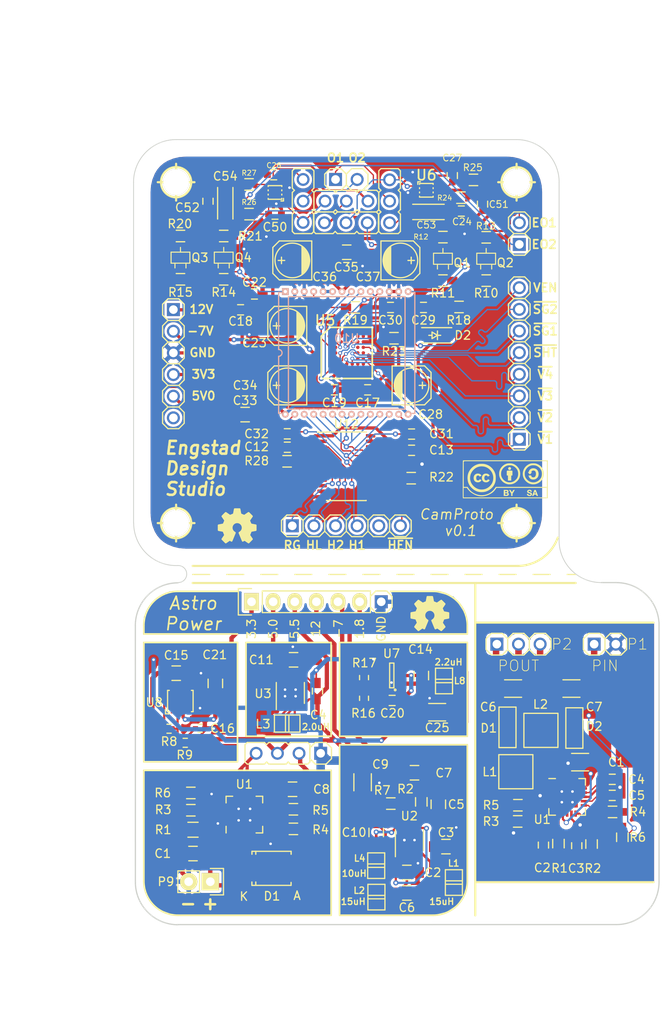
<source format=kicad_pcb>
(kicad_pcb (version 4) (host pcbnew 0.201510170916+6271~30~ubuntu15.04.1-product)
  (layers (0 F.Cu signal) (31 B.Cu signal) (34 B.Paste user) (35 F.Paste user) (36 B.SilkS user) (37 F.SilkS user) (38 B.Mask user) (39 F.Mask user) (44 Edge.Cuts user))
  (net 0 "")
  (net 1 /camera/-7V)
  (net 2 /camera/12V)
  (net 3 /camera/SUB)
  (net 4 /camera/RG_1)
  (net 5 /camera/RG_2)
  (net 6 /camera/XSGV2)
  (net 7 /camera/XV3)
  (net 8 /camera/XSGV3)
  (net 9 /camera/XSHT)
  (net 10 /camera/XV2)
  (net 11 /camera/VT4)
  (net 12 /camera/VT1)
  (net 13 /camera/VT3)
  (net 14 /camera/VT2)
  (net 15 /camera/XV1)
  (net 16 /camera/XV4)
  (net 17 /camera/CCD_OUT2)
  (net 18 /camera/CCD_OUT1)
  (net 19 /camera/3V3)
  (net 20 /camera/VOUT1)
  (net 21 /camera/VOUT2)
  (net 22 /camera/B1)
  (net 23 /camera/E1)
  (net 24 /camera/B2)
  (net 25 /camera/E2)
  (net 26 /camera/H1)
  (net 27 /camera/H2)
  (net 28 /camera/5V0)
  (net 29 GND)
  (net 30 /camera/HL)
  (net 31 /camera/RG)
  (net 32 /camera/SUBCK)
  (net 33 /camera/VDREN)
  (net 34 "Net-(U5-PadB1)")
  (net 35 "Net-(U5-PadD1)")
  (net 36 "Net-(U5-PadE1)")
  (net 37 "Net-(U5-PadF1)")
  (net 38 "Net-(U5-PadC2)")
  (net 39 "Net-(U5-PadD2)")
  (net 40 "Net-(U5-PadE2)")
  (net 41 "Net-(U5-PadB3)")
  (net 42 "Net-(U5-PadB4)")
  (net 43 "Net-(U5-PadA5)")
  (net 44 "Net-(U5-PadA6)")
  (net 45 "Net-(U5-PadA7)")
  (net 46 "Net-(U5-PadD7)")
  (net 47 "Net-(U5-PadF7)")
  (net 48 "Net-(U5-PadC6)")
  (net 49 "Net-(U5-PadE6)")
  (net 50 "Net-(U5-PadF6)")
  (net 51 "Net-(P4-Pad5)")
  (net 52 "Net-(P6-Pad6)")
  (net 53 /camera/SCKP)
  (net 54 "Net-(C24-Pad1)")
  (net 55 "Net-(C26-Pad1)")
  (net 56 "Net-(C27-Pad2)")
  (net 57 "Net-(C50-Pad2)")
  (net 58 "Net-(JP1-Pad3)")
  (net 59 "Net-(JP2-Pad3)")
  (net 60 /camera/EO2)
  (net 61 /camera/EO1)
  (net 62 /camera/VO1)
  (net 63 /camera/VO2)
  (net 64 /camera/RG_5V)
  (net 65 "Net-(JP3-Pad3)")
  (net 66 "Net-(JP4-Pad3)")
  (net 67 /camera/~ENH~)
  (net 68 "Net-(R28-Pad2)")
  (net 69 /camera/LH_5V)
  (net 70 /camera/H1_5V)
  (net 71 /camera/H2_5V)
  (net 72 "Net-(U12-Pad7)")
  (net 73 "Net-(U12-Pad8)")
  (net 74 "Net-(U12-Pad9)")
  (net 75 "Net-(U12-Pad10)")
  (net 76 "Net-(U12-Pad14)")
  (net 77 "Net-(U12-Pad15)")
  (net 78 "Net-(U12-Pad16)")
  (net 79 "Net-(U12-Pad17)")
  (net 80 /power-supply/5V5)
  (net 81 /power-supply/FBN)
  (net 82 "Net-(C6-Pad1)")
  (net 83 /power-supply/DN)
  (net 84 "Net-(C8-Pad1)")
  (net 85 /power-supply/CAP)
  (net 86 "Net-(C20-Pad1)")
  (net 87 "Net-(C20-Pad2)")
  (net 88 /power-supply/3V3)
  (net 89 /power-supply/1V8)
  (net 90 "Net-(L3-Pad1)")
  (net 91 "Net-(L3-Pad2)")
  (net 92 "Net-(L4-Pad2)")
  (net 93 "Net-(R1-Pad2)")
  (net 94 "Net-(R3-Pad2)")
  (net 95 "Net-(R4-Pad1)")
  (net 96 "Net-(R5-Pad1)")
  (net 97 "Net-(R6-Pad1)")
  (net 98 /power-supply/FBP)
  (net 99 "Net-(R16-Pad2)")
  (net 100 /power-supply/-7V)
  (net 101 /power-supply/+12V)
  (net 102 /power-supply/5V0)
  (net 103 /power-supply/VREF)
  (net 104 "Net-(U8-Pad1)")
  (net 105 /power-supply/VCON)
  (net 106 /power-supply/SOFT_START)
  (net 107 +5V)
  (net 108 "Net-(C2-Pad1)")
  (net 109 "Net-(C3-Pad1)")
  (net 110 "Net-(C4-Pad1)")
  (net 111 "Net-(C5-Pad2)")
  (net 112 "Net-(D1-Pad2)")
  (net 113 "Net-(D2-Pad1)")
  (net 114 "Net-(L1-Pad1)")
  (net 115 "Net-(R1-Pad1)")
  (net 116 "Net-(R2-Pad1)")
  (net 117 "Net-(R3-Pad1)")
  (net 118 "Net-(R4-Pad2)")
  (net 119 "Net-(U1-Pad4)")
  (net 120 "Net-(U1-Pad8)")
  (net 121 /+12V)
  (net 122 /0V)
  (net 123 /-7V)
  (net 124 VIN*)
  (net 125 /power-supply/OUT_5V5)
  (net 126 /power-supply/PGND)
  (net 127 "Net-(U8-Pad9)")
  (module Housings_SSOP:TSSOP-24_4.4x7.8mm_Pitch0.65mm (layer F.Cu) (at 83.05428 95.30452)
    (fp_text reference U12 (at 0 -4.95) (layer F.SilkS))
    (fp_text value SN74LVC8T245)
    (pad 1 smd rect (at -2.85 -3.575) (size 1.1 0.4) (layers F.Cu F.Paste F.Mask) (net 19 /camera/3V3))
    (pad 2 smd rect (at -2.85 -2.925) (size 1.1 0.4) (layers F.Cu F.Paste F.Mask) (net 68 "Net-(R28-Pad2)"))
    (pad 3 smd rect (at -2.85 -2.275) (size 1.1 0.4) (layers F.Cu F.Paste F.Mask) (net 26 /camera/H1))
    (pad 4 smd rect (at -2.85 -1.625) (size 1.1 0.4) (layers F.Cu F.Paste F.Mask) (net 27 /camera/H2))
    (pad 5 smd rect (at -2.85 -0.975) (size 1.1 0.4) (layers F.Cu F.Paste F.Mask) (net 30 /camera/HL))
    (pad 6 smd rect (at -2.85 -0.325) (size 1.1 0.4) (layers F.Cu F.Paste F.Mask) (net 31 /camera/RG))
    (pad 7 smd rect (at -2.85 0.325) (size 1.1 0.4) (layers F.Cu F.Paste F.Mask) (net 72 "Net-(U12-Pad7)"))
    (pad 8 smd rect (at -2.85 0.975) (size 1.1 0.4) (layers F.Cu F.Paste F.Mask) (net 73 "Net-(U12-Pad8)"))
    (pad 9 smd rect (at -2.85 1.625) (size 1.1 0.4) (layers F.Cu F.Paste F.Mask) (net 74 "Net-(U12-Pad9)"))
    (pad 10 smd rect (at -2.85 2.275) (size 1.1 0.4) (layers F.Cu F.Paste F.Mask) (net 75 "Net-(U12-Pad10)"))
    (pad 11 smd rect (at -2.85 2.925) (size 1.1 0.4) (layers F.Cu F.Paste F.Mask) (net 29 GND))
    (pad 12 smd rect (at -2.85 3.575) (size 1.1 0.4) (layers F.Cu F.Paste F.Mask) (net 29 GND))
    (pad 13 smd rect (at 2.85 3.575) (size 1.1 0.4) (layers F.Cu F.Paste F.Mask) (net 29 GND))
    (pad 14 smd rect (at 2.85 2.925) (size 1.1 0.4) (layers F.Cu F.Paste F.Mask) (net 76 "Net-(U12-Pad14)"))
    (pad 15 smd rect (at 2.85 2.275) (size 1.1 0.4) (layers F.Cu F.Paste F.Mask) (net 77 "Net-(U12-Pad15)"))
    (pad 16 smd rect (at 2.85 1.625) (size 1.1 0.4) (layers F.Cu F.Paste F.Mask) (net 78 "Net-(U12-Pad16)"))
    (pad 17 smd rect (at 2.85 0.975) (size 1.1 0.4) (layers F.Cu F.Paste F.Mask) (net 79 "Net-(U12-Pad17)"))
    (pad 18 smd rect (at 2.85 0.325) (size 1.1 0.4) (layers F.Cu F.Paste F.Mask) (net 64 /camera/RG_5V))
    (pad 19 smd rect (at 2.85 -0.325) (size 1.1 0.4) (layers F.Cu F.Paste F.Mask) (net 69 /camera/LH_5V))
    (pad 20 smd rect (at 2.85 -0.975) (size 1.1 0.4) (layers F.Cu F.Paste F.Mask) (net 71 /camera/H2_5V))
    (pad 21 smd rect (at 2.85 -1.625) (size 1.1 0.4) (layers F.Cu F.Paste F.Mask) (net 70 /camera/H1_5V))
    (pad 22 smd rect (at 2.85 -2.275) (size 1.1 0.4) (layers F.Cu F.Paste F.Mask) (net 67 /camera/~ENH~))
    (pad 23 smd rect (at 2.85 -2.925) (size 1.1 0.4) (layers F.Cu F.Paste F.Mask) (net 28 /camera/5V0))
    (pad 24 smd rect (at 2.85 -3.575) (size 1.1 0.4) (layers F.Cu F.Paste F.Mask) (net 28 /camera/5V0))
  )
  (module Resistors_SMD:R_0603 (layer F.Cu) (at 97.98948 61.70032 180)
    (fp_text reference R25 (at 0.0762 1.4478 180) (layer F.SilkS) (effects (font (size 0.8 0.8) (thickness 0.12))))
    (fp_text value 10K)
    (pad 1 smd rect (at -0.75 0 180) (size 0.5 0.9) (layers F.Cu F.Paste F.Mask) (net 61 /camera/EO1))
    (pad 2 smd rect (at 0.75 0 180) (size 0.5 0.9) (layers F.Cu F.Paste F.Mask) (net 56 "Net-(C27-Pad2)"))
  )
  (module w_details:hole_3mm (layer F.Cu) (at 103.05428 101.96952)
    (fp_text reference hole_3mm hide)
    (fp_text value VAL** hide)
    (pad 1 thru_hole circle (at 0 0) (size 2.99974 2.99974) (drill 2.99974) (layers *.Cu F.SilkS))
  )
  (module w_details:hole_3mm (layer F.Cu) (at 63.05428 101.96952)
    (fp_text reference hole_3mm hide)
    (fp_text value VAL** hide)
    (pad 1 thru_hole circle (at 0 0) (size 2.99974 2.99974) (drill 2.99974) (layers *.Cu F.SilkS))
  )
  (module w_details:hole_3mm (layer F.Cu) (at 63.05428 61.96952)
    (fp_text reference hole_3mm hide)
    (fp_text value VAL** hide)
    (pad 1 thru_hole circle (at 0 0) (size 2.99974 2.99974) (drill 2.99974) (layers *.Cu F.SilkS))
  )
  (module Resistors_SMD:R_0603_HandSoldering (layer F.Cu) (at 63.5674 73.364 180)
    (fp_text reference R15 (at 0 -1.524 180) (layer F.SilkS))
    (fp_text value 10K)
    (pad 1 smd rect (at -1.1 0 180) (size 1.2 0.9) (layers F.Cu F.Paste F.Mask) (net 24 /camera/B2))
    (pad 2 smd rect (at 1.1 0 180) (size 1.2 0.9) (layers F.Cu F.Paste F.Mask) (net 29 GND))
  )
  (module Resistors_SMD:R_0603_HandSoldering (layer F.Cu) (at 90.67428 96.70152 180)
    (fp_text reference R22 (at -3.556 0.127 360) (layer F.SilkS))
    (fp_text value 10.0k)
    (pad 1 smd rect (at -1.1 0 180) (size 1.2 0.9) (layers F.Cu F.Paste F.Mask) (net 19 /camera/3V3))
    (pad 2 smd rect (at 1.1 0 180) (size 1.2 0.9) (layers F.Cu F.Paste F.Mask) (net 67 /camera/~ENH~))
  )
  (module w_smd_trans:sot323 (layer F.Cu) (at 94.403 70.951)
    (fp_text reference Q1 (at 2.24028 0.47752) (layer F.SilkS))
    (fp_text value 2SC5095 hide)
    (pad 1 smd rect (at -0.65024 1.00076) (size 0.59944 0.8001) (layers F.Cu F.Paste F.Mask) (net 22 /camera/B1))
    (pad 2 smd rect (at 0 -1.00076) (size 0.59944 0.8001) (layers F.Cu F.Paste F.Mask) (net 20 /camera/VOUT1))
    (pad 3 smd rect (at 0.65024 1.00076) (size 0.59944 0.8001) (layers F.Cu F.Paste F.Mask) (net 23 /camera/E1))
  )
  (module w_smd_trans:sot323 (layer F.Cu) (at 99.483 70.951)
    (fp_text reference Q2 (at 2.24028 0.47752) (layer F.SilkS))
    (fp_text value MT3S20TU hide)
    (pad 1 smd rect (at -0.65024 1.00076) (size 0.59944 0.8001) (layers F.Cu F.Paste F.Mask) (net 20 /camera/VOUT1))
    (pad 2 smd rect (at 0 -1.00076) (size 0.59944 0.8001) (layers F.Cu F.Paste F.Mask) (net 2 /camera/12V))
    (pad 3 smd rect (at 0.65024 1.00076) (size 0.59944 0.8001) (layers F.Cu F.Paste F.Mask) (net 65 "Net-(JP3-Pad3)"))
  )
  (module w_smd_trans:sot323 (layer F.Cu) (at 63.5674 70.824)
    (fp_text reference Q3 (at 2.286 0) (layer F.SilkS))
    (fp_text value 2SC5095 hide)
    (pad 1 smd rect (at -0.65024 1.00076) (size 0.59944 0.8001) (layers F.Cu F.Paste F.Mask) (net 24 /camera/B2))
    (pad 2 smd rect (at 0 -1.00076) (size 0.59944 0.8001) (layers F.Cu F.Paste F.Mask) (net 21 /camera/VOUT2))
    (pad 3 smd rect (at 0.65024 1.00076) (size 0.59944 0.8001) (layers F.Cu F.Paste F.Mask) (net 25 /camera/E2))
  )
  (module w_smd_trans:sot323 (layer F.Cu) (at 68.6474 70.824)
    (fp_text reference Q4 (at 2.286 0) (layer F.SilkS))
    (fp_text value MT3S20TU hide)
    (pad 1 smd rect (at -0.65024 1.00076) (size 0.59944 0.8001) (layers F.Cu F.Paste F.Mask) (net 21 /camera/VOUT2))
    (pad 2 smd rect (at 0 -1.00076) (size 0.59944 0.8001) (layers F.Cu F.Paste F.Mask) (net 2 /camera/12V))
    (pad 3 smd rect (at 0.65024 1.00076) (size 0.59944 0.8001) (layers F.Cu F.Paste F.Mask) (net 66 "Net-(JP4-Pad3)"))
  )
  (module Resistors_SMD:R_0603_HandSoldering (layer F.Cu) (at 99.483 73.5164 180)
    (fp_text reference R10 (at 0 -1.46812 180) (layer F.SilkS))
    (fp_text value 10K)
    (pad 1 smd rect (at -1.1 0 180) (size 1.2 0.9) (layers F.Cu F.Paste F.Mask) (net 2 /camera/12V))
    (pad 2 smd rect (at 1.1 0 180) (size 1.2 0.9) (layers F.Cu F.Paste F.Mask) (net 22 /camera/B1))
  )
  (module Resistors_SMD:R_0603_HandSoldering (layer F.Cu) (at 94.403 73.5164 180)
    (fp_text reference R11 (at 0 -1.46812 180) (layer F.SilkS))
    (fp_text value 10K)
    (pad 1 smd rect (at -1.1 0 180) (size 1.2 0.9) (layers F.Cu F.Paste F.Mask) (net 22 /camera/B1))
    (pad 2 smd rect (at 1.1 0 180) (size 1.2 0.9) (layers F.Cu F.Paste F.Mask) (net 29 GND))
  )
  (module Resistors_SMD:R_0603_HandSoldering (layer F.Cu) (at 94.403 68.411)
    (fp_text reference R12 (at -2.58572 -0.03048) (layer F.SilkS) (effects (font (size 0.6 0.6) (thickness 0.1))))
    (fp_text value 1.17K)
    (pad 1 smd rect (at -1.1 0) (size 1.2 0.9) (layers F.Cu F.Paste F.Mask) (net 23 /camera/E1))
    (pad 2 smd rect (at 1.1 0) (size 1.2 0.9) (layers F.Cu F.Paste F.Mask) (net 29 GND))
  )
  (module Resistors_SMD:R_0603_HandSoldering (layer F.Cu) (at 99.483 68.4364)
    (fp_text reference R13 (at -0.04572 -1.32588) (layer F.SilkS) (effects (font (size 0.8 0.8) (thickness 0.12))))
    (fp_text value 1.74K)
    (pad 1 smd rect (at -1.1 0) (size 1.2 0.9) (layers F.Cu F.Paste F.Mask) (net 65 "Net-(JP3-Pad3)"))
    (pad 2 smd rect (at 1.1 0) (size 1.2 0.9) (layers F.Cu F.Paste F.Mask) (net 29 GND))
  )
  (module Resistors_SMD:R_0603_HandSoldering (layer F.Cu) (at 68.6474 73.364 180)
    (fp_text reference R14 (at 0 -1.524 180) (layer F.SilkS))
    (fp_text value 10K)
    (pad 1 smd rect (at -1.1 0 180) (size 1.2 0.9) (layers F.Cu F.Paste F.Mask) (net 2 /camera/12V))
    (pad 2 smd rect (at 1.1 0 180) (size 1.2 0.9) (layers F.Cu F.Paste F.Mask) (net 24 /camera/B2))
  )
  (module Resistors_SMD:R_0603_HandSoldering (layer F.Cu) (at 96.29548 76.61012)
    (fp_text reference R18 (at -0.0332 1.5494 180) (layer F.SilkS))
    (fp_text value 100k)
    (pad 1 smd rect (at -1.1 0) (size 1.2 0.9) (layers F.Cu F.Paste F.Mask) (net 53 /camera/SCKP))
    (pad 2 smd rect (at 1.1 0) (size 1.2 0.9) (layers F.Cu F.Paste F.Mask) (net 29 GND))
  )
  (module Resistors_SMD:R_0603_HandSoldering (layer F.Cu) (at 84.116 76.666)
    (fp_text reference R19 (at 0 1.49352) (layer F.SilkS))
    (fp_text value 1M0)
    (pad 1 smd rect (at -1.1 0) (size 1.2 0.9) (layers F.Cu F.Paste F.Mask) (net 3 /camera/SUB))
    (pad 2 smd rect (at 1.1 0) (size 1.2 0.9) (layers F.Cu F.Paste F.Mask) (net 29 GND))
  )
  (module Resistors_SMD:R_0603_HandSoldering (layer F.Cu) (at 63.5674 68.284)
    (fp_text reference R20 (at -0.07112 -1.42748) (layer F.SilkS))
    (fp_text value 1.17K)
    (pad 1 smd rect (at -1.1 0) (size 1.2 0.9) (layers F.Cu F.Paste F.Mask) (net 25 /camera/E2))
    (pad 2 smd rect (at 1.1 0) (size 1.2 0.9) (layers F.Cu F.Paste F.Mask) (net 29 GND))
  )
  (module Resistors_SMD:R_0603_HandSoldering (layer F.Cu) (at 68.6474 68.284)
    (fp_text reference R21 (at 3.12928 0.02032) (layer F.SilkS))
    (fp_text value 1.74K)
    (pad 1 smd rect (at -1.1 0) (size 1.2 0.9) (layers F.Cu F.Paste F.Mask) (net 66 "Net-(JP4-Pad3)"))
    (pad 2 smd rect (at 1.1 0) (size 1.2 0.9) (layers F.Cu F.Paste F.Mask) (net 29 GND))
  )
  (module Capacitors_SMD:c_elec_4x5.3 (layer F.Cu) (at 90.72 85.81)
    (fp_text reference C28 (at 2.24028 3.39852 180) (layer F.SilkS))
    (fp_text value 1u/35V)
    (pad 1 smd rect (at 1.80086 0) (size 2.60096 1.6002) (layers F.Cu F.Paste F.Mask) (net 53 /camera/SCKP))
    (pad 2 smd rect (at -1.80086 0) (size 2.60096 1.6002) (layers F.Cu F.Paste F.Mask) (net 32 /camera/SUBCK))
  )
  (module Capacitors_SMD:c_elec_4x5.3 (layer F.Cu) (at 76.115 85.81 180)
    (fp_text reference C34 (at 4.953 0 180) (layer F.SilkS))
    (fp_text value 3.3/20V)
    (pad 1 smd rect (at 1.80086 0 180) (size 2.60096 1.6002) (layers F.Cu F.Paste F.Mask) (net 2 /camera/12V))
    (pad 2 smd rect (at -1.80086 0 180) (size 2.60096 1.6002) (layers F.Cu F.Paste F.Mask) (net 29 GND))
  )
  (module Capacitors_SMD:C_0805_HandSoldering (layer F.Cu) (at 83.1 70.189 180)
    (fp_text reference C35 (at 0.04572 -1.74752 180) (layer F.SilkS))
    (fp_text value 0.01)
    (pad 1 smd rect (at -1.25 0 180) (size 1.5 1.25) (layers F.Cu F.Paste F.Mask) (net 29 GND))
    (pad 2 smd rect (at 1.25 0 180) (size 1.5 1.25) (layers F.Cu F.Paste F.Mask) (net 2 /camera/12V))
  )
  (module Capacitors_SMD:c_elec_4x5.3 (layer F.Cu) (at 76.70428 71.14912 180)
    (fp_text reference C36 (at -3.81 -1.9304 180) (layer F.SilkS))
    (fp_text value 3.3/20V)
    (pad 1 smd rect (at 1.80086 0 180) (size 2.60096 1.6002) (layers F.Cu F.Paste F.Mask) (net 2 /camera/12V))
    (pad 2 smd rect (at -1.80086 0 180) (size 2.60096 1.6002) (layers F.Cu F.Paste F.Mask) (net 29 GND))
  )
  (module Capacitors_SMD:c_elec_4x5.3 (layer F.Cu) (at 89.40428 71.14912)
    (fp_text reference C37 (at -3.81 1.9304) (layer F.SilkS))
    (fp_text value 3.3/20V)
    (pad 1 smd rect (at 1.80086 0) (size 2.60096 1.6002) (layers F.Cu F.Paste F.Mask) (net 29 GND))
    (pad 2 smd rect (at -1.80086 0) (size 2.60096 1.6002) (layers F.Cu F.Paste F.Mask) (net 1 /camera/-7V))
  )
  (module Diodes_SMD:SOD-123 (layer F.Cu) (at 93.44034 79.93752 180)
    (fp_text reference D2 (at -3.302 0 180) (layer F.SilkS))
    (fp_text value D)
    (pad 1 smd rect (at -1.635 0 180) (size 0.91 1.22) (layers F.Cu F.Paste F.Mask) (net 53 /camera/SCKP))
    (pad 2 smd rect (at 1.635 0 180) (size 0.91 1.22) (layers F.Cu F.Paste F.Mask) (net 2 /camera/12V))
  )
  (module sony:icx-825 (layer B.Cu) (at 83.1 82)
    (fp_text reference U10 (at 0 -1.7) (layer B.SilkS) (effects (justify mirror)))
    (fp_text value ICX825AQA)
    (pad 1 thru_hole rect (at -7.215 -7.2) (size 0.8 0.8) (drill 0.4) (layers *.Cu *.Mask B.SilkS) (net 21 /camera/VOUT2))
    (pad 2 thru_hole circle (at -6.105 -7.2) (size 0.8 0.8) (drill 0.4) (layers *.Cu *.Mask B.SilkS) (net 29 GND))
    (pad 3 thru_hole circle (at -4.995 -7.2) (size 0.8 0.8) (drill 0.4) (layers *.Cu *.Mask B.SilkS) (net 29 GND))
    (pad 4 thru_hole circle (at -3.885 -7.2) (size 0.8 0.8) (drill 0.4) (layers *.Cu *.Mask B.SilkS) (net 3 /camera/SUB))
    (pad 5 thru_hole circle (at -2.775 -7.2) (size 0.8 0.8) (drill 0.4) (layers *.Cu *.Mask B.SilkS) (net 29 GND))
    (pad 6 thru_hole circle (at -1.665 -7.2) (size 0.8 0.8) (drill 0.4) (layers *.Cu *.Mask B.SilkS) (net 29 GND))
    (pad 7 thru_hole circle (at -0.555 -7.2) (size 0.8 0.8) (drill 0.4) (layers *.Cu *.Mask B.SilkS) (net 1 /camera/-7V))
    (pad 8 thru_hole circle (at 0.555 -7.2) (size 0.8 0.8) (drill 0.4) (layers *.Cu *.Mask B.SilkS) (net 12 /camera/VT1))
    (pad 9 thru_hole circle (at 1.665 -7.2) (size 0.8 0.8) (drill 0.4) (layers *.Cu *.Mask B.SilkS) (net 14 /camera/VT2))
    (pad 10 thru_hole circle (at 2.775 -7.2) (size 0.8 0.8) (drill 0.4) (layers *.Cu *.Mask B.SilkS) (net 13 /camera/VT3))
    (pad 11 thru_hole circle (at 3.885 -7.2) (size 0.8 0.8) (drill 0.4) (layers *.Cu *.Mask B.SilkS) (net 11 /camera/VT4))
    (pad 12 thru_hole circle (at 4.995 -7.2) (size 0.8 0.8) (drill 0.4) (layers *.Cu *.Mask B.SilkS) (net 29 GND))
    (pad 13 thru_hole circle (at 6.105 -7.2) (size 0.8 0.8) (drill 0.4) (layers *.Cu *.Mask B.SilkS) (net 29 GND))
    (pad 14 thru_hole circle (at 7.215 -7.2) (size 0.8 0.8) (drill 0.4) (layers *.Cu *.Mask B.SilkS) (net 20 /camera/VOUT1))
    (pad 15 thru_hole circle (at 7.215 7.2) (size 0.8 0.8) (drill 0.4) (layers *.Cu *.Mask B.SilkS) (net 2 /camera/12V))
    (pad 16 thru_hole circle (at 6.105 7.2) (size 0.8 0.8) (drill 0.4) (layers *.Cu *.Mask B.SilkS) (net 4 /camera/RG_1))
    (pad 17 thru_hole circle (at 4.995 7.2) (size 0.8 0.8) (drill 0.4) (layers *.Cu *.Mask B.SilkS) (net 69 /camera/LH_5V))
    (pad 18 thru_hole circle (at 3.885 7.2) (size 0.8 0.8) (drill 0.4) (layers *.Cu *.Mask B.SilkS) (net 70 /camera/H1_5V))
    (pad 19 thru_hole circle (at 2.775 7.2) (size 0.8 0.8) (drill 0.4) (layers *.Cu *.Mask B.SilkS) (net 70 /camera/H1_5V))
    (pad 20 thru_hole circle (at 1.665 7.2) (size 0.8 0.8) (drill 0.4) (layers *.Cu *.Mask B.SilkS) (net 71 /camera/H2_5V))
    (pad 21 thru_hole circle (at 0.555 7.2) (size 0.8 0.8) (drill 0.4) (layers *.Cu *.Mask B.SilkS) (net 71 /camera/H2_5V))
    (pad 22 thru_hole circle (at -0.555 7.2) (size 0.8 0.8) (drill 0.4) (layers *.Cu *.Mask B.SilkS) (net 71 /camera/H2_5V))
    (pad 23 thru_hole circle (at -1.665 7.2) (size 0.8 0.8) (drill 0.4) (layers *.Cu *.Mask B.SilkS) (net 71 /camera/H2_5V))
    (pad 24 thru_hole circle (at -2.775 7.2) (size 0.8 0.8) (drill 0.4) (layers *.Cu *.Mask B.SilkS) (net 70 /camera/H1_5V))
    (pad 25 thru_hole circle (at -3.885 7.2) (size 0.8 0.8) (drill 0.4) (layers *.Cu *.Mask B.SilkS) (net 70 /camera/H1_5V))
    (pad 26 thru_hole circle (at -4.995 7.2) (size 0.8 0.8) (drill 0.4) (layers *.Cu *.Mask B.SilkS) (net 69 /camera/LH_5V))
    (pad 27 thru_hole circle (at -6.105 7.2) (size 0.8 0.8) (drill 0.4) (layers *.Cu *.Mask B.SilkS) (net 5 /camera/RG_2))
    (pad 28 thru_hole circle (at -7.215 7.2) (size 0.8 0.8) (drill 0.4) (layers *.Cu *.Mask B.SilkS) (net 2 /camera/12V))
  )
  (module Capacitors_SMD:C_0603_HandSoldering (layer F.Cu) (at 85.5536 86.33578 180)
    (fp_text reference C17 (at 0 -1.524 180) (layer F.SilkS))
    (fp_text value 0.1uF)
    (pad 1 smd rect (at -0.95 0 180) (size 1.2 0.75) (layers F.Cu F.Paste F.Mask) (net 19 /camera/3V3))
    (pad 2 smd rect (at 0.95 0 180) (size 1.2 0.75) (layers F.Cu F.Paste F.Mask) (net 29 GND))
  )
  (module Capacitors_SMD:C_0603_HandSoldering (layer F.Cu) (at 70.6286 76.9454)
    (fp_text reference C18 (at 0 1.34112 180) (layer F.SilkS))
    (fp_text value 0.1uF/25V)
    (pad 1 smd rect (at -0.95 0) (size 1.2 0.75) (layers F.Cu F.Paste F.Mask) (net 2 /camera/12V))
    (pad 2 smd rect (at 0.95 0) (size 1.2 0.75) (layers F.Cu F.Paste F.Mask) (net 29 GND))
  )
  (module Capacitors_SMD:C_0603_HandSoldering (layer F.Cu) (at 81.64458 86.32816)
    (fp_text reference C19 (at 0 1.524) (layer F.SilkS))
    (fp_text value 0.1uF/10V)
    (pad 1 smd rect (at -0.95 0) (size 1.2 0.75) (layers F.Cu F.Paste F.Mask) (net 1 /camera/-7V))
    (pad 2 smd rect (at 0.95 0) (size 1.2 0.75) (layers F.Cu F.Paste F.Mask) (net 29 GND))
  )
  (module Capacitors_SMD:C_0603_HandSoldering (layer F.Cu) (at 72.25928 75.08612)
    (fp_text reference C22 (at 0 -1.3716) (layer F.SilkS))
    (fp_text value 1.0uF/25V)
    (pad 1 smd rect (at -0.95 0) (size 1.2 0.75) (layers F.Cu F.Paste F.Mask) (net 2 /camera/12V))
    (pad 2 smd rect (at 0.95 0) (size 1.2 0.75) (layers F.Cu F.Paste F.Mask) (net 29 GND))
  )
  (module Capacitors_SMD:c_elec_4x5.3 (layer F.Cu) (at 76.115 78.825 180)
    (fp_text reference C23 (at 3.85572 -2.00152 180) (layer F.SilkS))
    (fp_text value 4.7uF/10V)
    (pad 1 smd rect (at 1.80086 0 180) (size 2.60096 1.6002) (layers F.Cu F.Paste F.Mask) (net 29 GND))
    (pad 2 smd rect (at -1.80086 0 180) (size 2.60096 1.6002) (layers F.Cu F.Paste F.Mask) (net 1 /camera/-7V))
  )
  (module engstad:csp-bga-bc-40-1 (layer F.Cu) (at 83.1 82)
    (fp_text reference U5 (at -2.54 -3.81) (layer F.SilkS) (effects (font (size 1.2 1.2) (thickness 0.2))))
    (fp_text value ADDI9023 hide)
    (pad A1 smd circle (at -1.95 -1.95) (size 0.4 0.4) (layers F.Cu F.Paste F.Mask) (net 29 GND))
    (pad B1 smd circle (at -1.95 -1.3) (size 0.4 0.4) (layers F.Cu F.Paste F.Mask) (net 34 "Net-(U5-PadB1)"))
    (pad C1 smd circle (at -1.95 -0.65) (size 0.4 0.4) (layers F.Cu F.Paste F.Mask) (net 12 /camera/VT1))
    (pad D1 smd circle (at -1.95 0) (size 0.4 0.4) (layers F.Cu F.Paste F.Mask) (net 35 "Net-(U5-PadD1)"))
    (pad E1 smd circle (at -1.95 0.65) (size 0.4 0.4) (layers F.Cu F.Paste F.Mask) (net 36 "Net-(U5-PadE1)"))
    (pad F1 smd circle (at -1.95 1.3) (size 0.4 0.4) (layers F.Cu F.Paste F.Mask) (net 37 "Net-(U5-PadF1)"))
    (pad G1 smd circle (at -1.95 1.95) (size 0.4 0.4) (layers F.Cu F.Paste F.Mask) (net 14 /camera/VT2))
    (pad A2 smd circle (at -1.3 -1.95) (size 0.4 0.4) (layers F.Cu F.Paste F.Mask) (net 1 /camera/-7V))
    (pad B2 smd circle (at -1.3 -1.3) (size 0.4 0.4) (layers F.Cu F.Paste F.Mask) (net 11 /camera/VT4))
    (pad C2 smd circle (at -1.3 -0.65) (size 0.4 0.4) (layers F.Cu F.Paste F.Mask) (net 38 "Net-(U5-PadC2)"))
    (pad D2 smd circle (at -1.3 0) (size 0.4 0.4) (layers F.Cu F.Paste F.Mask) (net 39 "Net-(U5-PadD2)"))
    (pad E2 smd circle (at -1.3 0.65) (size 0.4 0.4) (layers F.Cu F.Paste F.Mask) (net 40 "Net-(U5-PadE2)"))
    (pad F2 smd circle (at -1.3 1.3) (size 0.4 0.4) (layers F.Cu F.Paste F.Mask) (net 13 /camera/VT3))
    (pad G2 smd circle (at -1.3 1.95) (size 0.4 0.4) (layers F.Cu F.Paste F.Mask) (net 32 /camera/SUBCK))
    (pad A3 smd circle (at -0.65 -1.95) (size 0.4 0.4) (layers F.Cu F.Paste F.Mask) (net 2 /camera/12V))
    (pad B3 smd circle (at -0.65 -1.3) (size 0.4 0.4) (layers F.Cu F.Paste F.Mask) (net 41 "Net-(U5-PadB3)"))
    (pad F3 smd circle (at -0.65 1.3) (size 0.4 0.4) (layers F.Cu F.Paste F.Mask) (net 9 /camera/XSHT))
    (pad G3 smd circle (at -0.65 1.95) (size 0.4 0.4) (layers F.Cu F.Paste F.Mask) (net 29 GND))
    (pad A4 smd circle (at 0 -1.95) (size 0.4 0.4) (layers F.Cu F.Paste F.Mask) (net 33 /camera/VDREN))
    (pad B4 smd circle (at 0 -1.3) (size 0.4 0.4) (layers F.Cu F.Paste F.Mask) (net 42 "Net-(U5-PadB4)"))
    (pad F4 smd circle (at 0 1.3) (size 0.4 0.4) (layers F.Cu F.Paste F.Mask) (net 10 /camera/XV2))
    (pad G4 smd circle (at 0 1.95) (size 0.4 0.4) (layers F.Cu F.Paste F.Mask) (net 1 /camera/-7V))
    (pad A5 smd circle (at 0.65 -1.95) (size 0.4 0.4) (layers F.Cu F.Paste F.Mask) (net 43 "Net-(U5-PadA5)"))
    (pad B5 smd circle (at 0.65 -1.3) (size 0.4 0.4) (layers F.Cu F.Paste F.Mask) (net 29 GND))
    (pad F5 smd circle (at 0.65 1.3) (size 0.4 0.4) (layers F.Cu F.Paste F.Mask) (net 7 /camera/XV3))
    (pad G5 smd circle (at 0.65 1.95) (size 0.4 0.4) (layers F.Cu F.Paste F.Mask) (net 19 /camera/3V3))
    (pad A6 smd circle (at 1.3 -1.95) (size 0.4 0.4) (layers F.Cu F.Paste F.Mask) (net 44 "Net-(U5-PadA6)"))
    (pad B6 smd circle (at 1.3 -1.3) (size 0.4 0.4) (layers F.Cu F.Paste F.Mask) (net 8 /camera/XSGV3))
    (pad C6 smd circle (at 1.3 -0.65) (size 0.4 0.4) (layers F.Cu F.Paste F.Mask) (net 48 "Net-(U5-PadC6)"))
    (pad D6 smd circle (at 1.3 0) (size 0.4 0.4) (layers F.Cu F.Paste F.Mask) (net 16 /camera/XV4))
    (pad E6 smd circle (at 1.3 0.65) (size 0.4 0.4) (layers F.Cu F.Paste F.Mask) (net 49 "Net-(U5-PadE6)"))
    (pad F6 smd circle (at 1.3 1.3) (size 0.4 0.4) (layers F.Cu F.Paste F.Mask) (net 50 "Net-(U5-PadF6)"))
    (pad G6 smd circle (at 1.3 1.95) (size 0.4 0.4) (layers F.Cu F.Paste F.Mask) (net 29 GND))
    (pad A7 smd circle (at 1.95 -1.95) (size 0.4 0.4) (layers F.Cu F.Paste F.Mask) (net 45 "Net-(U5-PadA7)"))
    (pad B7 smd circle (at 1.95 -1.3) (size 0.4 0.4) (layers F.Cu F.Paste F.Mask) (net 29 GND))
    (pad C7 smd circle (at 1.95 -0.65) (size 0.4 0.4) (layers F.Cu F.Paste F.Mask) (net 6 /camera/XSGV2))
    (pad D7 smd circle (at 1.95 0) (size 0.4 0.4) (layers F.Cu F.Paste F.Mask) (net 46 "Net-(U5-PadD7)"))
    (pad E7 smd circle (at 1.95 0.65) (size 0.4 0.4) (layers F.Cu F.Paste F.Mask) (net 15 /camera/XV1))
    (pad F7 smd circle (at 1.95 1.3) (size 0.4 0.4) (layers F.Cu F.Paste F.Mask) (net 47 "Net-(U5-PadF7)"))
    (pad G7 smd circle (at 1.95 1.95) (size 0.4 0.4) (layers F.Cu F.Paste F.Mask) (net 29 GND))
  )
  (module xess:HDR_1x2 (layer F.Cu) (at 83.05428 61.64952)
    (fp_text reference P10 hide)
    (fp_text value OUTP hide)
    (pad 1 thru_hole rect (at -1.27 0) (size 1.524 1.524) (drill 1.016) (layers *.Cu *.Mask) (net 18 /camera/CCD_OUT1))
    (pad 2 thru_hole circle (at 1.27 0) (size 1.524 1.524) (drill 1.016) (layers *.Cu *.Mask) (net 17 /camera/CCD_OUT2))
  )
  (module xess:HDR_1x6 (layer F.Cu) (at 62.73428 83.27 270)
    (fp_text reference P6 hide)
    (fp_text value POWER hide)
    (pad 1 thru_hole rect (at -6.35 0 270) (size 1.524 1.524) (drill 1.016) (layers *.Cu *.Mask) (net 2 /camera/12V))
    (pad 2 thru_hole circle (at -3.81 0 270) (size 1.524 1.524) (drill 1.016) (layers *.Cu *.Mask) (net 1 /camera/-7V))
    (pad 3 thru_hole circle (at -1.27 0 270) (size 1.524 1.524) (drill 1.016) (layers *.Cu *.Mask) (net 29 GND))
    (pad 4 thru_hole circle (at 1.27 0 270) (size 1.524 1.524) (drill 1.016) (layers *.Cu *.Mask) (net 19 /camera/3V3))
    (pad 5 thru_hole circle (at 3.81 0 270) (size 1.524 1.524) (drill 1.016) (layers *.Cu *.Mask) (net 28 /camera/5V0))
    (pad 6 thru_hole circle (at 6.35 0 270) (size 1.524 1.524) (drill 1.016) (layers *.Cu *.Mask) (net 52 "Net-(P6-Pad6)"))
  )
  (module Resistors_SMD:R_0603_HandSoldering (layer F.Cu) (at 88.6499 80.28042)
    (fp_text reference R23 (at 0 1.52908 180) (layer F.SilkS))
    (fp_text value 10.0k)
    (pad 1 smd rect (at -1.1 0) (size 1.2 0.9) (layers F.Cu F.Paste F.Mask) (net 19 /camera/3V3))
    (pad 2 smd rect (at 1.1 0) (size 1.2 0.9) (layers F.Cu F.Paste F.Mask) (net 33 /camera/VDREN))
  )
  (module Capacitors_SMD:C_0603_HandSoldering (layer F.Cu) (at 76.115 93.06932 180)
    (fp_text reference C12 (at 3.60172 0.0508 180) (layer F.SilkS))
    (fp_text value 0.1u)
    (pad 1 smd rect (at -0.95 0 180) (size 1.2 0.75) (layers F.Cu F.Paste F.Mask) (net 19 /camera/3V3))
    (pad 2 smd rect (at 0.95 0 180) (size 1.2 0.75) (layers F.Cu F.Paste F.Mask) (net 29 GND))
  )
  (module Capacitors_SMD:C_0603_HandSoldering (layer F.Cu) (at 90.72 93.43)
    (fp_text reference C13 (at 3.51028 -0.03048) (layer F.SilkS))
    (fp_text value 0.1u)
    (pad 1 smd rect (at -0.95 0) (size 1.2 0.75) (layers F.Cu F.Paste F.Mask) (net 28 /camera/5V0))
    (pad 2 smd rect (at 0.95 0) (size 1.2 0.75) (layers F.Cu F.Paste F.Mask) (net 29 GND))
  )
  (module Capacitors_SMD:C_0805_HandSoldering (layer F.Cu) (at 71.162 89.239 180)
    (fp_text reference C33 (at 0 1.651 180) (layer F.SilkS))
    (fp_text value 0.01)
    (pad 1 smd rect (at -1.25 0 180) (size 1.5 1.25) (layers F.Cu F.Paste F.Mask) (net 29 GND))
    (pad 2 smd rect (at 1.25 0 180) (size 1.5 1.25) (layers F.Cu F.Paste F.Mask) (net 2 /camera/12V))
  )
  (module w_details:hole_3mm (layer F.Cu) (at 103.05428 61.96952)
    (fp_text reference hole_3mm hide)
    (fp_text value VAL** hide)
    (pad 1 thru_hole circle (at 0 0) (size 2.99974 2.99974) (drill 2.99974) (layers *.Cu F.SilkS))
  )
  (module w_logo:Logo_silk_CC-BY-SA_10x4.5mm (layer F.Cu) (at 101.72328 96.82852)
    (fp_text reference G*** hide)
    (fp_text value LOGO hide)
  )
  (module xess:oshw-logo2 (layer F.Cu) (at 70.22728 102.28952)
    (fp_text reference REF** hide)
    (fp_text value OSH hide)
  )
  (module Capacitors_SMD:C_0603 (layer F.Cu) (at 96.56708 65.35792 180)
    (fp_text reference C24 (at -0.0762 -1.2446 180) (layer F.SilkS) (effects (font (size 0.8 0.8) (thickness 0.12))))
    (fp_text value 0.1uF)
    (pad 1 smd rect (at -0.75 0 180) (size 0.8 0.75) (layers F.Cu F.Paste F.Mask) (net 54 "Net-(C24-Pad1)"))
    (pad 2 smd rect (at 0.75 0 180) (size 0.8 0.75) (layers F.Cu F.Paste F.Mask) (net 29 GND))
  )
  (module Capacitors_SMD:C_0603 (layer F.Cu) (at 95.50028 61.19232 270)
    (fp_text reference C27 (at -2.0828 0 360) (layer F.SilkS) (effects (font (size 0.8 0.8) (thickness 0.12))))
    (fp_text value 0.1uF)
    (pad 1 smd rect (at -0.75 0 270) (size 0.8 0.75) (layers F.Cu F.Paste F.Mask) (net 29 GND))
    (pad 2 smd rect (at 0.75 0 270) (size 0.8 0.75) (layers F.Cu F.Paste F.Mask) (net 56 "Net-(C27-Pad2)"))
  )
  (module Capacitors_SMD:C_0603 (layer F.Cu) (at 74.67228 65.71352 180)
    (fp_text reference C50 (at 0 -1.524 180) (layer F.SilkS))
    (fp_text value 0.1uF)
    (pad 1 smd rect (at -0.75 0 180) (size 0.8 0.75) (layers F.Cu F.Paste F.Mask) (net 29 GND))
    (pad 2 smd rect (at 0.75 0 180) (size 0.8 0.75) (layers F.Cu F.Paste F.Mask) (net 57 "Net-(C50-Pad2)"))
  )
  (module Capacitors_SMD:C_0603 (layer F.Cu) (at 99.05628 64.54512 270)
    (fp_text reference C51 (at 0.0254 -1.905 360) (layer F.SilkS) (effects (font (size 0.8 0.8) (thickness 0.12))))
    (fp_text value 0.1uF)
    (pad 1 smd rect (at -0.75 0 270) (size 0.8 0.75) (layers F.Cu F.Paste F.Mask) (net 2 /camera/12V))
    (pad 2 smd rect (at 0.75 0 270) (size 0.8 0.75) (layers F.Cu F.Paste F.Mask) (net 29 GND))
  )
  (module Capacitors_SMD:C_0603 (layer F.Cu) (at 66.79828 64.20292 90)
    (fp_text reference C52 (at -0.7486 -2.413 180) (layer F.SilkS))
    (fp_text value 0.1uF)
    (pad 1 smd rect (at -0.75 0 90) (size 0.8 0.75) (layers F.Cu F.Paste F.Mask) (net 2 /camera/12V))
    (pad 2 smd rect (at 0.75 0 90) (size 0.8 0.75) (layers F.Cu F.Paste F.Mask) (net 29 GND))
  )
  (module xess:HDR_1x2 (layer F.Cu) (at 103.37428 67.99952 90)
    (fp_text reference P5 hide)
    (fp_text value OUTP hide)
    (pad 1 thru_hole rect (at -1.27 0 90) (size 1.524 1.524) (drill 1.016) (layers *.Cu *.Mask) (net 60 /camera/EO2))
    (pad 2 thru_hole circle (at 1.27 0 90) (size 1.524 1.524) (drill 1.016) (layers *.Cu *.Mask) (net 61 /camera/EO1))
  )
  (module Resistors_SMD:R_0603 (layer F.Cu) (at 96.51628 63.78312 180)
    (fp_text reference R24 (at 1.905 -0.0254 360) (layer F.SilkS) (effects (font (size 0.6 0.6) (thickness 0.1))))
    (fp_text value 249k)
    (pad 1 smd rect (at -0.75 0 180) (size 0.5 0.9) (layers F.Cu F.Paste F.Mask) (net 2 /camera/12V))
    (pad 2 smd rect (at 0.75 0 180) (size 0.5 0.9) (layers F.Cu F.Paste F.Mask) (net 54 "Net-(C24-Pad1)"))
  )
  (module Resistors_SMD:R_0603 (layer F.Cu) (at 71.62428 65.71352)
    (fp_text reference R26 (at 0 -1.397) (layer F.SilkS) (effects (font (size 0.6 0.6) (thickness 0.1))))
    (fp_text value 10K)
    (pad 1 smd rect (at -0.75 0) (size 0.5 0.9) (layers F.Cu F.Paste F.Mask) (net 60 /camera/EO2))
    (pad 2 smd rect (at 0.75 0) (size 0.5 0.9) (layers F.Cu F.Paste F.Mask) (net 57 "Net-(C50-Pad2)"))
  )
  (module Resistors_SMD:R_0603 (layer F.Cu) (at 71.62428 62.23372)
    (fp_text reference R27 (at 0 -1.3462) (layer F.SilkS) (effects (font (size 0.6 0.6) (thickness 0.1))))
    (fp_text value 249k)
    (pad 1 smd rect (at -0.75 0) (size 0.5 0.9) (layers F.Cu F.Paste F.Mask) (net 2 /camera/12V))
    (pad 2 smd rect (at 0.75 0) (size 0.5 0.9) (layers F.Cu F.Paste F.Mask) (net 55 "Net-(C26-Pad1)"))
  )
  (module engstad:lfcsp-cp-6-4 (layer F.Cu) (at 92.45228 62.91952)
    (fp_text reference U6 (at 0 -1.778) (layer F.SilkS) (effects (font (size 1.2 1.2) (thickness 0.2))))
    (fp_text value ADA4800 hide)
    (pad 1 smd oval (at -0.9 -0.5) (size 0.8 0.25) (layers F.Cu F.Paste F.Mask) (net 62 /camera/VO1))
    (pad 2 smd oval (at -0.9 0) (size 0.8 0.25) (layers F.Cu F.Paste F.Mask) (net 29 GND))
    (pad 3 smd oval (at -0.9 0.5) (size 0.8 0.25) (layers F.Cu F.Paste F.Mask) (net 58 "Net-(JP1-Pad3)"))
    (pad 6 smd oval (at 0.9 -0.5) (size 0.8 0.25) (layers F.Cu F.Paste F.Mask) (net 56 "Net-(C27-Pad2)"))
    (pad 5 smd oval (at 0.9 0) (size 0.8 0.25) (layers F.Cu F.Paste F.Mask) (net 2 /camera/12V))
    (pad 4 smd oval (at 0.9 0.5) (size 0.8 0.25) (layers F.Cu F.Paste F.Mask) (net 54 "Net-(C24-Pad1)"))
    (pad PAD smd rect (at 0 0) (size 0.5 1.05) (layers F.Cu F.Paste F.Mask))
  )
  (module engstad:lfcsp-cp-6-4 (layer F.Cu) (at 74.67228 63.17352 180)
    (fp_text reference U9 hide)
    (fp_text value ADA4800 hide)
    (pad 1 smd oval (at -0.9 -0.5 180) (size 0.8 0.25) (layers F.Cu F.Paste F.Mask) (net 63 /camera/VO2))
    (pad 2 smd oval (at -0.9 0 180) (size 0.8 0.25) (layers F.Cu F.Paste F.Mask) (net 29 GND))
    (pad 3 smd oval (at -0.9 0.5 180) (size 0.8 0.25) (layers F.Cu F.Paste F.Mask) (net 59 "Net-(JP2-Pad3)"))
    (pad 6 smd oval (at 0.9 -0.5 180) (size 0.8 0.25) (layers F.Cu F.Paste F.Mask) (net 57 "Net-(C50-Pad2)"))
    (pad 5 smd oval (at 0.9 0 180) (size 0.8 0.25) (layers F.Cu F.Paste F.Mask) (net 2 /camera/12V))
    (pad 4 smd oval (at 0.9 0.5 180) (size 0.8 0.25) (layers F.Cu F.Paste F.Mask) (net 55 "Net-(C26-Pad1)"))
    (pad PAD smd rect (at 0 0 180) (size 0.5 1.05) (layers F.Cu F.Paste F.Mask))
  )
  (module Capacitors_Tantalum_SMD:TantalC_SizeA_EIA-3216_Reflow (layer F.Cu) (at 92.45228 65.45952 180)
    (fp_text reference C53 (at 0 -1.524 180) (layer F.SilkS) (effects (font (size 0.8 0.8) (thickness 0.12))))
    (fp_text value 47uF)
    (pad 2 smd rect (at 1.31 0 180) (size 1.8 1.23) (layers F.Cu F.Paste F.Mask) (net 29 GND))
    (pad 1 smd rect (at -1.31 0 180) (size 1.8 1.23) (layers F.Cu F.Paste F.Mask) (net 2 /camera/12V))
  )
  (module Capacitors_Tantalum_SMD:TantalC_SizeA_EIA-3216_Reflow (layer F.Cu) (at 68.83028 64.18952 90)
    (fp_text reference C54 (at 2.921 0 180) (layer F.SilkS))
    (fp_text value 47uF)
    (pad 2 smd rect (at 1.31 0 90) (size 1.8 1.23) (layers F.Cu F.Paste F.Mask) (net 29 GND))
    (pad 1 smd rect (at -1.31 0 90) (size 1.8 1.23) (layers F.Cu F.Paste F.Mask) (net 2 /camera/12V))
  )
  (module Capacitors_SMD:C_0603 (layer F.Cu) (at 74.51988 61.09072)
    (fp_text reference C26 (at 0.0254 -1.0922) (layer F.SilkS) (effects (font (size 0.6 0.6) (thickness 0.1))))
    (fp_text value 0.1uF)
    (pad 1 smd rect (at -0.75 0) (size 0.8 0.75) (layers F.Cu F.Paste F.Mask) (net 55 "Net-(C26-Pad1)"))
    (pad 2 smd rect (at 0.75 0) (size 0.8 0.75) (layers F.Cu F.Paste F.Mask) (net 29 GND))
  )
  (module Capacitors_SMD:C_0603 (layer F.Cu) (at 92.117 76.666 180)
    (fp_text reference C29 (at 0 -1.49352 180) (layer F.SilkS))
    (fp_text value 0.1uF)
    (pad 1 smd rect (at -0.75 0 180) (size 0.8 0.75) (layers F.Cu F.Paste F.Mask) (net 53 /camera/SCKP))
    (pad 2 smd rect (at 0.75 0 180) (size 0.8 0.75) (layers F.Cu F.Paste F.Mask) (net 3 /camera/SUB))
  )
  (module Capacitors_SMD:C_0603 (layer F.Cu) (at 88.241 76.666 180)
    (fp_text reference C30 (at 0 -1.49352 180) (layer F.SilkS))
    (fp_text value 2200pF)
    (pad 1 smd rect (at -0.75 0 180) (size 0.8 0.75) (layers F.Cu F.Paste F.Mask) (net 3 /camera/SUB))
    (pad 2 smd rect (at 0.75 0 180) (size 0.8 0.75) (layers F.Cu F.Paste F.Mask) (net 29 GND))
  )
  (module Capacitors_SMD:C_0603 (layer F.Cu) (at 90.72 91.525 180)
    (fp_text reference C31 (at -3.51028 0.03048 180) (layer F.SilkS))
    (fp_text value 0.1)
    (pad 1 smd rect (at -0.75 0 180) (size 0.8 0.75) (layers F.Cu F.Paste F.Mask) (net 4 /camera/RG_1))
    (pad 2 smd rect (at 0.75 0 180) (size 0.8 0.75) (layers F.Cu F.Paste F.Mask) (net 64 /camera/RG_5V))
  )
  (module Capacitors_SMD:C_0603 (layer F.Cu) (at 76.115 91.49452)
    (fp_text reference C32 (at -3.60172 0) (layer F.SilkS))
    (fp_text value 0.1)
    (pad 1 smd rect (at -0.75 0) (size 0.8 0.75) (layers F.Cu F.Paste F.Mask) (net 5 /camera/RG_2))
    (pad 2 smd rect (at 0.75 0) (size 0.8 0.75) (layers F.Cu F.Paste F.Mask) (net 64 /camera/RG_5V))
  )
  (module xess:HDR_1x6 (layer F.Cu) (at 83.05428 102.28952)
    (fp_text reference P4 hide)
    (fp_text value HORI hide)
    (pad 1 thru_hole rect (at -6.35 0) (size 1.524 1.524) (drill 1.016) (layers *.Cu *.Mask) (net 31 /camera/RG))
    (pad 2 thru_hole circle (at -3.81 0) (size 1.524 1.524) (drill 1.016) (layers *.Cu *.Mask) (net 30 /camera/HL))
    (pad 3 thru_hole circle (at -1.27 0) (size 1.524 1.524) (drill 1.016) (layers *.Cu *.Mask) (net 27 /camera/H2))
    (pad 4 thru_hole circle (at 1.27 0) (size 1.524 1.524) (drill 1.016) (layers *.Cu *.Mask) (net 26 /camera/H1))
    (pad 5 thru_hole circle (at 3.81 0) (size 1.524 1.524) (drill 1.016) (layers *.Cu *.Mask) (net 51 "Net-(P4-Pad5)"))
    (pad 6 thru_hole circle (at 6.35 0) (size 1.524 1.524) (drill 1.016) (layers *.Cu *.Mask) (net 67 /camera/~ENH~))
  )
  (module xess:HDR_1x8 (layer F.Cu) (at 103.37428 83.23952 90)
    (fp_text reference P7 hide)
    (fp_text value VERT hide)
    (pad 7 thru_hole circle (at 6.35 0 90) (size 1.524 1.524) (drill 1.016) (layers *.Cu *.Mask) (net 8 /camera/XSGV3))
    (pad 8 thru_hole circle (at 8.89 0 90) (size 1.524 1.524) (drill 1.016) (layers *.Cu *.Mask) (net 33 /camera/VDREN))
    (pad 1 thru_hole rect (at -8.89 0 90) (size 1.524 1.524) (drill 1.016) (layers *.Cu *.Mask) (net 15 /camera/XV1))
    (pad 2 thru_hole circle (at -6.35 0 90) (size 1.524 1.524) (drill 1.016) (layers *.Cu *.Mask) (net 10 /camera/XV2))
    (pad 3 thru_hole circle (at -3.81 0 90) (size 1.524 1.524) (drill 1.016) (layers *.Cu *.Mask) (net 7 /camera/XV3))
    (pad 4 thru_hole circle (at -1.27 0 90) (size 1.524 1.524) (drill 1.016) (layers *.Cu *.Mask) (net 16 /camera/XV4))
    (pad 5 thru_hole circle (at 1.27 0 90) (size 1.524 1.524) (drill 1.016) (layers *.Cu *.Mask) (net 9 /camera/XSHT))
    (pad 6 thru_hole circle (at 3.81 0 90) (size 1.524 1.524) (drill 1.016) (layers *.Cu *.Mask) (net 6 /camera/XSGV2))
  )
  (module xess:xess-JP2 (layer F.Cu) (at 88.13428 64.18952 270)
    (fp_text reference JP1 hide)
    (fp_text value JUMPER3 hide)
    (pad 2 thru_hole circle (at 0 0 270) (size 1.50622 1.50622) (drill 0.99822) (layers *.Cu *.Mask) (net 18 /camera/CCD_OUT1))
    (pad 3 thru_hole circle (at 2.54 0 270) (size 1.50622 1.50622) (drill 0.99822) (layers *.Cu *.Mask) (net 58 "Net-(JP1-Pad3)"))
    (pad 1 thru_hole circle (at -2.5 0 270) (size 1.50622 1.50622) (drill 0.99822) (layers *.Cu *.Mask) (net 62 /camera/VO1))
  )
  (module xess:xess-JP2 (layer F.Cu) (at 77.97428 64.18952 90)
    (fp_text reference JP2 hide)
    (fp_text value JUMPER3 hide)
    (pad 2 thru_hole circle (at 0 0 90) (size 1.50622 1.50622) (drill 0.99822) (layers *.Cu *.Mask) (net 17 /camera/CCD_OUT2))
    (pad 3 thru_hole circle (at 2.54 0 90) (size 1.50622 1.50622) (drill 0.99822) (layers *.Cu *.Mask) (net 59 "Net-(JP2-Pad3)"))
    (pad 1 thru_hole circle (at -2.5 0 90) (size 1.50622 1.50622) (drill 0.99822) (layers *.Cu *.Mask) (net 63 /camera/VO2))
  )
  (module xess:xess-JP2 (layer F.Cu) (at 83.01428 66.72952 180)
    (fp_text reference JP3 hide)
    (fp_text value JUMPER3 hide)
    (pad 2 thru_hole circle (at 0 0 180) (size 1.50622 1.50622) (drill 0.99822) (layers *.Cu *.Mask) (net 62 /camera/VO1))
    (pad 3 thru_hole circle (at 2.54 0 180) (size 1.50622 1.50622) (drill 0.99822) (layers *.Cu *.Mask) (net 65 "Net-(JP3-Pad3)"))
    (pad 1 thru_hole circle (at -2.5 0 180) (size 1.50622 1.50622) (drill 0.99822) (layers *.Cu *.Mask) (net 20 /camera/VOUT1))
  )
  (module xess:xess-JP2 (layer F.Cu) (at 83.05428 64.18952)
    (fp_text reference JP4 hide)
    (fp_text value JUMPER3 hide)
    (pad 2 thru_hole circle (at 0 0) (size 1.50622 1.50622) (drill 0.99822) (layers *.Cu *.Mask) (net 63 /camera/VO2))
    (pad 3 thru_hole circle (at 2.54 0) (size 1.50622 1.50622) (drill 0.99822) (layers *.Cu *.Mask) (net 66 "Net-(JP4-Pad3)"))
    (pad 1 thru_hole circle (at -2.5 0) (size 1.50622 1.50622) (drill 0.99822) (layers *.Cu *.Mask) (net 21 /camera/VOUT2))
  )
  (module Resistors_SMD:R_0603_HandSoldering (layer F.Cu) (at 76.09468 94.72032)
    (fp_text reference R28 (at -3.5814 -0.0508) (layer F.SilkS))
    (fp_text value 10.0k)
    (pad 1 smd rect (at -1.1 0) (size 1.2 0.9) (layers F.Cu F.Paste F.Mask) (net 19 /camera/3V3))
    (pad 2 smd rect (at 1.1 0) (size 1.2 0.9) (layers F.Cu F.Paste F.Mask) (net 68 "Net-(R28-Pad2)"))
  )
  (module Capacitors_SMD:C_1206_HandSoldering (layer F.Cu) (at 110.519 130.02 180)
    (fp_text reference C1 (at -4.2545 0 180) (layer F.SilkS))
    (fp_text value 22.0uF)
    (pad 1 smd rect (at -2 0 180) (size 2 1.6) (layers F.Cu F.Paste F.Mask) (net 107 +5V))
    (pad 2 smd rect (at 2 0 180) (size 2 1.6) (layers F.Cu F.Paste F.Mask) (net 29 GND))
  )
  (module Capacitors_SMD:C_0603_HandSoldering (layer F.Cu) (at 106.20862 139.75328 90)
    (fp_text reference C2 (at -2.66192 -0.13462 180) (layer F.SilkS))
    (fp_text value 47nF)
    (pad 1 smd rect (at -0.95 0 90) (size 1.2 0.75) (layers F.Cu F.Paste F.Mask) (net 108 "Net-(C2-Pad1)"))
    (pad 2 smd rect (at 0.95 0 90) (size 1.2 0.75) (layers F.Cu F.Paste F.Mask) (net 29 GND))
  )
  (module Capacitors_SMD:C_0603_HandSoldering (layer F.Cu) (at 110.12276 139.8244 90)
    (fp_text reference C3 (at -2.667 -0.06096 180) (layer F.SilkS))
    (fp_text value 47nF)
    (pad 1 smd rect (at -0.95 0 90) (size 1.2 0.75) (layers F.Cu F.Paste F.Mask) (net 109 "Net-(C3-Pad1)"))
    (pad 2 smd rect (at 0.95 0 90) (size 1.2 0.75) (layers F.Cu F.Paste F.Mask) (net 29 GND))
  )
  (module Capacitors_SMD:C_0603_HandSoldering (layer F.Cu) (at 114.29344 132.03676)
    (fp_text reference C4 (at 2.85496 0.01524) (layer F.SilkS))
    (fp_text value 1.0uF)
    (pad 1 smd rect (at -0.95 0) (size 1.2 0.75) (layers F.Cu F.Paste F.Mask) (net 110 "Net-(C4-Pad1)"))
    (pad 2 smd rect (at 0.95 0) (size 1.2 0.75) (layers F.Cu F.Paste F.Mask) (net 29 GND))
  )
  (module Capacitors_SMD:C_0603_HandSoldering (layer F.Cu) (at 114.29344 133.92144 180)
    (fp_text reference C5 (at -2.87528 -0.01016 180) (layer F.SilkS))
    (fp_text value 1.0uF)
    (pad 1 smd rect (at -0.95 0 180) (size 1.2 0.75) (layers F.Cu F.Paste F.Mask) (net 29 GND))
    (pad 2 smd rect (at 0.95 0 180) (size 1.2 0.75) (layers F.Cu F.Paste F.Mask) (net 111 "Net-(C5-Pad2)"))
  )
  (module camera:PowerDI_123 (layer F.Cu) (at 101.98714 126.06014 270)
    (fp_text reference D1 (at -0.0254 2.20472 360) (layer F.SilkS))
    (fp_text value <40pF@5V)
    (pad 2 smd rect (at 1.45 0 270) (size 0.9 1.4) (layers F.Cu F.Paste F.Mask) (net 112 "Net-(D1-Pad2)"))
    (pad 1 smd rect (at -1.1 0 270) (size 2.2 1.4) (layers F.Cu F.Paste F.Mask) (net 121 /+12V))
  )
  (module camera:PowerDI_123 (layer F.Cu) (at 109.84336 125.8925 90)
    (fp_text reference D2 (at 0.0635 2.32664 180) (layer F.SilkS))
    (fp_text value <40pF@5V)
    (pad 2 smd rect (at 1.45 0 90) (size 0.9 1.4) (layers F.Cu F.Paste F.Mask) (net 123 /-7V))
    (pad 1 smd rect (at -1.1 0 90) (size 2.2 1.4) (layers F.Cu F.Paste F.Mask) (net 113 "Net-(D2-Pad1)"))
  )
  (module camera:Inductor_XAL40_SMD (layer F.Cu) (at 102.96758 131.14386 90)
    (fp_text reference L1 (at -0.01914 -3.05308 180) (layer F.SilkS))
    (fp_text value 3.3uH)
    (pad 1 smd rect (at -1.185 0 90) (size 0.98 3.7) (layers F.Cu F.Paste F.Mask) (net 114 "Net-(L1-Pad1)"))
    (pad 2 smd rect (at 1.185 0 90) (size 0.98 3.7) (layers F.Cu F.Paste F.Mask) (net 112 "Net-(D1-Pad2)"))
  )
  (module camera:Inductor_XAL40_SMD (layer F.Cu) (at 105.91398 126.29128 180)
    (fp_text reference L2 (at 0.0508 3.05054 180) (layer F.SilkS))
    (fp_text value 6.8uH)
    (pad 1 smd rect (at -1.185 0 180) (size 0.98 3.7) (layers F.Cu F.Paste F.Mask) (net 113 "Net-(D2-Pad1)"))
    (pad 2 smd rect (at 1.185 0 180) (size 0.98 3.7) (layers F.Cu F.Paste F.Mask) (net 122 /0V))
  )
  (module Resistors_SMD:R_0603_HandSoldering (layer F.Cu) (at 107.97392 139.57802 270)
    (fp_text reference R1 (at 2.88798 -0.13208 360) (layer F.SilkS))
    (fp_text value 3.7k)
    (pad 1 smd rect (at -1.1 0 270) (size 1.2 0.9) (layers F.Cu F.Paste F.Mask) (net 115 "Net-(R1-Pad1)"))
    (pad 2 smd rect (at 1.1 0 270) (size 1.2 0.9) (layers F.Cu F.Paste F.Mask) (net 108 "Net-(C2-Pad1)"))
  )
  (module Resistors_SMD:R_0603_HandSoldering (layer F.Cu) (at 111.8652 139.62882 270)
    (fp_text reference R2 (at 2.86258 -0.1524 360) (layer F.SilkS))
    (fp_text value 3.5k)
    (pad 1 smd rect (at -1.1 0 270) (size 1.2 0.9) (layers F.Cu F.Paste F.Mask) (net 116 "Net-(R2-Pad1)"))
    (pad 2 smd rect (at 1.1 0 270) (size 1.2 0.9) (layers F.Cu F.Paste F.Mask) (net 109 "Net-(C3-Pad1)"))
  )
  (module Resistors_SMD:R_0603_HandSoldering (layer F.Cu) (at 103.18602 136.97706 180)
    (fp_text reference R3 (at 3.13182 -0.00254 180) (layer F.SilkS))
    (fp_text value 100K)
    (pad 1 smd rect (at -1.1 0 180) (size 1.2 0.9) (layers F.Cu F.Paste F.Mask) (net 117 "Net-(R3-Pad1)"))
    (pad 2 smd rect (at 1.1 0 180) (size 1.2 0.9) (layers F.Cu F.Paste F.Mask) (net 29 GND))
  )
  (module Resistors_SMD:R_0603_HandSoldering (layer F.Cu) (at 114.329 135.85946 180)
    (fp_text reference R4 (at -2.96672 0.00254 180) (layer F.SilkS))
    (fp_text value 100K)
    (pad 1 smd rect (at -1.1 0 180) (size 1.2 0.9) (layers F.Cu F.Paste F.Mask) (net 111 "Net-(C5-Pad2)"))
    (pad 2 smd rect (at 1.1 0 180) (size 1.2 0.9) (layers F.Cu F.Paste F.Mask) (net 118 "Net-(R4-Pad2)"))
  )
  (module Resistors_SMD:R_0603_HandSoldering (layer F.Cu) (at 103.20888 135.07714)
    (fp_text reference R5 (at -3.15468 -0.00254) (layer F.SilkS))
    (fp_text value 1.4M)
    (pad 1 smd rect (at -1.1 0) (size 1.2 0.9) (layers F.Cu F.Paste F.Mask) (net 121 /+12V))
    (pad 2 smd rect (at 1.1 0) (size 1.2 0.9) (layers F.Cu F.Paste F.Mask) (net 117 "Net-(R3-Pad1)"))
  )
  (module Resistors_SMD:R_0603_HandSoldering (layer F.Cu) (at 115.48216 138.83634 90)
    (fp_text reference R6 (at 0 1.8034 180) (layer F.SilkS))
    (fp_text value 1.07M)
    (pad 1 smd rect (at -1.1 0 90) (size 1.2 0.9) (layers F.Cu F.Paste F.Mask) (net 123 /-7V))
    (pad 2 smd rect (at 1.1 0 90) (size 1.2 0.9) (layers F.Cu F.Paste F.Mask) (net 118 "Net-(R4-Pad2)"))
  )
  (module Housings_DFN_QFN:QFN-20-1EP_4x4mm_Pitch0.5mm (layer F.Cu) (at 108.99516 134.09654)
    (fp_text reference U1 (at -2.92116 2.65446) (layer F.SilkS))
    (fp_text value ADP5071)
    (pad 1 smd rect (at -1.965 -1) (size 0.73 0.3) (layers F.Cu F.Paste F.Mask) (net 114 "Net-(L1-Pad1)"))
    (pad 2 smd rect (at -1.965 -0.5) (size 0.73 0.3) (layers F.Cu F.Paste F.Mask) (net 29 GND))
    (pad 3 smd rect (at -1.965 0) (size 0.73 0.3) (layers F.Cu F.Paste F.Mask) (net 29 GND))
    (pad 4 smd rect (at -1.965 0.5) (size 0.73 0.3) (layers F.Cu F.Paste F.Mask) (net 119 "Net-(U1-Pad4)"))
    (pad 5 smd rect (at -1.965 1) (size 0.73 0.3) (layers F.Cu F.Paste F.Mask) (net 117 "Net-(R3-Pad1)"))
    (pad 6 smd rect (at -1 1.965 90) (size 0.73 0.3) (layers F.Cu F.Paste F.Mask) (net 115 "Net-(R1-Pad1)"))
    (pad 7 smd rect (at -0.5 1.965 90) (size 0.73 0.3) (layers F.Cu F.Paste F.Mask) (net 107 +5V))
    (pad 8 smd rect (at 0 1.965 90) (size 0.73 0.3) (layers F.Cu F.Paste F.Mask) (net 120 "Net-(U1-Pad8)"))
    (pad 9 smd rect (at 0.5 1.965 90) (size 0.73 0.3) (layers F.Cu F.Paste F.Mask) (net 29 GND))
    (pad 10 smd rect (at 1 1.965 90) (size 0.73 0.3) (layers F.Cu F.Paste F.Mask) (net 116 "Net-(R2-Pad1)"))
    (pad 11 smd rect (at 1.965 1) (size 0.73 0.3) (layers F.Cu F.Paste F.Mask) (net 118 "Net-(R4-Pad2)"))
    (pad 12 smd rect (at 1.965 0.5) (size 0.73 0.3) (layers F.Cu F.Paste F.Mask) (net 111 "Net-(C5-Pad2)"))
    (pad 13 smd rect (at 1.965 0) (size 0.73 0.3) (layers F.Cu F.Paste F.Mask) (net 29 GND))
    (pad 14 smd rect (at 1.965 -0.5) (size 0.73 0.3) (layers F.Cu F.Paste F.Mask) (net 110 "Net-(C4-Pad1)"))
    (pad 15 smd rect (at 1.965 -1) (size 0.73 0.3) (layers F.Cu F.Paste F.Mask) (net 107 +5V))
    (pad 16 smd rect (at 1 -1.965 90) (size 0.73 0.3) (layers F.Cu F.Paste F.Mask) (net 107 +5V))
    (pad 17 smd rect (at 0.5 -1.965 90) (size 0.73 0.3) (layers F.Cu F.Paste F.Mask) (net 107 +5V))
    (pad 18 smd rect (at 0 -1.965 90) (size 0.73 0.3) (layers F.Cu F.Paste F.Mask) (net 113 "Net-(D2-Pad1)"))
    (pad 19 smd rect (at -0.5 -1.965 90) (size 0.73 0.3) (layers F.Cu F.Paste F.Mask) (net 122 /0V))
    (pad 20 smd rect (at -1 -1.965 90) (size 0.73 0.3) (layers F.Cu F.Paste F.Mask) (net 112 "Net-(D1-Pad2)"))
    (pad 21 smd rect (at 0.625 0.625) (size 1.25 1.25) (layers F.Cu F.Paste F.Mask) (net 29 GND))
    (pad 21 smd rect (at 0.625 -0.625) (size 1.25 1.25) (layers F.Cu F.Paste F.Mask) (net 29 GND))
    (pad 21 smd rect (at -0.625 0.625) (size 1.25 1.25) (layers F.Cu F.Paste F.Mask) (net 29 GND))
    (pad 21 smd rect (at -0.625 -0.625) (size 1.25 1.25) (layers F.Cu F.Paste F.Mask) (net 29 GND))
  )
  (module Capacitors_SMD:C_1206_HandSoldering (layer F.Cu) (at 102.645 121.384)
    (fp_text reference C6 (at -2.921 2.159) (layer F.SilkS))
    (fp_text value 10.0uF)
    (pad 1 smd rect (at -2 0) (size 2 1.6) (layers F.Cu F.Paste F.Mask) (net 121 /+12V))
    (pad 2 smd rect (at 2 0) (size 2 1.6) (layers F.Cu F.Paste F.Mask) (net 122 /0V))
  )
  (module Capacitors_SMD:C_1206_HandSoldering (layer F.Cu) (at 109.503 121.384)
    (fp_text reference C7 (at 2.667 2.159) (layer F.SilkS))
    (fp_text value 10.0uF)
    (pad 1 smd rect (at -2 0) (size 2 1.6) (layers F.Cu F.Paste F.Mask) (net 122 /0V))
    (pad 2 smd rect (at 2 0) (size 2 1.6) (layers F.Cu F.Paste F.Mask) (net 123 /-7V))
  )
  (module xess:HDR_1x2 (layer F.Cu) (at 113.44 116.177)
    (fp_text reference P1 (at 3.81 0) (layer F.SilkS) (effects (font (size 1.27 1.27) (thickness 0.0889))))
    (fp_text value PIN (at 0 2.54) (layer F.SilkS) (effects (font (size 1.27 1.27) (thickness 0.0889))))
    (pad 1 thru_hole rect (at -1.27 0) (size 1.524 1.524) (drill 1.016) (layers *.Cu *.Mask) (net 107 +5V))
    (pad 2 thru_hole circle (at 1.27 0) (size 1.524 1.524) (drill 1.016) (layers *.Cu *.Mask) (net 29 GND))
  )
  (module xess:HDR_1x3 (layer F.Cu) (at 103.28 116.177)
    (fp_text reference P2 (at 5.08 0) (layer F.SilkS) (effects (font (size 1.27 1.27) (thickness 0.0889))))
    (fp_text value POUT (at 0 2.54) (layer F.SilkS) (effects (font (size 1.27 1.27) (thickness 0.0889))))
    (pad 1 thru_hole rect (at -2.54 0) (size 1.524 1.524) (drill 1.016) (layers *.Cu *.Mask) (net 121 /+12V))
    (pad 2 thru_hole circle (at 0 0) (size 1.524 1.524) (drill 1.016) (layers *.Cu *.Mask) (net 122 /0V))
    (pad 3 thru_hole circle (at 2.54 0) (size 1.524 1.524) (drill 1.016) (layers *.Cu *.Mask) (net 123 /-7V))
  )
  (module NetTie:NET-TIE-1mm (layer F.Cu) (at 107.6488 129.7279 180)
    (fp_text reference T1 hide)
    (fp_text value NET-TIE hide)
    (fp_line (start -0.95 0) (end 0.95 0) (layer F.Cu) (width 1))
    (pad 1 smd circle (at -0.95 0 180) (size 1 1) (layers F.Cu) (net 29 GND))
    (pad 2 smd circle (at 0.95 0 180) (size 1 1) (layers F.Cu) (net 122 /0V))
  )
  (module w_smd_inductors:inductor_smd_0805 (layer F.Cu) (at 95.6882 144.147 270)
    (fp_text reference L1 (at -2.265 0.023 360) (layer F.SilkS) (effects (font (size 0.7493 0.7493) (thickness 0.14986))))
    (fp_text value 15uH (at 2.235 1.423 360) (layer F.SilkS) (effects (font (size 0.7493 0.7493) (thickness 0.14986))))
    (pad 1 smd rect (at -0.889 0 270) (size 1.016 1.778) (layers F.Cu F.Paste F.Mask) (net 100 /power-supply/-7V))
    (pad 2 smd rect (at 0.889 0 270) (size 1.016 1.778) (layers F.Cu F.Paste F.Mask) (net 83 /power-supply/DN))
  )
  (module Capacitors_SMD:C_0805_HandSoldering (layer F.Cu) (at 63.0652 119.582)
    (fp_text reference C15 (at 0 -2.1) (layer F.SilkS))
    (fp_text value 10.0uF)
    (pad 1 smd rect (at -1.25 0) (size 1.5 1.25) (layers F.Cu F.Paste F.Mask) (net 80 /power-supply/5V5))
    (pad 2 smd rect (at 1.25 0) (size 1.5 1.25) (layers F.Cu F.Paste F.Mask) (net 29 GND))
  )
  (module Resistors_SMD:R_0402 (layer F.Cu) (at 85.132403 120.1 90)
    (fp_text reference R17 (at 1.718 0.032797 180) (layer F.SilkS))
    (fp_text value 10.0k)
    (pad 1 smd rect (at -0.45 0 90) (size 0.4 0.6) (layers F.Cu F.Paste F.Mask) (net 99 "Net-(R16-Pad2)"))
    (pad 2 smd rect (at 0.45 0 90) (size 0.4 0.6) (layers F.Cu F.Paste F.Mask) (net 29 GND))
  )
  (module Capacitors_SMD:C_0805_HandSoldering (layer F.Cu) (at 65.0392 140.746 180)
    (fp_text reference C1 (at 3.556 0 180) (layer F.SilkS))
    (fp_text value 1.0uF)
    (pad 1 smd rect (at -1.25 0 180) (size 1.5 1.25) (layers F.Cu F.Paste F.Mask) (net 124 VIN*))
    (pad 2 smd rect (at 1.25 0 180) (size 1.5 1.25) (layers F.Cu F.Paste F.Mask) (net 29 GND))
  )
  (module Capacitors_SMD:C_0805_HandSoldering (layer F.Cu) (at 90.1622 142.967)
    (fp_text reference C2 (at 3.07 0.014) (layer F.SilkS))
    (fp_text value 1.0uF)
    (pad 1 smd rect (at -1.25 0) (size 1.5 1.25) (layers F.Cu F.Paste F.Mask) (net 80 /power-supply/5V5))
    (pad 2 smd rect (at 1.25 0) (size 1.5 1.25) (layers F.Cu F.Paste F.Mask) (net 29 GND))
  )
  (module Capacitors_SMD:C_0805_HandSoldering (layer F.Cu) (at 94.7562 139.933)
    (fp_text reference C3 (at 0.009 -1.651 180) (layer F.SilkS))
    (fp_text value 47pF)
    (pad 1 smd rect (at -1.25 0) (size 1.5 1.25) (layers F.Cu F.Paste F.Mask) (net 100 /power-supply/-7V))
    (pad 2 smd rect (at 1.25 0) (size 1.5 1.25) (layers F.Cu F.Paste F.Mask) (net 29 GND))
  )
  (module Capacitors_SMD:C_0805_HandSoldering (layer F.Cu) (at 93.8622 134.967 90)
    (fp_text reference C5 (at -0.015 2.103 180) (layer F.SilkS))
    (fp_text value 47pF)
    (pad 1 smd rect (at -1.25 0 90) (size 1.5 1.25) (layers F.Cu F.Paste F.Mask) (net 100 /power-supply/-7V))
    (pad 2 smd rect (at 1.25 0 90) (size 1.5 1.25) (layers F.Cu F.Paste F.Mask) (net 81 /power-supply/FBN))
  )
  (module Capacitors_SMD:C_0805_HandSoldering (layer F.Cu) (at 90.1622 145.367)
    (fp_text reference C6 (at 0.003 1.715) (layer F.SilkS))
    (fp_text value 1.0uF)
    (pad 1 smd rect (at -1.25 0) (size 1.5 1.25) (layers F.Cu F.Paste F.Mask) (net 82 "Net-(C6-Pad1)"))
    (pad 2 smd rect (at 1.25 0) (size 1.5 1.25) (layers F.Cu F.Paste F.Mask) (net 83 /power-supply/DN))
  )
  (module Capacitors_SMD:C_0805_HandSoldering (layer F.Cu) (at 91.0622 131.267 180)
    (fp_text reference C7 (at -3.44 -0.03 180) (layer F.SilkS))
    (fp_text value 100nF)
    (pad 1 smd rect (at -1.25 0 180) (size 1.5 1.25) (layers F.Cu F.Paste F.Mask) (net 106 /power-supply/SOFT_START))
    (pad 2 smd rect (at 1.25 0 180) (size 1.5 1.25) (layers F.Cu F.Paste F.Mask) (net 29 GND))
  )
  (module Capacitors_SMD:C_0805_HandSoldering (layer F.Cu) (at 76.7352 133.202)
    (fp_text reference C8 (at 3.4 0) (layer F.SilkS))
    (fp_text value 1.0uF/11mOhm)
    (pad 1 smd rect (at -1.25 0) (size 1.5 1.25) (layers F.Cu F.Paste F.Mask) (net 84 "Net-(C8-Pad1)"))
    (pad 2 smd rect (at 1.25 0) (size 1.5 1.25) (layers F.Cu F.Paste F.Mask) (net 29 GND))
  )
  (module Capacitors_SMD:C_0805_HandSoldering (layer F.Cu) (at 86.5622 138.267 270)
    (fp_text reference C10 (at 0 2.6 360) (layer F.SilkS))
    (fp_text value 0.1uF)
    (pad 1 smd rect (at -1.25 0 270) (size 1.5 1.25) (layers F.Cu F.Paste F.Mask) (net 85 /power-supply/CAP))
    (pad 2 smd rect (at 1.25 0 270) (size 1.5 1.25) (layers F.Cu F.Paste F.Mask) (net 101 /power-supply/+12V))
  )
  (module w_smd_inductors:inductor_smd_0805 (layer F.Cu) (at 86.5882 145.858 90)
    (fp_text reference L2 (at 0.776 -2.023 180) (layer F.SilkS) (effects (font (size 0.7493 0.7493) (thickness 0.14986))))
    (fp_text value 15uH (at -0.524 -2.723 180) (layer F.SilkS) (effects (font (size 0.7493 0.7493) (thickness 0.14986))))
    (pad 1 smd rect (at -0.889 0 90) (size 1.016 1.778) (layers F.Cu F.Paste F.Mask) (net 82 "Net-(C6-Pad1)"))
    (pad 2 smd rect (at 0.889 0 90) (size 1.016 1.778) (layers F.Cu F.Paste F.Mask) (net 80 /power-supply/5V5))
  )
  (module w_smd_inductors:inductor_smd_0805 (layer F.Cu) (at 86.5622 142.167 90)
    (fp_text reference L4 (at 0.866 -1.947 180) (layer F.SilkS) (effects (font (size 0.7493 0.7493) (thickness 0.14986))))
    (fp_text value 10uH (at -0.912 -2.582 180) (layer F.SilkS) (effects (font (size 0.7493 0.7493) (thickness 0.14986))))
    (pad 1 smd rect (at -0.889 0 90) (size 1.016 1.778) (layers F.Cu F.Paste F.Mask) (net 80 /power-supply/5V5))
    (pad 2 smd rect (at 0.889 0 90) (size 1.016 1.778) (layers F.Cu F.Paste F.Mask) (net 92 "Net-(L4-Pad2)"))
  )
  (module w_smd_inductors:inductor_smd_0805 (layer F.Cu) (at 94.530403 120.496407 270)
    (fp_text reference L8 (at -0.014407 -1.834797 360) (layer F.SilkS) (effects (font (size 0.7493 0.7493) (thickness 0.14986))))
    (fp_text value 2.2uH (at -2.214407 -0.534797 360) (layer F.SilkS) (effects (font (size 0.7493 0.7493) (thickness 0.14986))))
    (pad 1 smd rect (at -0.889 0 270) (size 1.016 1.778) (layers F.Cu F.Paste F.Mask) (net 87 "Net-(C20-Pad2)"))
    (pad 2 smd rect (at 0.889 0 270) (size 1.016 1.778) (layers F.Cu F.Paste F.Mask) (net 89 /power-supply/1V8))
  )
  (module Resistors_SMD:R_0805_HandSoldering (layer F.Cu) (at 65.0392 137.952)
    (fp_text reference R1 (at -3.506 0.004) (layer F.SilkS))
    (fp_text value 10.0k)
    (pad 1 smd rect (at -1.35 0) (size 1.5 1.3) (layers F.Cu F.Paste F.Mask) (net 124 VIN*))
    (pad 2 smd rect (at 1.35 0) (size 1.5 1.3) (layers F.Cu F.Paste F.Mask) (net 93 "Net-(R1-Pad2)"))
  )
  (module w_smd_inductors:inductor_smd_0805 (layer F.Cu) (at 76.1042 125.4928 180)
    (fp_text reference L3 (at 2.839 -0.058 180) (layer F.SilkS))
    (fp_text value 2.0uH (at -3.361 -0.3892 180) (layer F.SilkS) (effects (font (size 0.7493 0.7493) (thickness 0.14986))))
    (pad 1 smd rect (at -0.889 0 180) (size 1.016 1.778) (layers F.Cu F.Paste F.Mask) (net 90 "Net-(L3-Pad1)"))
    (pad 2 smd rect (at 0.889 0 180) (size 1.016 1.778) (layers F.Cu F.Paste F.Mask) (net 91 "Net-(L3-Pad2)"))
  )
  (module Capacitors_SMD:C_0805_HandSoldering (layer F.Cu) (at 76.8542 118.0128)
    (fp_text reference C11 (at -3.789 0) (layer F.SilkS))
    (fp_text value 10uF)
    (pad 1 smd rect (at -1.25 0) (size 1.5 1.25) (layers F.Cu F.Paste F.Mask) (net 102 /power-supply/5V0))
    (pad 2 smd rect (at 1.25 0) (size 1.5 1.25) (layers F.Cu F.Paste F.Mask) (net 126 /power-supply/PGND))
  )
  (module Housings_DFN_QFN:DFN-10-1EP_3x3mm_Pitch0.5mm (layer F.Cu) (at 76.4742 121.9003 90)
    (fp_text reference U3 (at -0.0817 -3.209 180) (layer F.SilkS))
    (fp_text value TPS63002)
    (pad 1 smd rect (at -1.55 -1 90) (size 0.65 0.3) (layers F.Cu F.Paste F.Mask) (net 102 /power-supply/5V0))
    (pad 2 smd rect (at -1.55 -0.5 90) (size 0.65 0.3) (layers F.Cu F.Paste F.Mask) (net 91 "Net-(L3-Pad2)"))
    (pad 3 smd rect (at -1.55 0 90) (size 0.65 0.3) (layers F.Cu F.Paste F.Mask) (net 126 /power-supply/PGND))
    (pad 4 smd rect (at -1.55 0.5 90) (size 0.65 0.3) (layers F.Cu F.Paste F.Mask) (net 90 "Net-(L3-Pad1)"))
    (pad 5 smd rect (at -1.55 1 90) (size 0.65 0.3) (layers F.Cu F.Paste F.Mask) (net 80 /power-supply/5V5))
    (pad 6 smd rect (at 1.55 1 90) (size 0.65 0.3) (layers F.Cu F.Paste F.Mask) (net 80 /power-supply/5V5))
    (pad 7 smd rect (at 1.55 0.5 90) (size 0.65 0.3) (layers F.Cu F.Paste F.Mask) (net 80 /power-supply/5V5))
    (pad 8 smd rect (at 1.55 0 90) (size 0.65 0.3) (layers F.Cu F.Paste F.Mask) (net 80 /power-supply/5V5))
    (pad 9 smd rect (at 1.55 -0.5 90) (size 0.65 0.3) (layers F.Cu F.Paste F.Mask) (net 29 GND))
    (pad 10 smd rect (at 1.55 -1 90) (size 0.65 0.3) (layers F.Cu F.Paste F.Mask) (net 102 /power-supply/5V0))
    (pad 11 smd rect (at 0.3875 0.62 90) (size 0.775 1.24) (layers F.Cu F.Paste F.Mask) (net 126 /power-supply/PGND))
    (pad 11 smd rect (at 0.3875 -0.62 90) (size 0.775 1.24) (layers F.Cu F.Paste F.Mask) (net 126 /power-supply/PGND))
    (pad 11 smd rect (at -0.3875 0.62 90) (size 0.775 1.24) (layers F.Cu F.Paste F.Mask) (net 126 /power-supply/PGND))
    (pad 11 smd rect (at -0.3875 -0.62 90) (size 0.775 1.24) (layers F.Cu F.Paste F.Mask) (net 126 /power-supply/PGND))
  )
  (module Capacitors_SMD:C_0805_HandSoldering (layer F.Cu) (at 91.863403 119.861407 270)
    (fp_text reference C14 (at -3.079407 0.098203 360) (layer F.SilkS))
    (fp_text value 10.0uF)
    (pad 1 smd rect (at -1.25 0 270) (size 1.5 1.25) (layers F.Cu F.Paste F.Mask) (net 80 /power-supply/5V5))
    (pad 2 smd rect (at 1.25 0 270) (size 1.5 1.25) (layers F.Cu F.Paste F.Mask) (net 29 GND))
  )
  (module Capacitors_SMD:C_0603_HandSoldering (layer F.Cu) (at 88.434403 122.782407)
    (fp_text reference C20 (at 0.030797 1.499593 180) (layer F.SilkS))
    (fp_text value 0.1uF)
    (pad 1 smd rect (at -0.95 0) (size 1.2 0.75) (layers F.Cu F.Paste F.Mask) (net 86 "Net-(C20-Pad1)"))
    (pad 2 smd rect (at 0.95 0) (size 1.2 0.75) (layers F.Cu F.Paste F.Mask) (net 87 "Net-(C20-Pad2)"))
  )
  (module Resistors_SMD:R_0402 (layer F.Cu) (at 85.132403 122.528407 90)
    (fp_text reference R16 (at -1.753593 -0.067203 180) (layer F.SilkS))
    (fp_text value 13.7k)
    (pad 1 smd rect (at -0.45 0 90) (size 0.4 0.6) (layers F.Cu F.Paste F.Mask) (net 89 /power-supply/1V8))
    (pad 2 smd rect (at 0.45 0 90) (size 0.4 0.6) (layers F.Cu F.Paste F.Mask) (net 99 "Net-(R16-Pad2)"))
  )
  (module Housings_SOT-23_SOT-143_TSOT-6:SOT-23-6 (layer F.Cu) (at 88.3912 119.846 180)
    (fp_text reference U7 (at 0.026 2.564 360) (layer F.SilkS))
    (fp_text value TPS56x200)
    (pad 1 smd rect (at -1.1 -0.95 180) (size 1.06 0.65) (layers F.Cu F.Paste F.Mask) (net 29 GND))
    (pad 2 smd rect (at -1.1 0 180) (size 1.06 0.65) (layers F.Cu F.Paste F.Mask) (net 87 "Net-(C20-Pad2)"))
    (pad 3 smd rect (at -1.1 0.95 180) (size 1.06 0.65) (layers F.Cu F.Paste F.Mask) (net 80 /power-supply/5V5))
    (pad 4 smd rect (at 1.1 0.95 180) (size 1.06 0.65) (layers F.Cu F.Paste F.Mask) (net 99 "Net-(R16-Pad2)"))
    (pad 6 smd rect (at 1.1 -0.95 180) (size 1.06 0.65) (layers F.Cu F.Paste F.Mask) (net 86 "Net-(C20-Pad1)"))
    (pad 5 smd rect (at 1.1 0 180) (size 1.06 0.65) (layers F.Cu F.Paste F.Mask) (net 80 /power-supply/5V5))
  )
  (module Capacitors_SMD:C_0603_HandSoldering (layer F.Cu) (at 79.6642 121.6828 90)
    (fp_text reference C4 (at -2.7992 0.101 180) (layer F.SilkS))
    (fp_text value 2.2uF)
    (pad 1 smd rect (at -0.95 0 90) (size 1.2 0.75) (layers F.Cu F.Paste F.Mask) (net 80 /power-supply/5V5))
    (pad 2 smd rect (at 0.95 0 90) (size 1.2 0.75) (layers F.Cu F.Paste F.Mask) (net 29 GND))
  )
  (module Capacitors_SMD:C_0402 (layer F.Cu) (at 65.8772 126.05)
    (fp_text reference C16 (at 2.64 0.024) (layer F.SilkS))
    (fp_text value 470pF)
    (pad 1 smd rect (at -0.55 0) (size 0.6 0.5) (layers F.Cu F.Paste F.Mask) (net 105 /power-supply/VCON))
    (pad 2 smd rect (at 0.55 0) (size 0.6 0.5) (layers F.Cu F.Paste F.Mask) (net 29 GND))
  )
  (module Capacitors_SMD:C_0805_HandSoldering (layer F.Cu) (at 67.6652 120.782 90)
    (fp_text reference C21 (at 3.357 -0.068 180) (layer F.SilkS))
    (fp_text value 10.0uF)
    (pad 1 smd rect (at -1.25 0 90) (size 1.5 1.25) (layers F.Cu F.Paste F.Mask) (net 88 /power-supply/3V3))
    (pad 2 smd rect (at 1.25 0 90) (size 1.5 1.25) (layers F.Cu F.Paste F.Mask) (net 126 /power-supply/PGND))
  )
  (module Capacitors_SMD:C_1206_HandSoldering (layer F.Cu) (at 93.7252 124.164 180)
    (fp_text reference C25 (at 0 -1.818 180) (layer F.SilkS))
    (fp_text value 47uF)
    (pad 1 smd rect (at -2 0 180) (size 2 1.6) (layers F.Cu F.Paste F.Mask) (net 89 /power-supply/1V8))
    (pad 2 smd rect (at 2 0 180) (size 2 1.6) (layers F.Cu F.Paste F.Mask) (net 29 GND))
  )
  (module Pin_Headers:Pin_Header_Straight_1x02 (layer F.Cu) (at 67.0712 144.048 270)
    (fp_text reference P9 (at 0 5.216 360) (layer F.SilkS))
    (fp_text value CONN_01X02)
    (pad 1 thru_hole rect (at 0 0 270) (size 2.032 2.032) (drill 1.016) (layers *.Cu *.Mask F.SilkS) (net 124 VIN*))
    (pad 2 thru_hole oval (at 0 2.54 270) (size 2.032 2.032) (drill 1.016) (layers *.Cu *.Mask F.SilkS) (net 29 GND))
  )
  (module Resistors_SMD:R_0603_HandSoldering (layer F.Cu) (at 91.8622 134.682 270)
    (fp_text reference R2 (at -1.511 1.8558 360) (layer F.SilkS))
    (fp_text value 324k)
    (pad 1 smd rect (at -1.1 0 270) (size 1.2 0.9) (layers F.Cu F.Paste F.Mask) (net 81 /power-supply/FBN))
    (pad 2 smd rect (at 1.1 0 270) (size 1.2 0.9) (layers F.Cu F.Paste F.Mask) (net 100 /power-supply/-7V))
  )
  (module Resistors_SMD:R_0603_HandSoldering (layer F.Cu) (at 64.7852 135.666)
    (fp_text reference R3 (at -3.252 -0.06) (layer F.SilkS))
    (fp_text value 10.0k)
    (pad 1 smd rect (at -1.1 0) (size 1.2 0.9) (layers F.Cu F.Paste F.Mask) (net 124 VIN*))
    (pad 2 smd rect (at 1.1 0) (size 1.2 0.9) (layers F.Cu F.Paste F.Mask) (net 94 "Net-(R3-Pad2)"))
  )
  (module Resistors_SMD:R_0603_HandSoldering (layer F.Cu) (at 76.8352 137.852)
    (fp_text reference R4 (at 3.19 0.1) (layer F.SilkS))
    (fp_text value 51.1k)
    (pad 1 smd rect (at -1.1 0) (size 1.2 0.9) (layers F.Cu F.Paste F.Mask) (net 95 "Net-(R4-Pad1)"))
    (pad 2 smd rect (at 1.1 0) (size 1.2 0.9) (layers F.Cu F.Paste F.Mask) (net 29 GND))
  )
  (module Resistors_SMD:R_0603_HandSoldering (layer F.Cu) (at 76.8352 135.552)
    (fp_text reference R5 (at 3.19 0.114) (layer F.SilkS))
    (fp_text value 68.1k)
    (pad 1 smd rect (at -1.1 0) (size 1.2 0.9) (layers F.Cu F.Paste F.Mask) (net 96 "Net-(R5-Pad1)"))
    (pad 2 smd rect (at 1.1 0) (size 1.2 0.9) (layers F.Cu F.Paste F.Mask) (net 29 GND))
  )
  (module Resistors_SMD:R_0603_HandSoldering (layer F.Cu) (at 64.7852 133.634)
    (fp_text reference R6 (at -3.302 0) (layer F.SilkS))
    (fp_text value 53.6k)
    (pad 1 smd rect (at -1.1 0) (size 1.2 0.9) (layers F.Cu F.Paste F.Mask) (net 97 "Net-(R6-Pad1)"))
    (pad 2 smd rect (at 1.1 0) (size 1.2 0.9) (layers F.Cu F.Paste F.Mask) (net 29 GND))
  )
  (module Resistors_SMD:R_0603_HandSoldering (layer F.Cu) (at 88.2792 134.882 180)
    (fp_text reference R7 (at 1.014 1.5504 180) (layer F.SilkS))
    (fp_text value 324k)
    (pad 1 smd rect (at -1.1 0 180) (size 1.2 0.9) (layers F.Cu F.Paste F.Mask) (net 98 /power-supply/FBP))
    (pad 2 smd rect (at 1.1 0 180) (size 1.2 0.9) (layers F.Cu F.Paste F.Mask) (net 85 /power-supply/CAP))
  )
  (module Resistors_SMD:R_0402 (layer F.Cu) (at 62.2272 126.1)
    (fp_text reference R8 (at 0 1.498) (layer F.SilkS))
    (fp_text value 80.6k)
    (pad 1 smd rect (at -0.45 0) (size 0.4 0.6) (layers F.Cu F.Paste F.Mask) (net 103 /power-supply/VREF))
    (pad 2 smd rect (at 0.45 0) (size 0.4 0.6) (layers F.Cu F.Paste F.Mask) (net 105 /power-supply/VCON))
  )
  (module Resistors_SMD:R_0402 (layer F.Cu) (at 64.1272 127.75)
    (fp_text reference R9 (at -0.062 1.432) (layer F.SilkS))
    (fp_text value 105k)
    (pad 1 smd rect (at -0.45 0) (size 0.4 0.6) (layers F.Cu F.Paste F.Mask) (net 105 /power-supply/VCON))
    (pad 2 smd rect (at 0.45 0) (size 0.4 0.6) (layers F.Cu F.Paste F.Mask) (net 29 GND))
  )
  (module Housings_DFN_QFN:QFN-16-1EP_4x4mm_Pitch0.65mm (layer F.Cu) (at 71.0754 136.1762 90)
    (fp_text reference U1 (at 3.5582 -0.0102 180) (layer F.SilkS))
    (fp_text value TPS2420)
    (pad 1 smd rect (at -2 -0.975 90) (size 0.8 0.35) (layers F.Cu F.Paste F.Mask) (net 124 VIN*))
    (pad 2 smd rect (at -2 -0.325 90) (size 0.8 0.35) (layers F.Cu F.Paste F.Mask) (net 124 VIN*))
    (pad 3 smd rect (at -2 0.325 90) (size 0.8 0.35) (layers F.Cu F.Paste F.Mask) (net 124 VIN*))
    (pad 4 smd rect (at -2 0.975 90) (size 0.8 0.35) (layers F.Cu F.Paste F.Mask) (net 124 VIN*))
    (pad 5 smd rect (at -0.975 2 180) (size 0.8 0.35) (layers F.Cu F.Paste F.Mask) (net 29 GND))
    (pad 6 smd rect (at -0.325 2 180) (size 0.8 0.35) (layers F.Cu F.Paste F.Mask) (net 29 GND))
    (pad 7 smd rect (at 0.325 2 180) (size 0.8 0.35) (layers F.Cu F.Paste F.Mask) (net 95 "Net-(R4-Pad1)"))
    (pad 8 smd rect (at 0.975 2 180) (size 0.8 0.35) (layers F.Cu F.Paste F.Mask) (net 96 "Net-(R5-Pad1)"))
    (pad 9 smd rect (at 2 0.975 90) (size 0.8 0.35) (layers F.Cu F.Paste F.Mask) (net 84 "Net-(C8-Pad1)"))
    (pad 10 smd rect (at 2 0.325 90) (size 0.8 0.35) (layers F.Cu F.Paste F.Mask) (net 125 /power-supply/OUT_5V5))
    (pad 11 smd rect (at 2 -0.325 90) (size 0.8 0.35) (layers F.Cu F.Paste F.Mask) (net 125 /power-supply/OUT_5V5))
    (pad 12 smd rect (at 2 -0.975 90) (size 0.8 0.35) (layers F.Cu F.Paste F.Mask) (net 125 /power-supply/OUT_5V5))
    (pad 13 smd rect (at 0.975 -2 180) (size 0.8 0.35) (layers F.Cu F.Paste F.Mask) (net 97 "Net-(R6-Pad1)"))
    (pad 14 smd rect (at 0.325 -2 180) (size 0.8 0.35) (layers F.Cu F.Paste F.Mask) (net 94 "Net-(R3-Pad2)"))
    (pad 15 smd rect (at -0.325 -2 180) (size 0.8 0.35) (layers F.Cu F.Paste F.Mask) (net 93 "Net-(R1-Pad2)"))
    (pad 16 smd rect (at -0.975 -2 180) (size 0.8 0.35) (layers F.Cu F.Paste F.Mask) (net 29 GND))
    (pad 17 smd rect (at 0.625 0.625 90) (size 1.25 1.25) (layers F.Cu F.Paste F.Mask) (net 29 GND))
    (pad 17 smd rect (at 0.625 -0.625 90) (size 1.25 1.25) (layers F.Cu F.Paste F.Mask) (net 29 GND))
    (pad 17 smd rect (at -0.625 0.625 90) (size 1.25 1.25) (layers F.Cu F.Paste F.Mask) (net 29 GND))
    (pad 17 smd rect (at -0.625 -0.625 90) (size 1.25 1.25) (layers F.Cu F.Paste F.Mask) (net 29 GND))
  )
  (module xess:xess-JP2 (layer F.Cu) (at 74.9592 128.982)
    (fp_text reference JP5 hide)
    (fp_text value JUMPER3 hide)
    (pad 2 thru_hole circle (at 0 0) (size 1.50622 1.50622) (drill 0.99822) (layers *.Cu *.Mask) (net 80 /power-supply/5V5))
    (pad 3 thru_hole circle (at 2.54 0) (size 1.50622 1.50622) (drill 0.99822) (layers *.Cu *.Mask) (net 124 VIN*))
    (pad 1 thru_hole circle (at -2.5 0) (size 1.50622 1.50622) (drill 0.99822) (layers *.Cu *.Mask) (net 125 /power-supply/OUT_5V5))
  )
  (module Diodes_SMD:SMB_Standard (layer F.Cu) (at 74.2652 142.482)
    (fp_text reference D1 (at 0.05 3.264) (layer F.SilkS))
    (fp_text value 9V/5W)
    (fp_text user K (at -3.25 3.3) (layer F.SilkS))
    (fp_text user A (at 3 3.2) (layer F.SilkS))
    (pad 1 smd rect (at -2.14884 0) (size 2.49936 2.30124) (layers F.Cu F.Paste F.Mask) (net 124 VIN*))
    (pad 2 smd rect (at 2.14884 0) (size 2.49936 2.30124) (layers F.Cu F.Paste F.Mask) (net 29 GND))
  )
  (module Pin_Headers:Pin_Header_Straight_1x06 (layer F.Cu) (at 71.9152 111.202 90)
    (fp_text reference P8 hide)
    (fp_text value CONN_01X06)
    (pad 1 thru_hole rect (at 0 0 90) (size 2.032 1.7272) (drill 1.016) (layers *.Cu *.Mask F.SilkS) (net 88 /power-supply/3V3))
    (pad 2 thru_hole oval (at 0 2.54 90) (size 2.032 1.7272) (drill 1.016) (layers *.Cu *.Mask F.SilkS) (net 102 /power-supply/5V0))
    (pad 3 thru_hole oval (at 0 5.08 90) (size 2.032 1.7272) (drill 1.016) (layers *.Cu *.Mask F.SilkS) (net 80 /power-supply/5V5))
    (pad 4 thru_hole oval (at 0 7.62 90) (size 2.032 1.7272) (drill 1.016) (layers *.Cu *.Mask F.SilkS) (net 101 /power-supply/+12V))
    (pad 5 thru_hole oval (at 0 10.16 90) (size 2.032 1.7272) (drill 1.016) (layers *.Cu *.Mask F.SilkS) (net 100 /power-supply/-7V))
    (pad 6 thru_hole oval (at 0 12.7 90) (size 2.032 1.7272) (drill 1.016) (layers *.Cu *.Mask F.SilkS) (net 89 /power-supply/1V8))
  )
  (module xess:HDR_1x1 (layer F.Cu) (at 80.0392 128.982)
    (fp_text reference P11 hide)
    (fp_text value CONN_01X01 hide)
    (pad 1 thru_hole rect (at 0 0) (size 1.524 1.524) (drill 1.016) (layers *.Cu *.Mask) (net 29 GND))
  )
  (module xess:HDR_1x1 (layer F.Cu) (at 87.1552 111.202)
    (fp_text reference P12 hide)
    (fp_text value CONN_01X01 hide)
    (pad 1 thru_hole rect (at 0 0) (size 1.524 1.524) (drill 1.016) (layers *.Cu *.Mask) (net 126 /power-supply/PGND))
  )
  (module engstad:llp-8 (layer F.Cu) (at 63.5522 122.85 90)
    (fp_text reference U8 (at -0.163 -3.067 180) (layer F.SilkS))
    (fp_text value LMZ10500)
    (pad 9 smd rect (at 0 0 90) (size 0.6 0.5) (layers F.Cu F.Paste F.Mask) (net 127 "Net-(U8-Pad9)"))
    (pad 1 smd rect (at -1.05 -0.975 90) (size 0.8 0.3) (layers F.Cu F.Paste F.Mask) (net 104 "Net-(U8-Pad1)"))
    (pad 8 smd rect (at 1.05 -0.975 90) (size 0.8 0.3) (layers F.Cu F.Paste F.Mask) (net 103 /power-supply/VREF))
    (pad 2 smd rect (at -1.05 -0.325 90) (size 0.8 0.3) (layers F.Cu F.Paste F.Mask) (net 105 /power-supply/VCON))
    (pad 7 smd rect (at 1.05 -0.325 90) (size 0.8 0.3) (layers F.Cu F.Paste F.Mask) (net 80 /power-supply/5V5))
    (pad 3 smd rect (at -1.05 0.325 90) (size 0.8 0.3) (layers F.Cu F.Paste F.Mask) (net 88 /power-supply/3V3))
    (pad 6 smd rect (at 1.05 0.325 90) (size 0.8 0.3) (layers F.Cu F.Paste F.Mask) (net 29 GND))
    (pad 4 smd rect (at -1.05 0.975 90) (size 0.8 0.3) (layers F.Cu F.Paste F.Mask) (net 126 /power-supply/PGND))
    (pad 5 smd rect (at 1.05 0.975 90) (size 0.8 0.3) (layers F.Cu F.Paste F.Mask) (net 88 /power-supply/3V3))
    (pad 9 smd rect (at 0 -0.85 90) (size 0.6 0.6) (layers F.Cu F.Paste F.Mask) (net 127 "Net-(U8-Pad9)"))
    (pad 9 smd rect (at 0 0.85 90) (size 0.6 0.6) (layers F.Cu F.Paste F.Mask) (net 127 "Net-(U8-Pad9)"))
  )
  (module xess:oshw-logo2 (layer F.Cu) (at 92.8652 112.582)
    (fp_text reference "" (at 0.69 -1.09) (layer F.SilkS))
    (fp_text value "" (at 0 0) (layer F.SilkS))
  )
  (module Oddities:NetTie-I_Connected_SMD (layer B.Cu) (at 76.5152 125.482 180)
    (fp_text reference T1 hide)
    (fp_text value NET-TIE)
    (fp_line (start 1.778 1.016) (end -1.778 1.016) (layer B.Cu) (width 0.3048))
    (fp_line (start -1.778 0.762) (end 1.778 0.762) (layer B.Cu) (width 0.3048))
    (fp_line (start 1.778 0.508) (end -1.778 0.508) (layer B.Cu) (width 0.3048))
    (fp_line (start -1.778 0.254) (end 1.778 0.254) (layer B.Cu) (width 0.3048))
    (fp_line (start 1.778 0) (end -1.778 0) (layer B.Cu) (width 0.3048))
    (fp_line (start -1.778 -0.254) (end 1.778 -0.254) (layer B.Cu) (width 0.3048))
    (fp_line (start 1.778 -0.508) (end -1.778 -0.508) (layer B.Cu) (width 0.3048))
    (fp_line (start -1.778 -0.762) (end 1.778 -0.762) (layer B.Cu) (width 0.3048))
    (fp_line (start 1.778 -1.016) (end -1.778 -1.016) (layer B.Cu) (width 0.3048))
    (pad 1 smd rect (at -2.54 0 180) (size 1.99898 1.99898) (layers B.Cu) (net 29 GND))
    (pad 2 smd rect (at 2.54 0 180) (size 1.99898 1.99898) (layers B.Cu) (net 126 /power-supply/PGND))
  )
  (module Housings_DFN_QFN:DFN-10-1EP_3x3mm_Pitch0.5mm (layer F.Cu) (at 90.4672 139.167 90)
    (fp_text reference U2 (at 2.825 -0.012 180) (layer F.SilkS))
    (fp_text value LT3487)
    (pad 1 smd rect (at -1.55 -1 90) (size 0.65 0.3) (layers F.Cu F.Paste F.Mask) (net 85 /power-supply/CAP))
    (pad 2 smd rect (at -1.55 -0.5 90) (size 0.65 0.3) (layers F.Cu F.Paste F.Mask) (net 92 "Net-(L4-Pad2)"))
    (pad 3 smd rect (at -1.55 0 90) (size 0.65 0.3) (layers F.Cu F.Paste F.Mask) (net 80 /power-supply/5V5))
    (pad 4 smd rect (at -1.55 0.5 90) (size 0.65 0.3) (layers F.Cu F.Paste F.Mask) (net 82 "Net-(C6-Pad1)"))
    (pad 5 smd rect (at -1.55 1 90) (size 0.65 0.3) (layers F.Cu F.Paste F.Mask) (net 83 /power-supply/DN))
    (pad 6 smd rect (at 1.55 1 90) (size 0.65 0.3) (layers F.Cu F.Paste F.Mask) (net 80 /power-supply/5V5))
    (pad 7 smd rect (at 1.55 0.5 90) (size 0.65 0.3) (layers F.Cu F.Paste F.Mask) (net 81 /power-supply/FBN))
    (pad 8 smd rect (at 1.55 0 90) (size 0.65 0.3) (layers F.Cu F.Paste F.Mask) (net 106 /power-supply/SOFT_START))
    (pad 9 smd rect (at 1.55 -0.5 90) (size 0.65 0.3) (layers F.Cu F.Paste F.Mask) (net 98 /power-supply/FBP))
    (pad 10 smd rect (at 1.55 -1 90) (size 0.65 0.3) (layers F.Cu F.Paste F.Mask) (net 101 /power-supply/+12V))
    (pad 11 smd rect (at 0.3875 0.62 90) (size 0.775 1.24) (layers F.Cu F.Paste F.Mask) (net 29 GND))
    (pad 11 smd rect (at 0.3875 -0.62 90) (size 0.775 1.24) (layers F.Cu F.Paste F.Mask) (net 29 GND))
    (pad 11 smd rect (at -0.3875 0.62 90) (size 0.775 1.24) (layers F.Cu F.Paste F.Mask) (net 29 GND))
    (pad 11 smd rect (at -0.3875 -0.62 90) (size 0.775 1.24) (layers F.Cu F.Paste F.Mask) (net 29 GND))
  )
  (module Capacitors_SMD:C_1206_HandSoldering (layer F.Cu) (at 84.9652 132.382 90)
    (fp_text reference C9 (at 2.1 2.1 180) (layer F.SilkS))
    (fp_text value 4.7uF)
    (pad 1 smd rect (at -2 0 90) (size 2 1.6) (layers F.Cu F.Paste F.Mask) (net 85 /power-supply/CAP))
    (pad 2 smd rect (at 2 0 90) (size 2 1.6) (layers F.Cu F.Paste F.Mask) (net 29 GND))
  )
  (module Oddities:NetTie-I_Connected_SMD (layer F.Cu) (at 65.2652 117.282)
    (fp_text reference T2 hide)
    (fp_text value NET-TIE)
    (fp_line (start 1.778 -1.016) (end -1.778 -1.016) (layer F.Cu) (width 0.3048))
    (fp_line (start -1.778 -0.762) (end 1.778 -0.762) (layer F.Cu) (width 0.3048))
    (fp_line (start 1.778 -0.508) (end -1.778 -0.508) (layer F.Cu) (width 0.3048))
    (fp_line (start -1.778 -0.254) (end 1.778 -0.254) (layer F.Cu) (width 0.3048))
    (fp_line (start 1.778 0) (end -1.778 0) (layer F.Cu) (width 0.3048))
    (fp_line (start -1.778 0.254) (end 1.778 0.254) (layer F.Cu) (width 0.3048))
    (fp_line (start 1.778 0.508) (end -1.778 0.508) (layer F.Cu) (width 0.3048))
    (fp_line (start -1.778 0.762) (end 1.778 0.762) (layer F.Cu) (width 0.3048))
    (fp_line (start 1.778 1.016) (end -1.778 1.016) (layer F.Cu) (width 0.3048))
    (pad 1 smd rect (at -2.54 0) (size 1.99898 1.99898) (layers F.Cu) (net 29 GND))
    (pad 2 smd rect (at 2.54 0) (size 1.99898 1.99898) (layers F.Cu) (net 126 /power-supply/PGND))
  )
  (gr_line (start 109 108) (end 110 108) (layer F.SilkS) (width 0.15))
  (gr_line (start 105 108) (end 107 108) (layer F.SilkS) (width 0.15))
  (gr_line (start 101 108) (end 103 108) (layer F.SilkS) (width 0.15))
  (gr_line (start 97 108) (end 99 108) (layer F.SilkS) (width 0.15))
  (gr_line (start 93 108) (end 95 108) (layer F.SilkS) (width 0.15))
  (gr_line (start 89 108) (end 91 108) (layer F.SilkS) (width 0.15))
  (gr_line (start 85 108) (end 87 108) (layer F.SilkS) (width 0.15))
  (gr_line (start 81 108) (end 83 108) (layer F.SilkS) (width 0.15))
  (gr_line (start 77 108) (end 79 108) (layer F.SilkS) (width 0.15))
  (gr_line (start 73 108) (end 75 108) (layer F.SilkS) (width 0.15))
  (gr_line (start 69 108) (end 71 108) (layer F.SilkS) (width 0.15))
  (gr_line (start 65 108) (end 67 108) (layer F.SilkS) (width 0.15))
  (gr_line (start 103.1 107) (end 65 107) (layer F.SilkS) (width 0.25))
  (gr_arc (start 63.3 107.95) (end 63.3 106.95) (angle 180) (layer Edge.Cuts) (width 0.1))
  (gr_line (start 98.2 144.1) (end 119.15 144.1) (layer F.SilkS) (width 0.25))
  (gr_line (start 98.2 113.65) (end 119.15 113.65) (layer F.SilkS) (width 0.25))
  (gr_arc (start 113 104) (end 113 108.95) (angle 89.42127987) (layer Edge.Cuts) (width 0.1))
  (gr_line (start 65 109) (end 110 109) (layer F.SilkS) (width 0.25))
  (gr_line (start 98.2 109) (end 98.2 148) (layer F.SilkS) (width 0.25))
  (gr_line (start 108.05 61.98) (end 108.05 104) (layer Edge.Cuts) (width 0.1))
  (gr_text "Engstad\nDesign\nStudio" (at 61.59128 95.55852) (layer F.SilkS) (effects (font (size 1.5 1.5) (thickness 0.3) italic) (justify left)))
  (gr_text EO1 (at 106.29528 66.72952) (layer F.SilkS) (effects (font (size 1 1) (thickness 0.2))))
  (gr_text EO2 (at 106.29528 69.26952) (layer F.SilkS) (effects (font (size 1 1) (thickness 0.2))))
  (gr_text O1 (at 81.78428 59.10952) (layer F.SilkS) (effects (font (size 1 1) (thickness 0.2))))
  (gr_text O2 (at 84.32428 59.10952) (layer F.SilkS) (effects (font (size 1 1) (thickness 0.2))))
  (gr_text "CamProto\n v0.1" (at 96.00828 101.90852) (layer F.SilkS) (effects (font (size 1.2 1.2) (thickness 0.15) italic)))
  (gr_line (start 105.66028 91.24052) (end 107.18428 91.24052) (layer F.SilkS) (width 0.2))
  (gr_line (start 105.66028 88.70052) (end 107.18428 88.70052) (layer F.SilkS) (width 0.2))
  (gr_line (start 105.66028 86.16052) (end 107.18428 86.16052) (layer F.SilkS) (width 0.2))
  (gr_line (start 105.66028 83.62052) (end 107.18428 83.62052) (layer F.SilkS) (width 0.2))
  (gr_line (start 105.15228 81.08052) (end 107.69228 81.08052) (layer F.SilkS) (width 0.2))
  (gr_line (start 105.15228 78.54052) (end 107.69228 78.54052) (layer F.SilkS) (width 0.2))
  (gr_line (start 105.15228 76.00052) (end 107.69228 76.00052) (layer F.SilkS) (width 0.2))
  (gr_text VEN (at 106.42228 74.34952) (layer F.SilkS) (effects (font (size 1 1) (thickness 0.2))))
  (gr_text SG2 (at 106.42228 76.88952) (layer F.SilkS) (effects (font (size 1 1) (thickness 0.2))))
  (gr_text SG1 (at 106.42228 79.42952) (layer F.SilkS) (effects (font (size 1 1) (thickness 0.2))))
  (gr_text SHT (at 106.42228 81.96952) (layer F.SilkS) (effects (font (size 1 1) (thickness 0.2))))
  (gr_text V4 (at 106.42228 84.50952) (layer F.SilkS) (effects (font (size 1 1) (thickness 0.2))))
  (gr_text V3 (at 106.42228 87.04952) (layer F.SilkS) (effects (font (size 1 1) (thickness 0.2))))
  (gr_text V2 (at 106.42228 89.58952) (layer F.SilkS) (effects (font (size 1 1) (thickness 0.2))))
  (gr_text V1 (at 106.42228 92.12952) (layer F.SilkS) (effects (font (size 1 1) (thickness 0.2))))
  (gr_text ~HEN (at 89.40428 104.57552) (layer F.SilkS) (effects (font (size 1 1) (thickness 0.2))))
  (gr_text H1 (at 84.32428 104.57552) (layer F.SilkS) (effects (font (size 1 1) (thickness 0.2))))
  (gr_text H2 (at 81.78428 104.57552) (layer F.SilkS) (effects (font (size 1 1) (thickness 0.2))))
  (gr_text HL (at 79.24428 104.57552) (layer F.SilkS) (effects (font (size 1 1) (thickness 0.2))))
  (gr_text RG (at 76.70428 104.57552) (layer F.SilkS) (effects (font (size 1 1) (thickness 0.2))))
  (gr_text 5V0 (at 64.76628 87.04952) (layer F.SilkS) (effects (font (size 1 1) (thickness 0.2)) (justify left)))
  (gr_text 3V3 (at 64.76628 84.50952) (layer F.SilkS) (effects (font (size 1 1) (thickness 0.2)) (justify left)))
  (gr_text GND (at 64.51228 81.96952) (layer F.SilkS) (effects (font (size 1 1) (thickness 0.2)) (justify left)))
  (gr_text -7V (at 64.25828 79.42952) (layer F.SilkS) (effects (font (size 1 1) (thickness 0.2)) (justify left)))
  (gr_text 12V (at 64.51228 76.88952) (layer F.SilkS) (effects (font (size 1 1) (thickness 0.2)) (justify left)))
  (gr_line (start 63.05428 56.96952) (end 103.05428 56.96952) (layer Edge.Cuts) (width 0.1))
  (gr_line (start 58.05428 101.96952) (end 58.05428 61.96952) (layer Edge.Cuts) (width 0.1))
  (gr_arc (start 63.05428 101.96952) (end 63.25 106.95) (angle 92.25041819) (layer Edge.Cuts) (width 0.1))
  (gr_arc (start 103.152987 101.948623) (end 107.898707 103.679103) (angle 70) (layer F.SilkS) (width 0.25))
  (gr_arc (start 103.05428 61.96952) (end 103.05428 56.96952) (angle 90) (layer Edge.Cuts) (width 0.1))
  (gr_arc (start 63.05428 61.96952) (end 58.05428 61.96952) (angle 90) (layer Edge.Cuts) (width 0.1))
  (gr_line (start 93.16 149.08) (end 114.75 149.08) (layer Edge.Cuts) (width 0.15))
  (gr_line (start 119.79 113.637) (end 119.79 144.117) (layer Edge.Cuts) (width 0.15))
  (gr_line (start 113.05 108.95) (end 114.8 108.95) (layer Edge.Cuts) (width 0.15))
  (gr_line (start 63.2652 109.982) (end 70.2652 109.982) (layer F.SilkS) (width 0.2))
  (gr_line (start 59.2652 114.982) (end 59.2652 113.982) (layer F.SilkS) (width 0.2))
  (gr_arc (start 63.2652 113.982) (end 59.2652 113.982) (angle 90) (layer F.SilkS) (width 0.2))
  (gr_arc (start 93.2652 113.982) (end 93.2652 109.982) (angle 90) (layer F.SilkS) (width 0.2))
  (gr_line (start 88.2652 109.982) (end 93.2652 109.982) (layer F.SilkS) (width 0.2))
  (gr_line (start 97.2652 114.982) (end 97.2652 113.982) (layer F.SilkS) (width 0.2))
  (gr_line (start 88.2652 114.982) (end 97.2652 114.982) (layer F.SilkS) (width 0.2))
  (gr_line (start 59.2652 114.982) (end 70.2652 114.982) (layer F.SilkS) (width 0.2))
  (gr_text "Astro\nPower" (at 65.0652 112.582) (layer F.SilkS) (effects (font (size 1.5 1.5) (thickness 0.2) italic)))
  (gr_text GND (at 87.1552 114.377 90) (layer F.SilkS) (effects (font (size 1 1))))
  (gr_arc (start 93.2652 143.982) (end 97.2652 143.982) (angle 90) (layer F.SilkS) (width 0.2))
  (gr_line (start 97.2652 127.982) (end 82.2652 127.982) (layer F.SilkS) (width 0.2))
  (gr_line (start 97.2652 143.982) (end 97.2652 127.982) (layer F.SilkS) (width 0.2))
  (gr_line (start 82.2652 147.982) (end 93.2652 147.982) (layer F.SilkS) (width 0.2))
  (gr_line (start 82.2652 127.982) (end 82.2652 147.982) (layer F.SilkS) (width 0.2))
  (gr_line (start 82.2652 126.982) (end 82.2652 115.982) (layer F.SilkS) (width 0.2))
  (gr_line (start 97.2652 126.982) (end 82.2652 126.982) (layer F.SilkS) (width 0.2))
  (gr_line (start 97.2652 115.982) (end 97.2652 126.982) (layer F.SilkS) (width 0.2))
  (gr_line (start 82.2652 115.982) (end 97.2652 115.982) (layer F.SilkS) (width 0.2))
  (gr_line (start 81.2652 115.982) (end 71.2652 115.982) (layer F.SilkS) (width 0.2))
  (gr_line (start 81.2652 126.982) (end 81.2652 115.982) (layer F.SilkS) (width 0.2))
  (gr_line (start 71.2652 126.982) (end 81.2652 126.982) (layer F.SilkS) (width 0.2))
  (gr_line (start 71.2652 115.982) (end 71.2652 126.982) (layer F.SilkS) (width 0.2))
  (gr_line (start 70.2652 129.982) (end 59.2652 129.982) (layer F.SilkS) (width 0.2))
  (gr_line (start 70.2652 115.982) (end 70.2652 129.982) (layer F.SilkS) (width 0.2))
  (gr_line (start 59.2652 115.982) (end 70.2652 115.982) (layer F.SilkS) (width 0.2))
  (gr_line (start 59.2652 129.982) (end 59.2652 115.982) (layer F.SilkS) (width 0.2))
  (gr_arc (start 63.2652 143.982) (end 63.2652 147.982) (angle 90) (layer F.SilkS) (width 0.2))
  (gr_line (start 81.2652 130.982) (end 74.2652 130.982) (layer F.SilkS) (width 0.2))
  (gr_line (start 59.2652 130.982) (end 60.2652 130.982) (layer F.SilkS) (width 0.2))
  (gr_line (start 59.2652 143.982) (end 59.2652 130.982) (layer F.SilkS) (width 0.2))
  (gr_line (start 81.2652 147.982) (end 63.2652 147.982) (layer F.SilkS) (width 0.2))
  (gr_line (start 81.2652 130.982) (end 81.2652 147.982) (layer F.SilkS) (width 0.2))
  (gr_line (start 60.2652 130.982) (end 74.2652 130.982) (layer F.SilkS) (width 0.2))
  (gr_arc (start 63.27 144.1) (end 63.27 149.1) (angle 90) (layer Edge.Cuts) (width 0.15))
  (gr_arc (start 114.79 144.08) (end 119.79 144.08) (angle 90) (layer Edge.Cuts) (width 0.15))
  (gr_arc (start 114.793399 113.955799) (end 114.793399 108.955799) (angle 85.8) (layer Edge.Cuts) (width 0.15))
  (gr_arc (start 63.2652 113.982) (end 58.2652 113.982) (angle 90) (layer Edge.Cuts) (width 0.15))
  (gr_line (start 58.27 144.1) (end 58.2652 113.982) (layer Edge.Cuts) (width 0.15))
  (gr_line (start 93.1652 149.082) (end 63.1652 149.082) (layer Edge.Cuts) (width 0.15))
  (gr_text -7 (at 82.126 114.377 90) (layer F.SilkS) (effects (font (size 1 1))))
  (gr_text 1.8 (at 84.6152 114.377 90) (layer F.SilkS) (effects (font (size 1 1))))
  (gr_text 12 (at 79.459 114.3516 90) (layer F.SilkS) (effects (font (size 1 1))))
  (gr_text 5.5 (at 76.9952 114.377 90) (layer F.SilkS) (effects (font (size 1 1))))
  (gr_text 5.0 (at 74.4552 114.377 90) (layer F.SilkS) (effects (font (size 1 1))))
  (gr_text 3.3 (at 71.9152 114.377 90) (layer F.SilkS) (effects (font (size 1 1))))
  (gr_text "-\n" (at 64.4652 146.582) (layer F.SilkS) (effects (font (size 1.5 1.5) (thickness 0.3))))
  (gr_text "+\n" (at 67.0652 146.588) (layer F.SilkS) (effects (font (size 1.5 1.5) (thickness 0.3))))
  (segment (start 114.11674 132.93846) (end 114.11674 133.01974) (width 0.1524) (layer F.Cu) (net 0))
  (segment (start 58.3 109.03) (end 98.3 109.03) (width 0.254) (layer Edge.Cuts) (net 0))
  (segment (start 58.2652 108.982) (end 98.2652 108.982) (width 0.254) (layer Edge.Cuts) (net 0))
  (segment (start 79.041079 81.867919) (end 78.73628 81.56312) (width 0.381) (layer F.Cu) (net 1))
  (segment (start 79.508441 82.335281) (end 79.041079 81.867919) (width 0.381) (layer F.Cu) (net 1))
  (segment (start 79.508441 85.367021) (end 79.508441 82.335281) (width 0.381) (layer F.Cu) (net 1))
  (segment (start 80.69458 86.32816) (end 80.46958 86.32816) (width 0.381) (layer F.Cu) (net 1))
  (segment (start 80.46958 86.32816) (end 79.508441 85.367021) (width 0.381) (layer F.Cu) (net 1))
  (segment (start 80.69458 86.32816) (end 81.179254 86.32816) (width 0.381) (layer F.Cu) (net 1))
  (segment (start 81.179254 86.32816) (end 81.867592 85.639822) (width 0.381) (layer F.Cu) (net 1))
  (segment (start 81.867592 85.639822) (end 83.162994 85.639822) (width 0.381) (layer F.Cu) (net 1))
  (segment (start 83.162994 85.639822) (end 83.549582 85.253234) (width 0.381) (layer F.Cu) (net 1))
  (segment (start 83.549582 85.253234) (end 83.549582 84.682424) (width 0.381) (layer F.Cu) (net 1))
  (segment (start 83.1 84.232842) (end 83.1 83.95) (width 0.381) (layer F.Cu) (net 1))
  (segment (start 83.549582 84.682424) (end 83.1 84.232842) (width 0.381) (layer F.Cu) (net 1))
  (segment (start 69.415224 80.44552) (end 69.846276 80.44552) (width 0.381) (layer F.Cu) (net 1))
  (segment (start 63.7198 80.44552) (end 69.415224 80.44552) (width 0.381) (layer F.Cu) (net 1))
  (segment (start 62.73428 79.46) (end 63.7198 80.44552) (width 0.381) (layer F.Cu) (net 1))
  (segment (start 78.73628 81.56312) (end 77.61868 80.44552) (width 0.381) (layer B.Cu) (net 1))
  (segment (start 70.277328 80.44552) (end 69.846276 80.44552) (width 0.381) (layer B.Cu) (net 1))
  (via (at 69.846276 80.44552) (size 0.6096) (drill 0.3048) (layers F.Cu B.Cu) (net 1))
  (segment (start 77.61868 80.44552) (end 70.277328 80.44552) (width 0.381) (layer B.Cu) (net 1))
  (segment (start 78.431481 81.258321) (end 78.73628 81.56312) (width 0.381) (layer F.Cu) (net 1))
  (segment (start 77.41548 78.825) (end 77.41548 80.24232) (width 0.381) (layer F.Cu) (net 1))
  (segment (start 77.41548 80.24232) (end 78.431481 81.258321) (width 0.381) (layer F.Cu) (net 1))
  (via (at 78.73628 81.56312) (size 0.6096) (drill 0.3048) (layers F.Cu B.Cu) (net 1))
  (segment (start 77.91586 78.825) (end 77.41548 78.825) (width 0.381) (layer F.Cu) (net 1))
  (segment (start 86.24452 73.68912) (end 83.65588 73.68912) (width 0.381) (layer F.Cu) (net 1))
  (segment (start 83.65588 73.68912) (end 82.545 74.8) (width 0.381) (layer F.Cu) (net 1))
  (segment (start 87.60342 71.14912) (end 87.60342 72.33022) (width 0.381) (layer F.Cu) (net 1))
  (segment (start 87.60342 72.33022) (end 86.24452 73.68912) (width 0.381) (layer F.Cu) (net 1))
  (segment (start 81.8 79.767158) (end 81.8 80.05) (width 0.381) (layer F.Cu) (net 1))
  (segment (start 81.8 79.236) (end 81.8 79.767158) (width 0.381) (layer F.Cu) (net 1))
  (segment (start 82.172901 78.157487) (end 82.172901 78.863099) (width 0.381) (layer F.Cu) (net 1))
  (segment (start 81.659314 77.6439) (end 82.172901 78.157487) (width 0.381) (layer F.Cu) (net 1))
  (segment (start 79.59734 77.6439) (end 81.659314 77.6439) (width 0.381) (layer F.Cu) (net 1))
  (segment (start 78.41624 78.825) (end 79.59734 77.6439) (width 0.381) (layer F.Cu) (net 1))
  (segment (start 77.91586 78.825) (end 78.41624 78.825) (width 0.381) (layer F.Cu) (net 1))
  (segment (start 82.172901 78.863099) (end 81.8 79.236) (width 0.381) (layer F.Cu) (net 1))
  (segment (start 82.545 74.8) (end 81.51032 73.76532) (width 0.381) (layer F.Cu) (net 1))
  (segment (start 81.51032 73.76532) (end 74.62148 73.76532) (width 0.381) (layer F.Cu) (net 1))
  (segment (start 74.62148 73.76532) (end 74.41828 73.96852) (width 0.381) (layer F.Cu) (net 1))
  (segment (start 74.41828 73.96852) (end 74.41828 75.8278) (width 0.381) (layer F.Cu) (net 1))
  (segment (start 74.41828 75.8278) (end 77.41548 78.825) (width 0.381) (layer F.Cu) (net 1))
  (segment (start 73.142696 63.17352) (end 71.67508 64.641136) (width 0.381) (layer F.Cu) (net 2))
  (segment (start 71.67508 66.47552) (end 71.06548 67.08512) (width 0.381) (layer F.Cu) (net 2))
  (segment (start 70.13088 67.08512) (end 68.83028 65.78452) (width 0.381) (layer F.Cu) (net 2))
  (segment (start 71.67508 64.641136) (end 71.67508 66.47552) (width 0.381) (layer F.Cu) (net 2))
  (segment (start 73.77228 63.17352) (end 73.142696 63.17352) (width 0.381) (layer F.Cu) (net 2))
  (segment (start 71.06548 67.08512) (end 70.13088 67.08512) (width 0.381) (layer F.Cu) (net 2))
  (segment (start 93.76228 65.45952) (end 93.76228 66.45552) (width 0.381) (layer F.Cu) (net 2))
  (segment (start 93.76228 66.45552) (end 94.53 67.22324) (width 0.381) (layer F.Cu) (net 2))
  (segment (start 99.424581 71.400581) (end 99.424581 72.507981) (width 0.381) (layer F.Cu) (net 2))
  (segment (start 94.53 67.22324) (end 94.53 68.93424) (width 0.381) (layer F.Cu) (net 2))
  (segment (start 94.53 68.93424) (end 95.702369 70.106609) (width 0.381) (layer F.Cu) (net 2))
  (segment (start 98.130609 70.106609) (end 99.424581 71.400581) (width 0.381) (layer F.Cu) (net 2))
  (segment (start 95.702369 70.106609) (end 98.130609 70.106609) (width 0.381) (layer F.Cu) (net 2))
  (segment (start 99.424581 72.507981) (end 100.433 73.5164) (width 0.381) (layer F.Cu) (net 2))
  (segment (start 90.360702 68.576098) (end 93.47728 65.45952) (width 0.381) (layer F.Cu) (net 2))
  (segment (start 81.85 70.189) (end 81.975 70.189) (width 0.381) (layer F.Cu) (net 2))
  (segment (start 93.47728 65.45952) (end 93.76228 65.45952) (width 0.381) (layer F.Cu) (net 2))
  (segment (start 81.975 70.189) (end 83.587902 68.576098) (width 0.381) (layer F.Cu) (net 2))
  (segment (start 83.587902 68.576098) (end 90.360702 68.576098) (width 0.381) (layer F.Cu) (net 2))
  (segment (start 82.45 80.05) (end 82.45 79.767158) (width 0.381) (layer F.Cu) (net 2))
  (segment (start 90.96934 79.93752) (end 91.80534 79.93752) (width 0.381) (layer F.Cu) (net 2))
  (segment (start 82.45 79.767158) (end 84.317158 77.9) (width 0.381) (layer F.Cu) (net 2))
  (segment (start 84.317158 77.9) (end 88.93182 77.9) (width 0.381) (layer F.Cu) (net 2))
  (segment (start 88.93182 77.9) (end 90.96934 79.93752) (width 0.381) (layer F.Cu) (net 2))
  (segment (start 68.83028 65.49952) (end 70.87428 63.45552) (width 0.381) (layer F.Cu) (net 2))
  (segment (start 70.87428 63.45552) (end 70.87428 63.06472) (width 0.381) (layer F.Cu) (net 2))
  (segment (start 70.87428 63.06472) (end 70.87428 62.23372) (width 0.381) (layer F.Cu) (net 2))
  (segment (start 69.7474 73.364) (end 73.86964 73.364) (width 0.381) (layer F.Cu) (net 2))
  (segment (start 73.86964 73.364) (end 74.90342 72.33022) (width 0.381) (layer F.Cu) (net 2))
  (segment (start 74.90342 72.33022) (end 74.90342 71.14912) (width 0.381) (layer F.Cu) (net 2))
  (segment (start 68.83028 65.49952) (end 68.622 65.7078) (width 0.381) (layer F.Cu) (net 2))
  (segment (start 68.622 65.7078) (end 68.622 69.79784) (width 0.381) (layer F.Cu) (net 2))
  (segment (start 68.622 69.79784) (end 68.6474 69.82324) (width 0.381) (layer F.Cu) (net 2))
  (segment (start 101.388 71.078) (end 100.26024 69.95024) (width 0.381) (layer F.Cu) (net 2))
  (segment (start 100.26024 69.95024) (end 99.483 69.95024) (width 0.381) (layer F.Cu) (net 2))
  (segment (start 101.388 72.729) (end 101.388 71.078) (width 0.381) (layer F.Cu) (net 2))
  (segment (start 100.6006 73.5164) (end 101.388 72.729) (width 0.381) (layer F.Cu) (net 2))
  (segment (start 100.583 73.5164) (end 100.6006 73.5164) (width 0.381) (layer F.Cu) (net 2))
  (segment (start 93.76228 65.45952) (end 94.04728 65.45952) (width 0.381) (layer F.Cu) (net 2))
  (segment (start 94.04728 65.45952) (end 95.31728 66.72952) (width 0.381) (layer F.Cu) (net 2))
  (segment (start 98.92928 66.72952) (end 99.76748 65.89132) (width 0.381) (layer F.Cu) (net 2))
  (segment (start 95.31728 66.72952) (end 98.92928 66.72952) (width 0.381) (layer F.Cu) (net 2))
  (segment (start 99.76748 65.89132) (end 99.76748 64.53132) (width 0.381) (layer F.Cu) (net 2))
  (segment (start 99.76748 64.53132) (end 99.05628 63.82012) (width 0.381) (layer F.Cu) (net 2))
  (segment (start 99.05628 63.82012) (end 99.05628 63.79512) (width 0.381) (layer F.Cu) (net 2))
  (segment (start 74.90342 71.14912) (end 75.4038 71.14912) (width 0.381) (layer F.Cu) (net 2))
  (segment (start 75.4038 71.14912) (end 77.36992 69.183) (width 0.381) (layer F.Cu) (net 2))
  (segment (start 77.36992 69.183) (end 80.719 69.183) (width 0.381) (layer F.Cu) (net 2))
  (segment (start 80.719 69.183) (end 81.725 70.189) (width 0.381) (layer F.Cu) (net 2))
  (segment (start 81.725 70.189) (end 81.85 70.189) (width 0.381) (layer F.Cu) (net 2))
  (segment (start 74.90342 71.14912) (end 74.19488 71.14912) (width 0.381) (layer F.Cu) (net 2))
  (segment (start 74.19488 71.14912) (end 68.83028 65.78452) (width 0.381) (layer F.Cu) (net 2))
  (segment (start 68.83028 65.78452) (end 68.83028 65.49952) (width 0.381) (layer F.Cu) (net 2))
  (segment (start 74.22778 71.82476) (end 74.90342 71.14912) (width 0.381) (layer F.Cu) (net 2))
  (segment (start 71.30928 75.08612) (end 70.88768 75.08612) (width 0.381) (layer F.Cu) (net 2))
  (segment (start 70.88768 75.08612) (end 69.6786 76.2952) (width 0.381) (layer F.Cu) (net 2))
  (segment (start 69.6786 76.2952) (end 69.6786 76.9454) (width 0.381) (layer F.Cu) (net 2))
  (segment (start 73.81376 85.81) (end 71.70556 85.81) (width 0.381) (layer F.Cu) (net 2))
  (segment (start 71.70556 85.81) (end 70.81148 84.91592) (width 0.381) (layer F.Cu) (net 2))
  (segment (start 70.81148 84.91592) (end 70.81148 78.83428) (width 0.381) (layer F.Cu) (net 2))
  (segment (start 70.81148 78.83428) (end 69.6786 77.7014) (width 0.381) (layer F.Cu) (net 2))
  (segment (start 69.6786 77.7014) (end 69.6786 76.9454) (width 0.381) (layer F.Cu) (net 2))
  (segment (start 69.6786 76.9454) (end 62.75968 76.9454) (width 0.381) (layer F.Cu) (net 2))
  (segment (start 62.75968 76.9454) (end 62.73428 76.92) (width 0.381) (layer F.Cu) (net 2))
  (segment (start 69.7474 73.364) (end 69.7474 73.52424) (width 0.381) (layer F.Cu) (net 2))
  (segment (start 69.7474 73.52424) (end 71.30928 75.08612) (width 0.381) (layer F.Cu) (net 2))
  (segment (start 66.79828 64.95292) (end 68.28368 64.95292) (width 0.381) (layer F.Cu) (net 2))
  (segment (start 68.28368 64.95292) (end 68.83028 65.49952) (width 0.381) (layer F.Cu) (net 2))
  (segment (start 92.922197 75.310021) (end 98.639379 75.310021) (width 0.381) (layer F.Cu) (net 2))
  (segment (start 98.639379 75.310021) (end 100.433 73.5164) (width 0.381) (layer F.Cu) (net 2))
  (segment (start 100.433 73.5164) (end 100.583 73.5164) (width 0.381) (layer F.Cu) (net 2))
  (segment (start 97.26628 63.78312) (end 99.04428 63.78312) (width 0.381) (layer F.Cu) (net 2))
  (segment (start 99.04428 63.78312) (end 99.05628 63.79512) (width 0.381) (layer F.Cu) (net 2))
  (segment (start 93.35228 62.91952) (end 96.60268 62.91952) (width 0.381) (layer F.Cu) (net 2))
  (segment (start 97.26628 63.58312) (end 97.26628 63.78312) (width 0.381) (layer F.Cu) (net 2))
  (segment (start 96.60268 62.91952) (end 97.26628 63.58312) (width 0.381) (layer F.Cu) (net 2))
  (segment (start 75.885 89.2) (end 76.88548 88.19952) (width 0.381) (layer B.Cu) (net 2))
  (segment (start 76.88548 88.19952) (end 89.209178 88.19952) (width 0.381) (layer B.Cu) (net 2))
  (segment (start 89.209178 88.19952) (end 89.474253 88.464595) (width 0.381) (layer B.Cu) (net 2))
  (segment (start 89.579595 88.464595) (end 90.315 89.2) (width 0.381) (layer B.Cu) (net 2))
  (segment (start 89.474253 88.464595) (end 89.579595 88.464595) (width 0.381) (layer B.Cu) (net 2))
  (segment (start 91.80534 79.93752) (end 91.80534 78.94652) (width 0.381) (layer F.Cu) (net 2))
  (segment (start 91.80534 78.94652) (end 92.174899 78.576961) (width 0.381) (layer F.Cu) (net 2))
  (segment (start 92.174899 78.576961) (end 92.174899 76.057319) (width 0.381) (layer F.Cu) (net 2))
  (segment (start 92.174899 76.057319) (end 92.922197 75.310021) (width 0.381) (layer F.Cu) (net 2))
  (segment (start 74.31414 85.81) (end 74.31414 87.62914) (width 0.381) (layer F.Cu) (net 2))
  (segment (start 74.31414 87.62914) (end 75.885 89.2) (width 0.381) (layer F.Cu) (net 2))
  (segment (start 74.31414 85.81) (end 73.81376 85.81) (width 0.381) (layer F.Cu) (net 2))
  (segment (start 73.81376 85.81) (end 70.38476 89.239) (width 0.381) (layer F.Cu) (net 2))
  (segment (start 70.38476 89.239) (end 69.912 89.239) (width 0.381) (layer F.Cu) (net 2))
  (segment (start 88.991 76.666) (end 91.367 76.666) (width 0.1524) (layer F.Cu) (net 3))
  (segment (start 79.215 75.365685) (end 79.215 74.8) (width 0.1524) (layer F.Cu) (net 3))
  (segment (start 80.515315 76.666) (end 79.215 75.365685) (width 0.1524) (layer F.Cu) (net 3))
  (segment (start 83.016 76.666) (end 80.515315 76.666) (width 0.1524) (layer F.Cu) (net 3))
  (segment (start 83.016 76.666) (end 83.016 76.95284) (width 0.1524) (layer F.Cu) (net 3))
  (segment (start 83.016 76.95284) (end 83.356961 77.293801) (width 0.1524) (layer F.Cu) (net 3))
  (segment (start 83.356961 77.293801) (end 88.720599 77.293801) (width 0.1524) (layer F.Cu) (net 3))
  (segment (start 88.720599 77.293801) (end 88.991 77.0234) (width 0.1524) (layer F.Cu) (net 3))
  (segment (start 88.991 77.0234) (end 88.991 76.666) (width 0.1524) (layer F.Cu) (net 3))
  (segment (start 91.67 91.525) (end 91.445 91.525) (width 0.1524) (layer F.Cu) (net 4))
  (segment (start 91.445 91.525) (end 89.205 89.285) (width 0.1524) (layer F.Cu) (net 4))
  (segment (start 89.205 89.285) (end 89.205 89.2) (width 0.1524) (layer F.Cu) (net 4))
  (segment (start 75.165 91.49452) (end 75.165 91.03) (width 0.1524) (layer F.Cu) (net 5))
  (segment (start 75.165 91.03) (end 76.995 89.2) (width 0.1524) (layer F.Cu) (net 5))
  (segment (start 86.328599 81.928611) (end 86.1 81.700012) (width 0.1524) (layer B.Cu) (net 6))
  (segment (start 86.399988 82) (end 86.328599 81.928611) (width 0.1524) (layer B.Cu) (net 6))
  (segment (start 100.8038 82) (end 86.399988 82) (width 0.1524) (layer B.Cu) (net 6))
  (segment (start 103.37428 79.42952) (end 100.8038 82) (width 0.1524) (layer B.Cu) (net 6))
  (segment (start 85.871401 81.471413) (end 86.1 81.700012) (width 0.1524) (layer F.Cu) (net 6))
  (segment (start 85.05 81.35) (end 85.749988 81.35) (width 0.1524) (layer F.Cu) (net 6))
  (segment (start 85.749988 81.35) (end 85.871401 81.471413) (width 0.1524) (layer F.Cu) (net 6))
  (via (at 86.1 81.700012) (size 0.4572) (drill 0.254) (layers F.Cu B.Cu) (net 6))
  (segment (start 83.75 82.6738) (end 83.75428 82.66952) (width 0.1524) (layer F.Cu) (net 7))
  (segment (start 92.823119 82.833119) (end 83.917879 82.833119) (width 0.1524) (layer B.Cu) (net 7))
  (via (at 83.75428 82.66952) (size 0.4572) (drill 0.254) (layers F.Cu B.Cu) (net 7))
  (segment (start 83.917879 82.833119) (end 83.75428 82.66952) (width 0.1524) (layer B.Cu) (net 7))
  (segment (start 103.37428 87.04952) (end 97.03952 87.04952) (width 0.1524) (layer B.Cu) (net 7))
  (segment (start 97.03952 87.04952) (end 92.823119 82.833119) (width 0.1524) (layer B.Cu) (net 7))
  (segment (start 83.75 83.3) (end 83.75 82.6738) (width 0.1524) (layer F.Cu) (net 7))
  (segment (start 98.802833 79.317281) (end 98.742307 79.346428) (width 0.1524) (layer B.Cu) (net 8))
  (segment (start 99.114049 79.388314) (end 99.061526 79.346428) (width 0.1524) (layer B.Cu) (net 8))
  (segment (start 99.328455 80.493263) (end 99.343405 80.558756) (width 0.1524) (layer B.Cu) (net 8))
  (segment (start 98.868327 79.302332) (end 98.802833 79.317281) (width 0.1524) (layer B.Cu) (net 8))
  (segment (start 98.689785 79.812578) (end 99.257422 80.380214) (width 0.1524) (layer B.Cu) (net 8))
  (segment (start 99.299308 80.751956) (end 99.257422 80.804478) (width 0.1524) (layer B.Cu) (net 8))
  (segment (start 99.61 79.46) (end 99.557477 79.501885) (width 0.1524) (layer B.Cu) (net 8))
  (segment (start 98.935506 79.302332) (end 98.868327 79.302332) (width 0.1524) (layer B.Cu) (net 8))
  (segment (start 99.431457 79.545981) (end 99.364278 79.545981) (width 0.1524) (layer B.Cu) (net 8))
  (segment (start 99.257422 80.380214) (end 99.299309 80.432736) (width 0.1524) (layer B.Cu) (net 8))
  (segment (start 98.582931 80.64681) (end 98.515751 80.646811) (width 0.1524) (layer B.Cu) (net 8))
  (segment (start 102.18048 76.88952) (end 99.61 79.46) (width 0.1524) (layer B.Cu) (net 8))
  (segment (start 99.07888 80.89046) (end 99.011702 80.890459) (width 0.1524) (layer B.Cu) (net 8))
  (segment (start 98.603803 79.566856) (end 98.603803 79.634035) (width 0.1524) (layer B.Cu) (net 8))
  (segment (start 99.496951 79.531032) (end 99.431457 79.545981) (width 0.1524) (layer B.Cu) (net 8))
  (segment (start 99.328456 80.691429) (end 99.299308 80.751956) (width 0.1524) (layer B.Cu) (net 8))
  (segment (start 99.185735 79.46) (end 99.114049 79.388314) (width 0.1524) (layer B.Cu) (net 8))
  (segment (start 99.557477 79.501885) (end 99.496951 79.531032) (width 0.1524) (layer B.Cu) (net 8))
  (segment (start 99.364278 79.545981) (end 99.298784 79.531032) (width 0.1524) (layer B.Cu) (net 8))
  (segment (start 98.389731 80.690907) (end 98.337209 80.732793) (width 0.1524) (layer B.Cu) (net 8))
  (segment (start 86.998396 81.74092) (end 86.216074 80.958598) (width 0.1524) (layer B.Cu) (net 8))
  (segment (start 98.761473 80.732793) (end 98.708951 80.690906) (width 0.1524) (layer B.Cu) (net 8))
  (segment (start 98.618752 79.699529) (end 98.647899 79.760055) (width 0.1524) (layer B.Cu) (net 8))
  (segment (start 99.2049 80.846364) (end 99.144375 80.87551) (width 0.1524) (layer B.Cu) (net 8))
  (segment (start 98.708951 80.690906) (end 98.648424 80.66176) (width 0.1524) (layer B.Cu) (net 8))
  (segment (start 84.09494 81.001572) (end 83.866341 81.230171) (width 0.1524) (layer B.Cu) (net 8))
  (segment (start 98.648424 80.66176) (end 98.582931 80.64681) (width 0.1524) (layer B.Cu) (net 8))
  (segment (start 99.343405 80.558756) (end 99.343404 80.625936) (width 0.1524) (layer B.Cu) (net 8))
  (segment (start 99.144375 80.87551) (end 99.07888 80.89046) (width 0.1524) (layer B.Cu) (net 8))
  (segment (start 98.946207 80.875511) (end 98.885682 80.846363) (width 0.1524) (layer B.Cu) (net 8))
  (segment (start 98.689785 79.388314) (end 98.647899 79.440836) (width 0.1524) (layer B.Cu) (net 8))
  (segment (start 84.137914 80.958598) (end 84.09494 81.001572) (width 0.1524) (layer B.Cu) (net 8))
  (segment (start 99.298784 79.531032) (end 99.238258 79.501885) (width 0.1524) (layer B.Cu) (net 8))
  (segment (start 97.32908 81.74092) (end 86.998396 81.74092) (width 0.1524) (layer B.Cu) (net 8))
  (segment (start 99.061526 79.346428) (end 99.001 79.317281) (width 0.1524) (layer B.Cu) (net 8))
  (segment (start 99.343404 80.625936) (end 99.328456 80.691429) (width 0.1524) (layer B.Cu) (net 8))
  (segment (start 99.257422 80.804478) (end 99.2049 80.846364) (width 0.1524) (layer B.Cu) (net 8))
  (segment (start 99.238258 79.501885) (end 99.185735 79.46) (width 0.1524) (layer B.Cu) (net 8))
  (segment (start 98.515751 80.646811) (end 98.450258 80.661759) (width 0.1524) (layer B.Cu) (net 8))
  (segment (start 98.647899 79.440836) (end 98.618752 79.501362) (width 0.1524) (layer B.Cu) (net 8))
  (segment (start 98.742307 79.346428) (end 98.689785 79.388314) (width 0.1524) (layer B.Cu) (net 8))
  (segment (start 98.603803 79.634035) (end 98.618752 79.699529) (width 0.1524) (layer B.Cu) (net 8))
  (segment (start 86.216074 80.958598) (end 84.137914 80.958598) (width 0.1524) (layer B.Cu) (net 8))
  (segment (start 98.618752 79.501362) (end 98.603803 79.566856) (width 0.1524) (layer B.Cu) (net 8))
  (segment (start 99.299309 80.432736) (end 99.328455 80.493263) (width 0.1524) (layer B.Cu) (net 8))
  (segment (start 98.885682 80.846363) (end 98.833158 80.804478) (width 0.1524) (layer B.Cu) (net 8))
  (segment (start 98.833158 80.804478) (end 98.761473 80.732793) (width 0.1524) (layer B.Cu) (net 8))
  (segment (start 99.011702 80.890459) (end 98.946207 80.875511) (width 0.1524) (layer B.Cu) (net 8))
  (segment (start 99.001 79.317281) (end 98.935506 79.302332) (width 0.1524) (layer B.Cu) (net 8))
  (segment (start 98.337209 80.732793) (end 97.32908 81.74092) (width 0.1524) (layer B.Cu) (net 8))
  (segment (start 103.37428 76.88952) (end 102.18048 76.88952) (width 0.1524) (layer B.Cu) (net 8))
  (segment (start 98.450258 80.661759) (end 98.389731 80.690907) (width 0.1524) (layer B.Cu) (net 8))
  (segment (start 98.647899 79.760055) (end 98.689785 79.812578) (width 0.1524) (layer B.Cu) (net 8))
  (via (at 83.866341 81.230171) (size 0.4572) (drill 0.254) (layers F.Cu B.Cu) (net 8))
  (segment (start 84.4 80.7) (end 83.869829 81.230171) (width 0.1524) (layer F.Cu) (net 8))
  (segment (start 83.869829 81.230171) (end 83.866341 81.230171) (width 0.1524) (layer F.Cu) (net 8))
  (segment (start 84.4 80.7) (end 84.4 80.704336) (width 0.1524) (layer F.Cu) (net 8))
  (segment (start 103.37428 81.96952) (end 101.80428 83.53952) (width 0.1524) (layer B.Cu) (net 9))
  (segment (start 101.80428 83.53952) (end 98.60952 83.53952) (width 0.1524) (layer B.Cu) (net 9))
  (segment (start 84.569156 82.254011) (end 83.951717 81.636572) (width 0.1524) (layer B.Cu) (net 9))
  (segment (start 98.60952 83.53952) (end 97.324011 82.254011) (width 0.1524) (layer B.Cu) (net 9))
  (segment (start 97.324011 82.254011) (end 84.569156 82.254011) (width 0.1524) (layer B.Cu) (net 9))
  (segment (start 83.951717 81.636572) (end 83.605821 81.636572) (width 0.1524) (layer B.Cu) (net 9))
  (segment (start 83.122873 82.11952) (end 83.00428 82.11952) (width 0.1524) (layer B.Cu) (net 9))
  (segment (start 83.605821 81.636572) (end 83.122873 82.11952) (width 0.1524) (layer B.Cu) (net 9))
  (segment (start 82.775681 82.348119) (end 83.00428 82.11952) (width 0.1524) (layer F.Cu) (net 9))
  (segment (start 82.623551 82.843607) (end 82.623551 82.500249) (width 0.1524) (layer F.Cu) (net 9))
  (segment (start 82.45 83.017158) (end 82.623551 82.843607) (width 0.1524) (layer F.Cu) (net 9))
  (segment (start 82.45 83.3) (end 82.45 83.017158) (width 0.1524) (layer F.Cu) (net 9))
  (via (at 83.00428 82.11952) (size 0.4572) (drill 0.254) (layers F.Cu B.Cu) (net 9))
  (segment (start 82.623551 82.500249) (end 82.775681 82.348119) (width 0.1524) (layer F.Cu) (net 9))
  (segment (start 99.635098 89.588374) (end 99.578217 89.552633) (width 0.1524) (layer B.Cu) (net 10))
  (segment (start 98.914808 91.488595) (end 98.848052 91.496116) (width 0.1524) (layer B.Cu) (net 10))
  (segment (start 99.718342 89.692758) (end 99.682601 89.635877) (width 0.1524) (layer B.Cu) (net 10))
  (segment (start 98.248052 90.50952) (end 97.95952 90.50952) (width 0.1524) (layer B.Cu) (net 10))
  (segment (start 98.555573 91.262873) (end 98.548052 91.196116) (width 0.1524) (layer B.Cu) (net 10))
  (segment (start 99.578217 89.552633) (end 99.514808 89.530445) (width 0.1524) (layer B.Cu) (net 10))
  (segment (start 98.314808 90.517042) (end 98.248052 90.50952) (width 0.1524) (layer B.Cu) (net 10))
  (segment (start 99.917886 90.47981) (end 99.861005 90.444069) (width 0.1524) (layer B.Cu) (net 10))
  (segment (start 99.035098 91.430666) (end 98.978217 91.466407) (width 0.1524) (layer B.Cu) (net 10))
  (segment (start 98.613502 91.383163) (end 98.577761 91.326282) (width 0.1524) (layer B.Cu) (net 10))
  (segment (start 98.717886 91.466407) (end 98.661005 91.430666) (width 0.1524) (layer B.Cu) (net 10))
  (segment (start 99.813502 90.396566) (end 99.777761 90.339685) (width 0.1524) (layer B.Cu) (net 10))
  (segment (start 99.748052 90.20952) (end 99.748052 89.822924) (width 0.1524) (layer B.Cu) (net 10))
  (segment (start 99.213502 89.635877) (end 99.177761 89.692758) (width 0.1524) (layer B.Cu) (net 10))
  (segment (start 99.177761 89.692758) (end 99.155573 89.756167) (width 0.1524) (layer B.Cu) (net 10))
  (segment (start 98.661005 91.430666) (end 98.613502 91.383163) (width 0.1524) (layer B.Cu) (net 10))
  (segment (start 99.861005 90.444069) (end 99.813502 90.396566) (width 0.1524) (layer B.Cu) (net 10))
  (segment (start 98.577761 91.326282) (end 98.555573 91.262873) (width 0.1524) (layer B.Cu) (net 10))
  (segment (start 98.435098 90.574971) (end 98.378217 90.53923) (width 0.1524) (layer B.Cu) (net 10))
  (segment (start 99.148052 89.822924) (end 99.148052 91.196116) (width 0.1524) (layer B.Cu) (net 10))
  (segment (start 97.95952 90.50952) (end 90.575922 83.125922) (width 0.1524) (layer B.Cu) (net 10))
  (segment (start 99.155573 89.756167) (end 99.148052 89.822924) (width 0.1524) (layer B.Cu) (net 10))
  (segment (start 99.682601 89.635877) (end 99.635098 89.588374) (width 0.1524) (layer B.Cu) (net 10))
  (segment (start 99.748052 89.822924) (end 99.74053 89.756167) (width 0.1524) (layer B.Cu) (net 10))
  (segment (start 83.258551 83.006401) (end 83.029952 82.777802) (width 0.1524) (layer B.Cu) (net 10))
  (segment (start 98.848052 91.496116) (end 98.781295 91.488595) (width 0.1524) (layer B.Cu) (net 10))
  (segment (start 99.118342 91.326282) (end 99.082601 91.383163) (width 0.1524) (layer B.Cu) (net 10))
  (segment (start 99.514808 89.530445) (end 99.448052 89.522924) (width 0.1524) (layer B.Cu) (net 10))
  (segment (start 98.482601 90.622474) (end 98.435098 90.574971) (width 0.1524) (layer B.Cu) (net 10))
  (segment (start 99.261005 89.588374) (end 99.213502 89.635877) (width 0.1524) (layer B.Cu) (net 10))
  (segment (start 99.777761 90.339685) (end 99.755573 90.276276) (width 0.1524) (layer B.Cu) (net 10))
  (segment (start 99.317886 89.552633) (end 99.261005 89.588374) (width 0.1524) (layer B.Cu) (net 10))
  (segment (start 99.755573 90.276276) (end 99.748052 90.20952) (width 0.1524) (layer B.Cu) (net 10))
  (segment (start 98.978217 91.466407) (end 98.914808 91.488595) (width 0.1524) (layer B.Cu) (net 10))
  (segment (start 90.575922 83.125922) (end 83.378072 83.125922) (width 0.1524) (layer B.Cu) (net 10))
  (segment (start 99.14053 91.262873) (end 99.118342 91.326282) (width 0.1524) (layer B.Cu) (net 10))
  (segment (start 99.74053 89.756167) (end 99.718342 89.692758) (width 0.1524) (layer B.Cu) (net 10))
  (segment (start 99.082601 91.383163) (end 99.035098 91.430666) (width 0.1524) (layer B.Cu) (net 10))
  (segment (start 98.548052 91.196116) (end 98.548052 90.80952) (width 0.1524) (layer B.Cu) (net 10))
  (segment (start 98.378217 90.53923) (end 98.314808 90.517042) (width 0.1524) (layer B.Cu) (net 10))
  (via (at 83.029952 82.777802) (size 0.4572) (drill 0.254) (layers F.Cu B.Cu) (net 10))
  (segment (start 83.1 82.84785) (end 83.029952 82.777802) (width 0.1524) (layer F.Cu) (net 10))
  (segment (start 98.781295 91.488595) (end 98.717886 91.466407) (width 0.1524) (layer B.Cu) (net 10))
  (segment (start 99.381295 89.530445) (end 99.317886 89.552633) (width 0.1524) (layer B.Cu) (net 10))
  (segment (start 98.518342 90.679355) (end 98.482601 90.622474) (width 0.1524) (layer B.Cu) (net 10))
  (segment (start 98.54053 90.742764) (end 98.518342 90.679355) (width 0.1524) (layer B.Cu) (net 10))
  (segment (start 98.548052 90.80952) (end 98.54053 90.742764) (width 0.1524) (layer B.Cu) (net 10))
  (segment (start 100.048052 90.50952) (end 99.981295 90.501998) (width 0.1524) (layer B.Cu) (net 10))
  (segment (start 99.448052 89.522924) (end 99.381295 89.530445) (width 0.1524) (layer B.Cu) (net 10))
  (segment (start 83.1 83.3) (end 83.1 82.84785) (width 0.1524) (layer F.Cu) (net 10))
  (segment (start 99.981295 90.501998) (end 99.917886 90.47981) (width 0.1524) (layer B.Cu) (net 10))
  (segment (start 99.148052 91.196116) (end 99.14053 91.262873) (width 0.1524) (layer B.Cu) (net 10))
  (segment (start 83.378072 83.125922) (end 83.258551 83.006401) (width 0.1524) (layer B.Cu) (net 10))
  (segment (start 100.992529 90.50952) (end 100.048052 90.50952) (width 0.1524) (layer B.Cu) (net 10))
  (segment (start 102.45428 90.50952) (end 100.992529 90.50952) (width 0.1524) (layer B.Cu) (net 10))
  (segment (start 100.992529 90.50952) (end 100.899797 90.50952) (width 0.1524) (layer B.Cu) (net 10))
  (segment (start 103.37428 89.58952) (end 102.45428 90.50952) (width 0.1524) (layer B.Cu) (net 10))
  (segment (start 85.593532 75.79732) (end 85.16248 75.79732) (width 0.1524) (layer F.Cu) (net 11))
  (segment (start 85.98768 75.79732) (end 85.593532 75.79732) (width 0.1524) (layer F.Cu) (net 11))
  (segment (start 86.985 74.8) (end 85.98768 75.79732) (width 0.1524) (layer F.Cu) (net 11))
  (segment (start 84.857681 76.102119) (end 85.16248 75.79732) (width 0.1524) (layer B.Cu) (net 11))
  (segment (start 82.330018 78.629782) (end 84.857681 76.102119) (width 0.1524) (layer B.Cu) (net 11))
  (segment (start 82.330018 81.335691) (end 82.330018 78.629782) (width 0.1524) (layer B.Cu) (net 11))
  (via (at 85.16248 75.79732) (size 0.6096) (drill 0.3048) (layers F.Cu B.Cu) (net 11))
  (segment (start 81.8 80.7) (end 82.330018 81.230018) (width 0.1524) (layer F.Cu) (net 11))
  (via (at 82.330018 81.335691) (size 0.4572) (drill 0.254) (layers F.Cu B.Cu) (net 11))
  (segment (start 82.330018 81.230018) (end 82.330018 81.335691) (width 0.1524) (layer F.Cu) (net 11))
  (segment (start 80.1 79.431052) (end 80.1 79) (width 0.1524) (layer F.Cu) (net 12))
  (segment (start 81.15 81.35) (end 80.1 80.3) (width 0.1524) (layer F.Cu) (net 12))
  (segment (start 80.1 78.355) (end 80.1 78.568948) (width 0.1524) (layer B.Cu) (net 12))
  (segment (start 83.655 74.8) (end 80.1 78.355) (width 0.1524) (layer B.Cu) (net 12))
  (segment (start 80.1 80.3) (end 80.1 79.431052) (width 0.1524) (layer F.Cu) (net 12))
  (segment (start 80.1 78.568948) (end 80.1 79) (width 0.1524) (layer B.Cu) (net 12))
  (via (at 80.1 79) (size 0.6096) (drill 0.3048) (layers F.Cu B.Cu) (net 12))
  (segment (start 83.360682 81.132336) (end 83.360682 81.464604) (width 0.1524) (layer B.Cu) (net 13))
  (segment (start 86.295074 80.306402) (end 84.186616 80.306402) (width 0.1524) (layer B.Cu) (net 13))
  (segment (start 83.360682 81.464604) (end 83.149354 81.675932) (width 0.1524) (layer B.Cu) (net 13))
  (segment (start 83.149354 81.675932) (end 82.676558 81.675932) (width 0.1524) (layer B.Cu) (net 13))
  (segment (start 86.506402 80.095074) (end 86.295074 80.306402) (width 0.1524) (layer B.Cu) (net 13))
  (segment (start 84.186616 80.306402) (end 83.360682 81.132336) (width 0.1524) (layer B.Cu) (net 13))
  (segment (start 82.558327 81.794163) (end 82.329728 82.022762) (width 0.1524) (layer B.Cu) (net 13))
  (segment (start 82.676558 81.675932) (end 82.558327 81.794163) (width 0.1524) (layer B.Cu) (net 13))
  (segment (start 86.506402 75.431402) (end 86.506402 80.095074) (width 0.1524) (layer B.Cu) (net 13))
  (segment (start 85.875 74.8) (end 86.506402 75.431402) (width 0.1524) (layer B.Cu) (net 13))
  (segment (start 82.329728 82.346051) (end 82.329728 82.022762) (width 0.1524) (layer F.Cu) (net 13))
  (segment (start 82.329728 82.770272) (end 82.329728 82.346051) (width 0.1524) (layer F.Cu) (net 13))
  (segment (start 81.8 83.3) (end 82.329728 82.770272) (width 0.1524) (layer F.Cu) (net 13))
  (via (at 82.329728 82.022762) (size 0.4572) (drill 0.254) (layers F.Cu B.Cu) (net 13))
  (segment (start 80.582602 84.522771) (end 80.410172 84.695201) (width 0.1524) (layer B.Cu) (net 14))
  (segment (start 81.15 83.95) (end 80.105373 84.994627) (width 0.1524) (layer F.Cu) (net 14))
  (segment (start 80.582602 78.240548) (end 80.582602 84.522771) (width 0.1524) (layer B.Cu) (net 14))
  (segment (start 82.23843 76.58472) (end 80.582602 78.240548) (width 0.1524) (layer B.Cu) (net 14))
  (segment (start 84.765 74.8) (end 82.98028 76.58472) (width 0.1524) (layer B.Cu) (net 14))
  (segment (start 80.105373 84.994627) (end 80.105373 85) (width 0.1524) (layer F.Cu) (net 14))
  (segment (start 80.410172 84.695201) (end 80.105373 85) (width 0.1524) (layer B.Cu) (net 14))
  (segment (start 82.98028 76.58472) (end 82.23843 76.58472) (width 0.1524) (layer B.Cu) (net 14))
  (via (at 80.105373 85) (size 0.6096) (drill 0.3048) (layers F.Cu B.Cu) (net 14))
  (segment (start 99.986367 92.927042) (end 99.919611 92.91952) (width 0.1524) (layer B.Cu) (net 15))
  (segment (start 101.419611 92.504138) (end 101.412089 92.437381) (width 0.1524) (layer B.Cu) (net 15))
  (segment (start 100.389445 93.605193) (end 100.332564 93.569452) (width 0.1524) (layer B.Cu) (net 15))
  (segment (start 100.106657 92.984971) (end 100.049776 92.94923) (width 0.1524) (layer B.Cu) (net 15))
  (segment (start 100.15416 93.032474) (end 100.106657 92.984971) (width 0.1524) (layer B.Cu) (net 15))
  (segment (start 100.212089 93.152764) (end 100.189901 93.089355) (width 0.1524) (layer B.Cu) (net 15))
  (segment (start 100.227132 93.401659) (end 100.219611 93.334902) (width 0.1524) (layer B.Cu) (net 15))
  (segment (start 100.219611 93.21952) (end 100.212089 93.152764) (width 0.1524) (layer B.Cu) (net 15))
  (segment (start 100.789901 93.465068) (end 100.75416 93.521949) (width 0.1524) (layer B.Cu) (net 15))
  (segment (start 100.812089 93.401659) (end 100.789901 93.465068) (width 0.1524) (layer B.Cu) (net 15))
  (segment (start 101.485061 92.806566) (end 101.44932 92.749685) (width 0.1524) (layer B.Cu) (net 15))
  (segment (start 101.44932 92.749685) (end 101.427132 92.686276) (width 0.1524) (layer B.Cu) (net 15))
  (segment (start 100.706657 93.569452) (end 100.649776 93.605193) (width 0.1524) (layer B.Cu) (net 15))
  (segment (start 100.24932 93.465068) (end 100.227132 93.401659) (width 0.1524) (layer B.Cu) (net 15))
  (segment (start 100.452854 93.627381) (end 100.389445 93.605193) (width 0.1524) (layer B.Cu) (net 15))
  (segment (start 100.519611 93.634902) (end 100.452854 93.627381) (width 0.1524) (layer B.Cu) (net 15))
  (segment (start 95.319516 92.91952) (end 87.028599 84.628603) (width 0.1524) (layer B.Cu) (net 15))
  (segment (start 100.649776 93.605193) (end 100.586367 93.627381) (width 0.1524) (layer B.Cu) (net 15))
  (segment (start 87.028599 84.628603) (end 86.8 84.400004) (width 0.1524) (layer B.Cu) (net 15))
  (segment (start 100.75416 93.521949) (end 100.706657 93.569452) (width 0.1524) (layer B.Cu) (net 15))
  (segment (start 100.989445 92.233847) (end 100.932564 92.269588) (width 0.1524) (layer B.Cu) (net 15))
  (segment (start 100.819611 92.504138) (end 100.819611 93.334902) (width 0.1524) (layer B.Cu) (net 15))
  (segment (start 100.84932 92.373972) (end 100.827132 92.437381) (width 0.1524) (layer B.Cu) (net 15))
  (segment (start 100.285061 93.521949) (end 100.24932 93.465068) (width 0.1524) (layer B.Cu) (net 15))
  (segment (start 100.885061 92.317091) (end 100.84932 92.373972) (width 0.1524) (layer B.Cu) (net 15))
  (segment (start 100.932564 92.269588) (end 100.885061 92.317091) (width 0.1524) (layer B.Cu) (net 15))
  (segment (start 101.052854 92.211659) (end 100.989445 92.233847) (width 0.1524) (layer B.Cu) (net 15))
  (segment (start 100.189901 93.089355) (end 100.15416 93.032474) (width 0.1524) (layer B.Cu) (net 15))
  (segment (start 101.119611 92.204138) (end 101.052854 92.211659) (width 0.1524) (layer B.Cu) (net 15))
  (segment (start 101.249776 92.233847) (end 101.186367 92.211659) (width 0.1524) (layer B.Cu) (net 15))
  (segment (start 101.389901 92.373972) (end 101.35416 92.317091) (width 0.1524) (layer B.Cu) (net 15))
  (segment (start 101.532564 92.854069) (end 101.485061 92.806566) (width 0.1524) (layer B.Cu) (net 15))
  (segment (start 100.819611 93.334902) (end 100.812089 93.401659) (width 0.1524) (layer B.Cu) (net 15))
  (segment (start 101.427132 92.686276) (end 101.419611 92.61952) (width 0.1524) (layer B.Cu) (net 15))
  (segment (start 101.589445 92.88981) (end 101.532564 92.854069) (width 0.1524) (layer B.Cu) (net 15))
  (segment (start 101.652854 92.911998) (end 101.589445 92.88981) (width 0.1524) (layer B.Cu) (net 15))
  (segment (start 101.35416 92.317091) (end 101.306657 92.269588) (width 0.1524) (layer B.Cu) (net 15))
  (segment (start 101.412089 92.437381) (end 101.389901 92.373972) (width 0.1524) (layer B.Cu) (net 15))
  (segment (start 101.419611 92.61952) (end 101.419611 92.504138) (width 0.1524) (layer B.Cu) (net 15))
  (segment (start 101.719611 92.91952) (end 101.652854 92.911998) (width 0.1524) (layer B.Cu) (net 15))
  (segment (start 102.60428 92.91952) (end 101.719611 92.91952) (width 0.1524) (layer B.Cu) (net 15))
  (segment (start 101.306657 92.269588) (end 101.249776 92.233847) (width 0.1524) (layer B.Cu) (net 15))
  (segment (start 102.612281 92.911519) (end 102.60428 92.91952) (width 0.1524) (layer B.Cu) (net 15))
  (segment (start 102.612281 92.891519) (end 102.612281 92.911519) (width 0.1524) (layer B.Cu) (net 15))
  (segment (start 100.049776 92.94923) (end 99.986367 92.927042) (width 0.1524) (layer B.Cu) (net 15))
  (segment (start 100.586367 93.627381) (end 100.519611 93.634902) (width 0.1524) (layer B.Cu) (net 15))
  (segment (start 101.186367 92.211659) (end 101.119611 92.204138) (width 0.1524) (layer B.Cu) (net 15))
  (segment (start 103.37428 92.12952) (end 102.612281 92.891519) (width 0.1524) (layer B.Cu) (net 15))
  (segment (start 99.919611 92.91952) (end 95.319516 92.91952) (width 0.1524) (layer B.Cu) (net 15))
  (segment (start 100.219611 93.334902) (end 100.219611 93.21952) (width 0.1524) (layer B.Cu) (net 15))
  (segment (start 86.8 84.4) (end 86.8 84.400004) (width 0.1524) (layer F.Cu) (net 15))
  (segment (start 100.827132 92.437381) (end 100.819611 92.504138) (width 0.1524) (layer B.Cu) (net 15))
  (segment (start 85.05 82.65) (end 86.8 84.4) (width 0.1524) (layer F.Cu) (net 15))
  (segment (start 100.332564 93.569452) (end 100.285061 93.521949) (width 0.1524) (layer B.Cu) (net 15))
  (via (at 86.8 84.400004) (size 0.4572) (drill 0.254) (layers F.Cu B.Cu) (net 15))
  (via (at 83.754872 82.063003) (size 0.4572) (drill 0.254) (layers F.Cu B.Cu) (net 16))
  (segment (start 102.148555 85.263997) (end 102.085146 85.241809) (width 0.1524) (layer B.Cu) (net 16))
  (segment (start 102.215312 85.271519) (end 102.148555 85.263997) (width 0.1524) (layer B.Cu) (net 16))
  (segment (start 101.90779 84.536411) (end 101.885602 84.473002) (width 0.1524) (layer B.Cu) (net 16))
  (segment (start 101.802358 84.368618) (end 101.745477 84.332877) (width 0.1524) (layer B.Cu) (net 16))
  (segment (start 100.885146 86.210161) (end 100.828265 86.17442) (width 0.1524) (layer B.Cu) (net 16))
  (segment (start 101.202358 86.17442) (end 101.145477 86.210161) (width 0.1524) (layer B.Cu) (net 16))
  (segment (start 101.615312 84.303168) (end 101.548555 84.310689) (width 0.1524) (layer B.Cu) (net 16))
  (segment (start 101.885602 84.473002) (end 101.849861 84.416121) (width 0.1524) (layer B.Cu) (net 16))
  (segment (start 101.980762 85.158565) (end 101.945021 85.101684) (width 0.1524) (layer B.Cu) (net 16))
  (segment (start 100.715312 85.571519) (end 100.70779 85.504763) (width 0.1524) (layer B.Cu) (net 16))
  (segment (start 101.915312 84.971519) (end 101.915312 84.603168) (width 0.1524) (layer B.Cu) (net 16))
  (segment (start 100.948555 86.232349) (end 100.885146 86.210161) (width 0.1524) (layer B.Cu) (net 16))
  (segment (start 101.485146 84.332877) (end 101.428265 84.368618) (width 0.1524) (layer B.Cu) (net 16))
  (segment (start 101.682068 84.310689) (end 101.615312 84.303168) (width 0.1524) (layer B.Cu) (net 16))
  (segment (start 100.722833 86.006627) (end 100.715312 85.93987) (width 0.1524) (layer B.Cu) (net 16))
  (segment (start 101.428265 84.368618) (end 101.380762 84.416121) (width 0.1524) (layer B.Cu) (net 16))
  (segment (start 101.922833 85.038275) (end 101.915312 84.971519) (width 0.1524) (layer B.Cu) (net 16))
  (segment (start 103.37428 84.50952) (end 102.612281 85.271519) (width 0.1524) (layer B.Cu) (net 16))
  (segment (start 101.285602 86.070036) (end 101.249861 86.126917) (width 0.1524) (layer B.Cu) (net 16))
  (segment (start 102.612281 85.271519) (end 102.215312 85.271519) (width 0.1524) (layer B.Cu) (net 16))
  (segment (start 102.085146 85.241809) (end 102.028265 85.206068) (width 0.1524) (layer B.Cu) (net 16))
  (segment (start 101.849861 84.416121) (end 101.802358 84.368618) (width 0.1524) (layer B.Cu) (net 16))
  (segment (start 100.482068 85.279041) (end 100.415312 85.271519) (width 0.1524) (layer B.Cu) (net 16))
  (segment (start 102.028265 85.206068) (end 101.980762 85.158565) (width 0.1524) (layer B.Cu) (net 16))
  (segment (start 101.945021 85.101684) (end 101.922833 85.038275) (width 0.1524) (layer B.Cu) (net 16))
  (segment (start 101.915312 84.603168) (end 101.90779 84.536411) (width 0.1524) (layer B.Cu) (net 16))
  (segment (start 100.545477 85.301229) (end 100.482068 85.279041) (width 0.1524) (layer B.Cu) (net 16))
  (segment (start 101.745477 84.332877) (end 101.682068 84.310689) (width 0.1524) (layer B.Cu) (net 16))
  (segment (start 101.380762 84.416121) (end 101.345021 84.473002) (width 0.1524) (layer B.Cu) (net 16))
  (segment (start 101.345021 84.473002) (end 101.322833 84.536411) (width 0.1524) (layer B.Cu) (net 16))
  (segment (start 101.249861 86.126917) (end 101.202358 86.17442) (width 0.1524) (layer B.Cu) (net 16))
  (segment (start 83.817875 82) (end 83.754872 82.063003) (width 0.1524) (layer F.Cu) (net 16))
  (segment (start 101.548555 84.310689) (end 101.485146 84.332877) (width 0.1524) (layer B.Cu) (net 16))
  (segment (start 101.322833 84.536411) (end 101.315312 84.603168) (width 0.1524) (layer B.Cu) (net 16))
  (segment (start 101.315312 84.603168) (end 101.315312 85.93987) (width 0.1524) (layer B.Cu) (net 16))
  (segment (start 95.038022 82.508022) (end 84.199891 82.508022) (width 0.1524) (layer B.Cu) (net 16))
  (segment (start 101.30779 86.006627) (end 101.285602 86.070036) (width 0.1524) (layer B.Cu) (net 16))
  (segment (start 101.145477 86.210161) (end 101.082068 86.232349) (width 0.1524) (layer B.Cu) (net 16))
  (segment (start 100.780762 86.126917) (end 100.745021 86.070036) (width 0.1524) (layer B.Cu) (net 16))
  (segment (start 100.745021 86.070036) (end 100.722833 86.006627) (width 0.1524) (layer B.Cu) (net 16))
  (segment (start 100.602358 85.33697) (end 100.545477 85.301229) (width 0.1524) (layer B.Cu) (net 16))
  (segment (start 101.315312 85.93987) (end 101.30779 86.006627) (width 0.1524) (layer B.Cu) (net 16))
  (segment (start 100.415312 85.271519) (end 97.801519 85.271519) (width 0.1524) (layer B.Cu) (net 16))
  (segment (start 101.015312 86.23987) (end 100.948555 86.232349) (width 0.1524) (layer B.Cu) (net 16))
  (segment (start 100.828265 86.17442) (end 100.780762 86.126917) (width 0.1524) (layer B.Cu) (net 16))
  (segment (start 84.199891 82.508022) (end 83.983471 82.291602) (width 0.1524) (layer B.Cu) (net 16))
  (segment (start 83.983471 82.291602) (end 83.754872 82.063003) (width 0.1524) (layer B.Cu) (net 16))
  (segment (start 97.801519 85.271519) (end 95.038022 82.508022) (width 0.1524) (layer B.Cu) (net 16))
  (segment (start 100.715312 85.93987) (end 100.715312 85.571519) (width 0.1524) (layer B.Cu) (net 16))
  (segment (start 100.685602 85.441354) (end 100.649861 85.384473) (width 0.1524) (layer B.Cu) (net 16))
  (segment (start 100.649861 85.384473) (end 100.602358 85.33697) (width 0.1524) (layer B.Cu) (net 16))
  (segment (start 84.4 82) (end 83.817875 82) (width 0.1524) (layer F.Cu) (net 16))
  (segment (start 101.082068 86.232349) (end 101.015312 86.23987) (width 0.1524) (layer B.Cu) (net 16))
  (segment (start 100.70779 85.504763) (end 100.685602 85.441354) (width 0.1524) (layer B.Cu) (net 16))
  (segment (start 77.97428 64.18952) (end 79.11728 63.04652) (width 0.1524) (layer B.Cu) (net 17))
  (segment (start 79.11728 63.04652) (end 82.92728 63.04652) (width 0.1524) (layer B.Cu) (net 17))
  (segment (start 82.92728 63.04652) (end 83.562281 62.411519) (width 0.1524) (layer B.Cu) (net 17))
  (segment (start 83.562281 62.411519) (end 84.32428 61.64952) (width 0.1524) (layer B.Cu) (net 17))
  (segment (start 81.78428 61.64952) (end 81.78428 60.73512) (width 0.1524) (layer F.Cu) (net 18))
  (segment (start 81.78428 60.73512) (end 82.52088 59.99852) (width 0.1524) (layer F.Cu) (net 18))
  (segment (start 82.52088 59.99852) (end 85.08628 59.99852) (width 0.1524) (layer F.Cu) (net 18))
  (segment (start 85.08628 59.99852) (end 86.22928 61.14152) (width 0.1524) (layer F.Cu) (net 18))
  (segment (start 86.22928 61.14152) (end 86.22928 62.28452) (width 0.1524) (layer F.Cu) (net 18))
  (segment (start 86.22928 62.28452) (end 88.13428 64.18952) (width 0.1524) (layer F.Cu) (net 18))
  (segment (start 62.73428 84.54) (end 64.79676 84.54) (width 0.381) (layer F.Cu) (net 19))
  (segment (start 64.79676 84.54) (end 67.17928 86.92252) (width 0.381) (layer F.Cu) (net 19))
  (segment (start 67.17928 86.92252) (end 67.17928 92.38352) (width 0.381) (layer F.Cu) (net 19))
  (segment (start 67.17928 92.38352) (end 69.51608 94.72032) (width 0.381) (layer F.Cu) (net 19))
  (segment (start 69.51608 94.72032) (end 74.99468 94.72032) (width 0.381) (layer F.Cu) (net 19))
  (segment (start 77.065 93.06932) (end 76.64568 93.06932) (width 0.381) (layer F.Cu) (net 19))
  (segment (start 76.64568 93.06932) (end 74.99468 94.72032) (width 0.381) (layer F.Cu) (net 19))
  (segment (start 77.065 93.06932) (end 78.046 93.06932) (width 0.381) (layer F.Cu) (net 19))
  (segment (start 78.046 93.06932) (end 79.3858 91.72952) (width 0.381) (layer F.Cu) (net 19))
  (segment (start 79.3858 91.72952) (end 80.20428 91.72952) (width 0.381) (layer F.Cu) (net 19))
  (segment (start 93.46828 95.98852) (end 93.46828 93.06932) (width 0.381) (layer F.Cu) (net 19))
  (segment (start 93.46828 93.06932) (end 92.70628 92.30732) (width 0.381) (layer F.Cu) (net 19))
  (segment (start 91.77428 96.70152) (end 92.75528 96.70152) (width 0.381) (layer F.Cu) (net 19))
  (segment (start 92.75528 96.70152) (end 93.46828 95.98852) (width 0.381) (layer F.Cu) (net 19))
  (segment (start 87.5499 84.620738) (end 90.35624 84.620738) (width 0.381) (layer F.Cu) (net 19))
  (segment (start 90.35624 84.620738) (end 90.69968 84.964178) (width 0.381) (layer F.Cu) (net 19))
  (segment (start 90.69968 84.964178) (end 90.69968 87.32892) (width 0.381) (layer F.Cu) (net 19))
  (segment (start 90.69968 87.32892) (end 93.23968 89.86892) (width 0.381) (layer F.Cu) (net 19))
  (segment (start 92.70628 92.30732) (end 88.03268 92.30732) (width 0.381) (layer F.Cu) (net 19))
  (segment (start 93.23968 89.86892) (end 93.23968 91.77392) (width 0.381) (layer F.Cu) (net 19))
  (segment (start 93.23968 91.77392) (end 92.70628 92.30732) (width 0.381) (layer F.Cu) (net 19))
  (segment (start 88.03268 92.30732) (end 86.53408 90.80872) (width 0.381) (layer F.Cu) (net 19))
  (segment (start 86.53408 90.80872) (end 82.39388 90.80872) (width 0.381) (layer F.Cu) (net 19))
  (segment (start 82.39388 90.80872) (end 81.47308 91.72952) (width 0.381) (layer F.Cu) (net 19))
  (segment (start 81.47308 91.72952) (end 80.20428 91.72952) (width 0.381) (layer F.Cu) (net 19))
  (segment (start 87.5499 84.620738) (end 88.579262 84.620738) (width 0.381) (layer F.Cu) (net 19))
  (segment (start 89.2 81.2) (end 88.28042 80.28042) (width 0.381) (layer F.Cu) (net 19))
  (segment (start 88.579262 84.620738) (end 89.2 84) (width 0.381) (layer F.Cu) (net 19))
  (segment (start 89.2 84) (end 89.2 81.2) (width 0.381) (layer F.Cu) (net 19))
  (segment (start 88.28042 80.28042) (end 87.5499 80.28042) (width 0.381) (layer F.Cu) (net 19))
  (segment (start 86.5036 86.33578) (end 86.5036 85.667038) (width 0.381) (layer F.Cu) (net 19))
  (segment (start 86.5036 85.667038) (end 87.5499 84.620738) (width 0.381) (layer F.Cu) (net 19))
  (segment (start 83.949999 84.332855) (end 83.949999 84.149999) (width 0.381) (layer F.Cu) (net 19))
  (segment (start 83.949999 84.149999) (end 83.75 83.95) (width 0.381) (layer F.Cu) (net 19))
  (segment (start 85.206166 85.589022) (end 83.949999 84.332855) (width 0.381) (layer F.Cu) (net 19))
  (segment (start 85.756842 85.589022) (end 85.206166 85.589022) (width 0.381) (layer F.Cu) (net 19))
  (segment (start 86.5036 86.33578) (end 85.756842 85.589022) (width 0.381) (layer F.Cu) (net 19))
  (segment (start 86.5036 86.33578) (end 86.7286 86.33578) (width 0.381) (layer F.Cu) (net 19))
  (segment (start 94.403 69.95024) (end 94.403 69.39779) (width 0.1524) (layer F.Cu) (net 20))
  (segment (start 94.403 69.39779) (end 94.149 69.14379) (width 0.1524) (layer F.Cu) (net 20))
  (segment (start 94.149 69.14379) (end 94.149 67.886958) (width 0.1524) (layer F.Cu) (net 20))
  (segment (start 94.149 67.886958) (end 93.657042 67.395) (width 0.1524) (layer F.Cu) (net 20))
  (segment (start 92.948958 67.395) (end 91.043958 69.3) (width 0.1524) (layer F.Cu) (net 20))
  (segment (start 93.657042 67.395) (end 92.948958 67.395) (width 0.1524) (layer F.Cu) (net 20))
  (segment (start 91.043958 69.3) (end 86.452052 69.3) (width 0.1524) (layer F.Cu) (net 20))
  (segment (start 86.452052 69.3) (end 86.021 69.3) (width 0.1524) (layer F.Cu) (net 20))
  (segment (start 85.716201 68.995201) (end 86.021 69.3) (width 0.1524) (layer B.Cu) (net 20))
  (segment (start 85.51428 68.79328) (end 85.716201 68.995201) (width 0.1524) (layer B.Cu) (net 20))
  (segment (start 85.51428 66.72952) (end 85.51428 68.79328) (width 0.1524) (layer B.Cu) (net 20))
  (via (at 86.021 69.3) (size 0.6096) (drill 0.3048) (layers F.Cu B.Cu) (net 20))
  (segment (start 94.403 69.95024) (end 95.0126 69.95024) (width 0.1524) (layer F.Cu) (net 20))
  (segment (start 95.0126 69.95024) (end 96.97348 71.91112) (width 0.1524) (layer F.Cu) (net 20))
  (segment (start 90.315 74.8) (end 94.0846 74.8) (width 0.1524) (layer B.Cu) (net 20))
  (segment (start 94.0846 74.8) (end 96.97348 71.91112) (width 0.1524) (layer B.Cu) (net 20))
  (segment (start 96.97348 71.91112) (end 98.79212 71.91112) (width 0.1524) (layer F.Cu) (net 20))
  (segment (start 98.79212 71.91112) (end 98.83276 71.95176) (width 0.1524) (layer F.Cu) (net 20))
  (via (at 96.97348 71.91112) (size 0.6096) (drill 0.3048) (layers F.Cu B.Cu) (net 20))
  (segment (start 98.83276 71.85143) (end 98.83276 71.95176) (width 0.1524) (layer F.Cu) (net 20))
  (segment (start 70.527 72.475) (end 70.527 68.665) (width 0.1524) (layer B.Cu) (net 21))
  (segment (start 70.527 68.665) (end 73.85948 65.33252) (width 0.1524) (layer B.Cu) (net 21))
  (segment (start 73.85948 65.33252) (end 79.41128 65.33252) (width 0.1524) (layer B.Cu) (net 21))
  (segment (start 79.41128 65.33252) (end 79.801171 64.942629) (width 0.1524) (layer B.Cu) (net 21))
  (segment (start 79.801171 64.942629) (end 80.55428 64.18952) (width 0.1524) (layer B.Cu) (net 21))
  (segment (start 63.5674 69.82324) (end 65.58416 71.84) (width 0.1524) (layer F.Cu) (net 21))
  (segment (start 65.58416 71.84) (end 67.88159 71.84) (width 0.1524) (layer F.Cu) (net 21))
  (segment (start 67.88159 71.84) (end 67.99716 71.72443) (width 0.1524) (layer F.Cu) (net 21))
  (segment (start 67.99716 71.72443) (end 67.99716 71.82476) (width 0.1524) (layer F.Cu) (net 21))
  (segment (start 70.095948 72.475) (end 70.527 72.475) (width 0.1524) (layer F.Cu) (net 21))
  (segment (start 68.54707 72.475) (end 70.095948 72.475) (width 0.1524) (layer F.Cu) (net 21))
  (segment (start 67.99716 71.92509) (end 68.54707 72.475) (width 0.1524) (layer F.Cu) (net 21))
  (segment (start 70.831799 72.779799) (end 70.527 72.475) (width 0.1524) (layer B.Cu) (net 21))
  (segment (start 67.99716 71.82476) (end 67.99716 71.92509) (width 0.1524) (layer F.Cu) (net 21))
  (segment (start 75.885 74.8) (end 72.852 74.8) (width 0.1524) (layer B.Cu) (net 21))
  (segment (start 72.852 74.8) (end 70.831799 72.779799) (width 0.1524) (layer B.Cu) (net 21))
  (via (at 70.527 72.475) (size 0.6096) (drill 0.3048) (layers F.Cu B.Cu) (net 21))
  (segment (start 67.987 71.83492) (end 67.99716 71.82476) (width 0.1524) (layer F.Cu) (net 21))
  (segment (start 98.383 73.5164) (end 97.6306 73.5164) (width 0.1524) (layer F.Cu) (net 22))
  (segment (start 97.6306 73.5164) (end 95.503 73.5164) (width 0.1524) (layer F.Cu) (net 22))
  (segment (start 95.503 73.5164) (end 95.21707 73.5164) (width 0.1524) (layer F.Cu) (net 22))
  (segment (start 95.21707 73.5164) (end 93.75276 72.05209) (width 0.1524) (layer F.Cu) (net 22))
  (segment (start 93.75276 72.05209) (end 93.75276 71.95176) (width 0.1524) (layer F.Cu) (net 22))
  (segment (start 93.303 68.411) (end 93.387 68.495) (width 0.1524) (layer F.Cu) (net 23))
  (segment (start 93.387 68.495) (end 93.387 70.18519) (width 0.1524) (layer F.Cu) (net 23))
  (segment (start 93.387 70.18519) (end 95.05324 71.85143) (width 0.1524) (layer F.Cu) (net 23))
  (segment (start 95.05324 71.85143) (end 95.05324 71.95176) (width 0.1524) (layer F.Cu) (net 23))
  (segment (start 95.09388 71.91112) (end 95.05324 71.95176) (width 0.1524) (layer F.Cu) (net 23))
  (segment (start 64.6674 73.364) (end 64.35607 73.364) (width 0.1524) (layer F.Cu) (net 24))
  (segment (start 64.35607 73.364) (end 62.91716 71.92509) (width 0.1524) (layer F.Cu) (net 24))
  (segment (start 62.91716 71.92509) (end 62.91716 71.82476) (width 0.1524) (layer F.Cu) (net 24))
  (segment (start 64.6674 73.364) (end 67.5474 73.364) (width 0.1524) (layer F.Cu) (net 24))
  (segment (start 64.21764 71.82476) (end 64.21764 71.72443) (width 0.1524) (layer F.Cu) (net 25))
  (segment (start 64.21764 71.72443) (end 62.4674 69.97419) (width 0.1524) (layer F.Cu) (net 25))
  (segment (start 62.4674 69.97419) (end 62.4674 68.8864) (width 0.1524) (layer F.Cu) (net 25))
  (segment (start 62.4674 68.8864) (end 62.4674 68.284) (width 0.1524) (layer F.Cu) (net 25))
  (segment (start 83.689282 97.33652) (end 83.94328 97.590518) (width 0.1524) (layer B.Cu) (net 26))
  (segment (start 83.94328 97.590518) (end 83.94328 101.90852) (width 0.1524) (layer B.Cu) (net 26))
  (segment (start 83.94328 101.90852) (end 84.32428 102.28952) (width 0.1524) (layer B.Cu) (net 26))
  (segment (start 80.20428 93.02952) (end 80.90668 93.02952) (width 0.1524) (layer F.Cu) (net 26))
  (segment (start 80.90668 93.02952) (end 82.419281 94.542121) (width 0.1524) (layer F.Cu) (net 26))
  (segment (start 82.419281 94.542121) (end 82.419281 94.923521) (width 0.1524) (layer F.Cu) (net 26))
  (segment (start 82.419281 94.923521) (end 83.68928 96.19352) (width 0.1524) (layer F.Cu) (net 26))
  (segment (start 83.68928 96.19352) (end 83.68928 97.336518) (width 0.1524) (layer F.Cu) (net 26))
  (segment (start 83.68928 97.336518) (end 83.689282 97.33652) (width 0.1524) (layer F.Cu) (net 26))
  (via (at 83.689282 97.33652) (size 0.6096) (drill 0.3048) (layers F.Cu B.Cu) (net 26))
  (segment (start 81.78428 102.28952) (end 81.78428 101.78152) (width 0.1524) (layer B.Cu) (net 27))
  (segment (start 83.478367 100.225566) (end 83.514108 100.168685) (width 0.1524) (layer B.Cu) (net 27))
  (segment (start 81.78428 101.78152) (end 82.92728 100.63852) (width 0.1524) (layer B.Cu) (net 27))
  (segment (start 83.373983 100.30881) (end 83.430864 100.273069) (width 0.1524) (layer B.Cu) (net 27))
  (segment (start 82.956989 100.508354) (end 82.99273 100.451473) (width 0.1524) (layer B.Cu) (net 27))
  (segment (start 82.92728 100.63852) (end 82.934801 100.571763) (width 0.1524) (layer B.Cu) (net 27))
  (segment (start 83.514108 100.168685) (end 83.536296 100.105276) (width 0.1524) (layer B.Cu) (net 27))
  (segment (start 82.934801 100.571763) (end 82.956989 100.508354) (width 0.1524) (layer B.Cu) (net 27))
  (segment (start 82.99273 100.451473) (end 83.040233 100.40397) (width 0.1524) (layer B.Cu) (net 27))
  (segment (start 83.243818 100.33852) (end 83.310574 100.330998) (width 0.1524) (layer B.Cu) (net 27))
  (segment (start 82.92728 97.412733) (end 82.85657 97.342023) (width 0.1524) (layer B.Cu) (net 27))
  (segment (start 83.040233 100.40397) (end 83.097114 100.368229) (width 0.1524) (layer B.Cu) (net 27))
  (segment (start 83.097114 100.368229) (end 83.160523 100.346041) (width 0.1524) (layer B.Cu) (net 27))
  (segment (start 83.430864 99.80397) (end 83.373983 99.768229) (width 0.1524) (layer B.Cu) (net 27))
  (segment (start 83.310574 100.330998) (end 83.373983 100.30881) (width 0.1524) (layer B.Cu) (net 27))
  (segment (start 83.160523 100.346041) (end 83.22728 100.33852) (width 0.1524) (layer B.Cu) (net 27))
  (segment (start 83.22728 100.33852) (end 83.243818 100.33852) (width 0.1524) (layer B.Cu) (net 27))
  (segment (start 83.430864 100.273069) (end 83.478367 100.225566) (width 0.1524) (layer B.Cu) (net 27))
  (segment (start 82.956989 99.568685) (end 82.934801 99.505276) (width 0.1524) (layer B.Cu) (net 27))
  (segment (start 82.934801 99.505276) (end 82.92728 99.43852) (width 0.1524) (layer B.Cu) (net 27))
  (segment (start 83.536296 99.971763) (end 83.514108 99.908354) (width 0.1524) (layer B.Cu) (net 27))
  (segment (start 83.536296 100.105276) (end 83.543818 100.03852) (width 0.1524) (layer B.Cu) (net 27))
  (segment (start 83.373983 99.768229) (end 83.310574 99.746041) (width 0.1524) (layer B.Cu) (net 27))
  (segment (start 83.543818 100.03852) (end 83.536296 99.971763) (width 0.1524) (layer B.Cu) (net 27))
  (segment (start 83.514108 99.908354) (end 83.478367 99.851473) (width 0.1524) (layer B.Cu) (net 27))
  (segment (start 83.310574 99.746041) (end 83.243818 99.73852) (width 0.1524) (layer B.Cu) (net 27))
  (segment (start 83.478367 99.851473) (end 83.430864 99.80397) (width 0.1524) (layer B.Cu) (net 27))
  (segment (start 83.243818 99.73852) (end 83.22728 99.73852) (width 0.1524) (layer B.Cu) (net 27))
  (segment (start 83.22728 99.73852) (end 83.160523 99.730998) (width 0.1524) (layer B.Cu) (net 27))
  (segment (start 83.160523 99.730998) (end 83.097114 99.70881) (width 0.1524) (layer B.Cu) (net 27))
  (segment (start 83.097114 99.70881) (end 83.040233 99.673069) (width 0.1524) (layer B.Cu) (net 27))
  (segment (start 83.040233 99.673069) (end 82.99273 99.625566) (width 0.1524) (layer B.Cu) (net 27))
  (segment (start 82.99273 99.625566) (end 82.956989 99.568685) (width 0.1524) (layer B.Cu) (net 27))
  (segment (start 82.92728 99.43852) (end 82.92728 97.412733) (width 0.1524) (layer B.Cu) (net 27))
  (segment (start 82.85657 97.342023) (end 82.851067 97.33652) (width 0.1524) (layer B.Cu) (net 27))
  (segment (start 80.20428 93.67952) (end 80.90668 93.67952) (width 0.1524) (layer F.Cu) (net 27))
  (segment (start 80.90668 93.67952) (end 82.03828 94.81112) (width 0.1524) (layer F.Cu) (net 27))
  (segment (start 82.03828 94.81112) (end 82.03828 95.17752) (width 0.1524) (layer F.Cu) (net 27))
  (segment (start 82.03828 95.17752) (end 82.92728 96.06652) (width 0.1524) (layer F.Cu) (net 27))
  (segment (start 82.92728 96.06652) (end 82.92728 97.260307) (width 0.1524) (layer F.Cu) (net 27))
  (segment (start 82.92728 97.260307) (end 82.851067 97.33652) (width 0.1524) (layer F.Cu) (net 27))
  (via (at 82.851067 97.33652) (size 0.6096) (drill 0.3048) (layers F.Cu B.Cu) (net 27))
  (segment (start 89.77 93.43) (end 89.77 94.186) (width 0.381) (layer F.Cu) (net 28))
  (segment (start 89.53128 103.94052) (end 74.56052 103.94052) (width 0.381) (layer F.Cu) (net 28))
  (segment (start 89.77 94.186) (end 90.67428 95.09028) (width 0.381) (layer F.Cu) (net 28))
  (segment (start 65.574 94.954) (end 65.574 89.91972) (width 0.381) (layer F.Cu) (net 28))
  (segment (start 90.67428 95.09028) (end 90.67428 102.79752) (width 0.381) (layer F.Cu) (net 28))
  (segment (start 90.67428 102.79752) (end 89.53128 103.94052) (width 0.381) (layer F.Cu) (net 28))
  (segment (start 74.56052 103.94052) (end 65.574 94.954) (width 0.381) (layer F.Cu) (net 28))
  (segment (start 65.574 89.91972) (end 62.73428 87.08) (width 0.381) (layer F.Cu) (net 28))
  (segment (start 85.90428 92.37952) (end 86.96188 92.37952) (width 0.381) (layer F.Cu) (net 28))
  (segment (start 86.96188 92.37952) (end 88.01236 93.43) (width 0.381) (layer F.Cu) (net 28))
  (segment (start 88.01236 93.43) (end 88.789 93.43) (width 0.381) (layer F.Cu) (net 28))
  (segment (start 88.789 93.43) (end 89.77 93.43) (width 0.381) (layer F.Cu) (net 28))
  (segment (start 85.90428 91.72952) (end 85.90428 92.37952) (width 0.381) (layer F.Cu) (net 28))
  (segment (start 80.20428 98.22952) (end 80.20428 98.87952) (width 0.381) (layer F.Cu) (net 29))
  (segment (start 81.13528 98.87952) (end 80.20428 98.87952) (width 0.381) (layer F.Cu) (net 29))
  (segment (start 86.10228 85.00228) (end 86.10228 85.01752) (width 0.381) (layer F.Cu) (net 29))
  (segment (start 85.05 83.95) (end 86.10228 85.00228) (width 0.381) (layer F.Cu) (net 29))
  (segment (start 86.08476 85) (end 86.10228 85.01752) (width 0.381) (layer B.Cu) (net 29))
  (segment (start 82.499982 85) (end 86.08476 85) (width 0.381) (layer B.Cu) (net 29))
  (via (at 86.10228 85.01752) (size 0.6096) (drill 0.3048) (layers F.Cu B.Cu) (net 29))
  (segment (start 88.095 78.805) (end 89.205 77.695) (width 0.381) (layer B.Cu) (net 29))
  (segment (start 87.418 78.952) (end 87.948 78.952) (width 0.381) (layer B.Cu) (net 29))
  (segment (start 87.948 78.952) (end 88.095 78.805) (width 0.381) (layer B.Cu) (net 29))
  (segment (start 86.1 79) (end 87.37 79) (width 0.381) (layer F.Cu) (net 29))
  (segment (start 87.37 79) (end 87.418 78.952) (width 0.381) (layer F.Cu) (net 29))
  (via (at 87.418 78.952) (size 0.6096) (drill 0.3048) (layers F.Cu B.Cu) (net 29))
  (segment (start 91.278052 60.791) (end 90.847 60.791) (width 0.254) (layer B.Cu) (net 29))
  (segment (start 92.244 60.791) (end 91.278052 60.791) (width 0.254) (layer B.Cu) (net 29))
  (segment (start 92.371 60.664) (end 92.244 60.791) (width 0.254) (layer B.Cu) (net 29))
  (segment (start 91.151799 60.486201) (end 90.847 60.791) (width 0.381) (layer F.Cu) (net 29))
  (segment (start 91.19568 60.44232) (end 91.151799 60.486201) (width 0.381) (layer F.Cu) (net 29))
  (segment (start 95.50028 60.44232) (end 91.19568 60.44232) (width 0.381) (layer F.Cu) (net 29))
  (via (at 90.847 60.791) (size 0.6096) (drill 0.3048) (layers F.Cu B.Cu) (net 29))
  (segment (start 96.943 68.03) (end 95.8 66.887) (width 0.381) (layer B.Cu) (net 29))
  (segment (start 95.8 66.887) (end 89.8818 66.887) (width 0.381) (layer B.Cu) (net 29))
  (segment (start 89.8818 66.887) (end 88.573687 68.195113) (width 0.381) (layer B.Cu) (net 29))
  (segment (start 85.70198 69.96802) (end 85.481 70.189) (width 0.381) (layer F.Cu) (net 29))
  (segment (start 89.52366 69.96802) (end 85.70198 69.96802) (width 0.381) (layer F.Cu) (net 29))
  (segment (start 90.70476 71.14912) (end 89.52366 69.96802) (width 0.381) (layer F.Cu) (net 29))
  (segment (start 91.20514 71.14912) (end 90.70476 71.14912) (width 0.381) (layer F.Cu) (net 29))
  (segment (start 85.481 70.189) (end 84.35 70.189) (width 0.381) (layer F.Cu) (net 29))
  (segment (start 66.336 92.668) (end 72.54752 98.87952) (width 0.381) (layer F.Cu) (net 29))
  (segment (start 72.54752 98.87952) (end 80.20428 98.87952) (width 0.381) (layer F.Cu) (net 29))
  (segment (start 66.336 88.477) (end 66.336 92.668) (width 0.381) (layer F.Cu) (net 29))
  (segment (start 63.796 85.937) (end 66.336 88.477) (width 0.381) (layer F.Cu) (net 29))
  (segment (start 61.764 85.937) (end 63.796 85.937) (width 0.381) (layer F.Cu) (net 29))
  (segment (start 61.002 85.175) (end 61.764 85.937) (width 0.381) (layer F.Cu) (net 29))
  (segment (start 61.002 83.73228) (end 61.002 85.175) (width 0.381) (layer F.Cu) (net 29))
  (segment (start 62.73428 82) (end 61.002 83.73228) (width 0.381) (layer F.Cu) (net 29))
  (segment (start 67.987 85.683) (end 64.304 82) (width 0.381) (layer F.Cu) (net 29))
  (segment (start 64.304 82) (end 62.73428 82) (width 0.381) (layer F.Cu) (net 29))
  (segment (start 67.987 90.128) (end 67.987 85.683) (width 0.381) (layer F.Cu) (net 29))
  (segment (start 68.749 90.89) (end 67.987 90.128) (width 0.381) (layer F.Cu) (net 29))
  (segment (start 71.767 90.89) (end 68.749 90.89) (width 0.381) (layer F.Cu) (net 29))
  (segment (start 72.412 89.239) (end 72.412 90.245) (width 0.381) (layer F.Cu) (net 29))
  (segment (start 72.412 90.245) (end 71.767 90.89) (width 0.381) (layer F.Cu) (net 29))
  (segment (start 90.497228 96.06652) (end 76.8008 96.06652) (width 0.381) (layer B.Cu) (net 29))
  (segment (start 76.8008 96.06652) (end 62.73428 82) (width 0.381) (layer B.Cu) (net 29))
  (segment (start 91.94428 95.05052) (end 91.513228 95.05052) (width 0.381) (layer B.Cu) (net 29))
  (segment (start 91.513228 95.05052) (end 90.497228 96.06652) (width 0.381) (layer B.Cu) (net 29))
  (segment (start 91.67 93.43) (end 91.67 94.77624) (width 0.381) (layer F.Cu) (net 29))
  (segment (start 91.67 94.77624) (end 91.94428 95.05052) (width 0.381) (layer F.Cu) (net 29))
  (via (at 91.94428 95.05052) (size 0.6096) (drill 0.4064) (layers F.Cu B.Cu) (net 29))
  (segment (start 81.13528 98.87952) (end 85.90428 98.87952) (width 0.381) (layer F.Cu) (net 29))
  (segment (start 72.412 89.239) (end 72.412 90.54132) (width 0.381) (layer F.Cu) (net 29))
  (segment (start 72.412 90.54132) (end 74.94 93.06932) (width 0.381) (layer F.Cu) (net 29))
  (segment (start 74.94 93.06932) (end 75.165 93.06932) (width 0.381) (layer F.Cu) (net 29))
  (segment (start 91.67 93.43) (end 91.445 93.43) (width 0.381) (layer F.Cu) (net 29))
  (segment (start 85.05 80.7) (end 85.9 80.7) (width 0.381) (layer F.Cu) (net 29))
  (segment (start 85.9 80.7) (end 86.1 80.5) (width 0.381) (layer F.Cu) (net 29))
  (segment (start 86.1 80.5) (end 86.1 79) (width 0.381) (layer F.Cu) (net 29))
  (segment (start 89.205 74.8) (end 89.205 77.695) (width 0.381) (layer B.Cu) (net 29))
  (segment (start 88.095 74.8) (end 88.095 78.805) (width 0.381) (layer B.Cu) (net 29))
  (segment (start 82.195183 84.695201) (end 82.499982 85) (width 0.381) (layer B.Cu) (net 29))
  (segment (start 81.1 83.600018) (end 82.195183 84.695201) (width 0.381) (layer B.Cu) (net 29))
  (segment (start 81.1 79) (end 81.1 83.600018) (width 0.381) (layer B.Cu) (net 29))
  (segment (start 82.45 84.950018) (end 82.499982 85) (width 0.381) (layer F.Cu) (net 29))
  (segment (start 82.45 83.95) (end 82.45 84.950018) (width 0.381) (layer F.Cu) (net 29))
  (via (at 82.499982 85) (size 0.6096) (drill 0.3048) (layers F.Cu B.Cu) (net 29))
  (segment (start 81.15 79.05) (end 81.1 79) (width 0.381) (layer F.Cu) (net 29))
  (segment (start 81.15 80.05) (end 81.15 79.05) (width 0.381) (layer F.Cu) (net 29))
  (via (at 81.1 79) (size 0.6096) (drill 0.3048) (layers F.Cu B.Cu) (net 29))
  (segment (start 86.1 79.65) (end 86.1 79.323289) (width 0.1524) (layer F.Cu) (net 29))
  (segment (start 84.900501 79) (end 85.776711 79) (width 0.1524) (layer B.Cu) (net 29))
  (segment (start 82.95428 80.946221) (end 84.900501 79) (width 0.1524) (layer B.Cu) (net 29))
  (segment (start 86.1 79.323289) (end 86.1 79) (width 0.1524) (layer F.Cu) (net 29))
  (segment (start 82.95428 81.26951) (end 82.95428 80.946221) (width 0.1524) (layer B.Cu) (net 29))
  (segment (start 85.776711 79) (end 86.1 79) (width 0.1524) (layer B.Cu) (net 29))
  (via (at 86.1 79) (size 0.4572) (drill 0.254) (layers F.Cu B.Cu) (net 29))
  (segment (start 76.995 74.8) (end 76.995 74.234315) (width 0.381) (layer B.Cu) (net 29))
  (segment (start 76.995 74.234315) (end 72.568685 69.808) (width 0.381) (layer B.Cu) (net 29))
  (segment (start 72.568685 69.808) (end 71.466052 69.808) (width 0.381) (layer B.Cu) (net 29))
  (segment (start 71.466052 69.808) (end 71.035 69.808) (width 0.381) (layer B.Cu) (net 29))
  (segment (start 78.1 75.370685) (end 78.679035 75.94972) (width 0.381) (layer B.Cu) (net 29))
  (segment (start 78.679035 75.94972) (end 80.76828 75.94972) (width 0.381) (layer B.Cu) (net 29))
  (segment (start 78.105 74.8) (end 78.105 75.365685) (width 0.381) (layer B.Cu) (net 29))
  (segment (start 78.105 75.365685) (end 78.1 75.370685) (width 0.381) (layer B.Cu) (net 29))
  (segment (start 86.60952 71.80952) (end 85.424279 71.80952) (width 0.381) (layer B.Cu) (net 29))
  (segment (start 85.424279 71.80952) (end 84.95928 71.80952) (width 0.381) (layer B.Cu) (net 29))
  (segment (start 89.2 72.2) (end 88.80952 71.80952) (width 0.381) (layer B.Cu) (net 29))
  (segment (start 88.80952 71.80952) (end 85.424279 71.80952) (width 0.381) (layer B.Cu) (net 29))
  (segment (start 89.2 74.229315) (end 89.2 72.2) (width 0.381) (layer B.Cu) (net 29))
  (segment (start 89.205 74.8) (end 89.205 74.234315) (width 0.381) (layer B.Cu) (net 29))
  (segment (start 89.205 74.234315) (end 89.2 74.229315) (width 0.381) (layer B.Cu) (net 29))
  (segment (start 88.095 73.295) (end 86.60952 71.80952) (width 0.381) (layer B.Cu) (net 29))
  (segment (start 88.095 74.8) (end 88.095 73.295) (width 0.381) (layer B.Cu) (net 29))
  (segment (start 88.095 74.8) (end 89.205 74.8) (width 0.381) (layer F.Cu) (net 29))
  (segment (start 78.41624 85.81) (end 77.91586 85.81) (width 0.381) (layer F.Cu) (net 29))
  (segment (start 79.601501 86.995261) (end 78.41624 85.81) (width 0.381) (layer F.Cu) (net 29))
  (segment (start 81.528261 86.995261) (end 79.601501 86.995261) (width 0.381) (layer F.Cu) (net 29))
  (segment (start 82.59458 86.32816) (end 82.195362 86.32816) (width 0.381) (layer F.Cu) (net 29))
  (segment (start 82.195362 86.32816) (end 81.528261 86.995261) (width 0.381) (layer F.Cu) (net 29))
  (segment (start 69.7474 68.284) (end 69.7474 69.5364) (width 0.381) (layer F.Cu) (net 29))
  (segment (start 69.7474 69.5364) (end 70.019 69.808) (width 0.381) (layer F.Cu) (net 29))
  (segment (start 70.019 69.808) (end 71.035 69.808) (width 0.381) (layer F.Cu) (net 29))
  (segment (start 71.035 69.808) (end 72.2034 69.808) (width 0.381) (layer B.Cu) (net 29))
  (segment (start 72.2034 69.808) (end 73.65628 68.35512) (width 0.381) (layer B.Cu) (net 29))
  (via (at 71.035 69.808) (size 0.6096) (drill 0.3048) (layers F.Cu B.Cu) (net 29))
  (segment (start 93.303 73.5164) (end 93.303 73.24698) (width 0.381) (layer F.Cu) (net 29))
  (segment (start 93.303 73.24698) (end 91.20514 71.14912) (width 0.381) (layer F.Cu) (net 29))
  (segment (start 84.95928 71.80952) (end 88.573687 68.195113) (width 0.381) (layer B.Cu) (net 29))
  (segment (start 88.573687 68.195113) (end 92.19828 64.57052) (width 0.381) (layer B.Cu) (net 29))
  (segment (start 95.503 68.411) (end 96.562 68.411) (width 0.381) (layer F.Cu) (net 29))
  (segment (start 96.562 68.411) (end 96.943 68.03) (width 0.381) (layer F.Cu) (net 29))
  (via (at 96.943 68.03) (size 0.6096) (drill 0.3048) (layers F.Cu B.Cu) (net 29))
  (segment (start 92.19828 64.57052) (end 92.19828 61.064572) (width 0.381) (layer B.Cu) (net 29))
  (segment (start 92.19828 61.29392) (end 92.19828 61.064572) (width 0.254) (layer B.Cu) (net 29))
  (segment (start 90.29328 63.19892) (end 92.19828 61.29392) (width 0.254) (layer B.Cu) (net 29))
  (segment (start 65.203159 79.531121) (end 63.496279 81.238001) (width 0.381) (layer B.Cu) (net 29))
  (segment (start 71.344881 79.531121) (end 65.203159 79.531121) (width 0.381) (layer B.Cu) (net 29))
  (segment (start 63.496279 81.238001) (end 62.73428 82) (width 0.381) (layer B.Cu) (net 29))
  (segment (start 71.64968 79.83592) (end 71.344881 79.531121) (width 0.381) (layer B.Cu) (net 29))
  (segment (start 83.18049 81.26951) (end 82.95428 81.26951) (width 0.1524) (layer F.Cu) (net 29))
  (segment (start 83.75 80.7) (end 83.18049 81.26951) (width 0.1524) (layer F.Cu) (net 29))
  (via (at 82.95428 81.26951) (size 0.4572) (drill 0.254) (layers F.Cu B.Cu) (net 29))
  (segment (start 89.59828 67.99952) (end 74.01188 67.99952) (width 0.381) (layer F.Cu) (net 29))
  (segment (start 74.01188 67.99952) (end 73.65628 68.35512) (width 0.381) (layer F.Cu) (net 29))
  (segment (start 91.14228 65.45952) (end 91.14228 66.45552) (width 0.381) (layer F.Cu) (net 29))
  (segment (start 91.14228 66.45552) (end 89.59828 67.99952) (width 0.381) (layer F.Cu) (net 29))
  (segment (start 87.291 76.666) (end 85.216 76.666) (width 0.381) (layer F.Cu) (net 29))
  (segment (start 91.55228 62.91952) (end 90.57268 62.91952) (width 0.254) (layer F.Cu) (net 29))
  (segment (start 90.57268 62.91952) (end 90.29328 63.19892) (width 0.254) (layer F.Cu) (net 29))
  (via (at 90.29328 63.19892) (size 0.6096) (drill 0.3048) (layers F.Cu B.Cu) (net 29))
  (segment (start 74.31414 78.825) (end 74.31414 81.53014) (width 0.381) (layer F.Cu) (net 29))
  (segment (start 74.31414 81.53014) (end 75.165 82.381) (width 0.381) (layer F.Cu) (net 29))
  (segment (start 75.165 82.381) (end 77.11576 82.381) (width 0.381) (layer F.Cu) (net 29))
  (segment (start 77.11576 82.381) (end 77.91586 83.1811) (width 0.381) (layer F.Cu) (net 29))
  (segment (start 77.91586 83.1811) (end 77.91586 84.90686) (width 0.381) (layer F.Cu) (net 29))
  (segment (start 77.91586 84.90686) (end 77.91586 85.81) (width 0.381) (layer F.Cu) (net 29))
  (segment (start 76.04388 63.17352) (end 76.375073 62.842327) (width 0.381) (layer F.Cu) (net 29))
  (segment (start 76.375073 62.842327) (end 76.375073 62.611625) (width 0.381) (layer F.Cu) (net 29))
  (segment (start 75.57228 63.17352) (end 76.04388 63.17352) (width 0.381) (layer F.Cu) (net 29))
  (segment (start 76.375073 62.195913) (end 75.26988 61.09072) (width 0.381) (layer F.Cu) (net 29))
  (segment (start 76.375073 62.611625) (end 76.375073 62.195913) (width 0.381) (layer F.Cu) (net 29))
  (segment (start 74.82468 64.49432) (end 74.82468 64.162018) (width 0.381) (layer B.Cu) (net 29))
  (via (at 76.375073 62.611625) (size 0.6096) (drill 0.3048) (layers F.Cu B.Cu) (net 29))
  (segment (start 74.82468 64.162018) (end 76.375073 62.611625) (width 0.381) (layer B.Cu) (net 29))
  (segment (start 75.42228 65.71352) (end 75.42228 65.09192) (width 0.381) (layer F.Cu) (net 29))
  (segment (start 75.42228 65.09192) (end 74.82468 64.49432) (width 0.381) (layer F.Cu) (net 29))
  (via (at 74.82468 64.49432) (size 0.6096) (drill 0.3048) (layers F.Cu B.Cu) (net 29))
  (segment (start 78.50514 71.14912) (end 80.18662 71.14912) (width 0.381) (layer F.Cu) (net 29))
  (segment (start 80.18662 71.14912) (end 80.84702 71.80952) (width 0.381) (layer F.Cu) (net 29))
  (segment (start 80.84702 71.80952) (end 84.95928 71.80952) (width 0.381) (layer F.Cu) (net 29))
  (segment (start 73.65628 68.35512) (end 77.84728 72.54612) (width 0.381) (layer B.Cu) (net 29))
  (segment (start 77.84728 72.54612) (end 78.68548 72.54612) (width 0.381) (layer B.Cu) (net 29))
  (segment (start 75.42228 65.71352) (end 75.42228 66.58912) (width 0.381) (layer F.Cu) (net 29))
  (segment (start 75.42228 66.58912) (end 73.65628 68.35512) (width 0.381) (layer F.Cu) (net 29))
  (via (at 73.65628 68.35512) (size 0.6096) (drill 0.3048) (layers F.Cu B.Cu) (net 29))
  (segment (start 71.5786 76.9454) (end 71.5786 77.77094) (width 0.381) (layer F.Cu) (net 29))
  (segment (start 71.5786 77.77094) (end 72.63266 78.825) (width 0.381) (layer F.Cu) (net 29))
  (segment (start 72.63266 78.825) (end 74.31414 78.825) (width 0.381) (layer F.Cu) (net 29))
  (segment (start 73.20928 75.08612) (end 73.20928 75.31472) (width 0.381) (layer F.Cu) (net 29))
  (segment (start 73.20928 75.31472) (end 71.5786 76.9454) (width 0.381) (layer F.Cu) (net 29))
  (segment (start 61.05428 75.83672) (end 62.4674 74.4236) (width 0.381) (layer F.Cu) (net 29))
  (segment (start 62.4674 74.4236) (end 62.4674 73.364) (width 0.381) (layer F.Cu) (net 29))
  (segment (start 66.79828 63.45292) (end 68.25688 63.45292) (width 0.381) (layer F.Cu) (net 29))
  (segment (start 68.25688 63.45292) (end 68.83028 62.87952) (width 0.381) (layer F.Cu) (net 29))
  (segment (start 64.6674 68.284) (end 64.6674 64.8278) (width 0.381) (layer F.Cu) (net 29))
  (segment (start 66.04228 63.45292) (end 66.79828 63.45292) (width 0.381) (layer F.Cu) (net 29))
  (segment (start 64.6674 64.8278) (end 66.04228 63.45292) (width 0.381) (layer F.Cu) (net 29))
  (segment (start 95.81708 65.35792) (end 95.79208 65.35792) (width 0.381) (layer F.Cu) (net 29))
  (segment (start 95.79208 65.35792) (end 94.89768 64.46352) (width 0.381) (layer F.Cu) (net 29))
  (segment (start 94.89768 64.46352) (end 92.42328 64.46352) (width 0.381) (layer F.Cu) (net 29))
  (segment (start 92.42328 64.46352) (end 91.42728 65.45952) (width 0.381) (layer F.Cu) (net 29))
  (segment (start 91.42728 65.45952) (end 91.14228 65.45952) (width 0.381) (layer F.Cu) (net 29))
  (segment (start 95.81708 65.35792) (end 95.84208 65.35792) (width 0.381) (layer F.Cu) (net 29))
  (segment (start 98.30028 66.07612) (end 99.05628 65.32012) (width 0.381) (layer F.Cu) (net 29))
  (segment (start 95.84208 65.35792) (end 96.56028 66.07612) (width 0.381) (layer F.Cu) (net 29))
  (segment (start 99.05628 65.32012) (end 99.05628 65.29512) (width 0.381) (layer F.Cu) (net 29))
  (segment (start 96.56028 66.07612) (end 98.30028 66.07612) (width 0.381) (layer F.Cu) (net 29))
  (segment (start 61.05428 75.83672) (end 61.05428 80.32) (width 0.381) (layer F.Cu) (net 29))
  (segment (start 61.05428 80.32) (end 62.73428 82) (width 0.381) (layer F.Cu) (net 29))
  (segment (start 72.524765 79.83592) (end 72.080732 79.83592) (width 0.381) (layer B.Cu) (net 29))
  (segment (start 71.64968 79.80798) (end 71.64968 79.83592) (width 0.381) (layer F.Cu) (net 29))
  (segment (start 72.63266 78.825) (end 71.64968 79.80798) (width 0.381) (layer F.Cu) (net 29))
  (segment (start 76.995 75.365685) (end 72.524765 79.83592) (width 0.381) (layer B.Cu) (net 29))
  (segment (start 76.995 74.8) (end 76.995 75.365685) (width 0.381) (layer B.Cu) (net 29))
  (segment (start 72.080732 79.83592) (end 71.64968 79.83592) (width 0.381) (layer B.Cu) (net 29))
  (via (at 71.64968 79.83592) (size 0.6096) (drill 0.3048) (layers F.Cu B.Cu) (net 29))
  (segment (start 84.95928 71.80952) (end 84.22268 72.54612) (width 0.381) (layer B.Cu) (net 29))
  (segment (start 84.22268 72.54612) (end 78.68548 72.54612) (width 0.381) (layer B.Cu) (net 29))
  (segment (start 84.35 70.189) (end 84.35 71.20024) (width 0.381) (layer F.Cu) (net 29))
  (segment (start 84.35 71.20024) (end 84.95928 71.80952) (width 0.381) (layer F.Cu) (net 29))
  (via (at 84.95928 71.80952) (size 0.6096) (drill 0.3048) (layers F.Cu B.Cu) (net 29))
  (segment (start 93.453 73.5164) (end 93.303 73.5164) (width 0.381) (layer F.Cu) (net 29))
  (segment (start 95.503 68.411) (end 95.653 68.411) (width 0.381) (layer F.Cu) (net 29))
  (segment (start 93.2826 73.5164) (end 93.303 73.5164) (width 0.381) (layer F.Cu) (net 29))
  (segment (start 88.095 74.8) (end 88.095 75.862) (width 0.381) (layer F.Cu) (net 29))
  (segment (start 88.095 75.862) (end 87.291 76.666) (width 0.381) (layer F.Cu) (net 29))
  (segment (start 78.68548 72.54612) (end 78.68548 73.23192) (width 0.381) (layer B.Cu) (net 29))
  (segment (start 78.68548 73.23192) (end 78.105 73.8124) (width 0.381) (layer B.Cu) (net 29))
  (segment (start 78.43148 73.48592) (end 78.105 73.8124) (width 0.381) (layer B.Cu) (net 29))
  (segment (start 78.105 73.8124) (end 78.105 74.8) (width 0.381) (layer B.Cu) (net 29))
  (segment (start 79.36828 73.48592) (end 78.43148 73.48592) (width 0.381) (layer B.Cu) (net 29))
  (segment (start 79.602005 73.51132) (end 79.39368 73.51132) (width 0.381) (layer B.Cu) (net 29))
  (segment (start 79.39368 73.51132) (end 79.36828 73.48592) (width 0.381) (layer B.Cu) (net 29))
  (segment (start 80.325 74.8) (end 80.325 74.234315) (width 0.381) (layer B.Cu) (net 29))
  (segment (start 80.325 74.234315) (end 79.602005 73.51132) (width 0.381) (layer B.Cu) (net 29))
  (segment (start 80.325 74.8) (end 81.435 74.8) (width 0.381) (layer B.Cu) (net 29))
  (segment (start 84.4 83.95) (end 85.05 83.95) (width 0.381) (layer F.Cu) (net 29))
  (segment (start 73.81376 78.825) (end 74.31414 78.825) (width 0.381) (layer F.Cu) (net 29))
  (segment (start 82.59458 86.32816) (end 84.59598 86.32816) (width 0.508) (layer F.Cu) (net 29))
  (segment (start 84.59598 86.32816) (end 84.6036 86.33578) (width 0.508) (layer F.Cu) (net 29))
  (segment (start 112.759025 132.9664) (end 115.2053 132.9664) (width 0.254) (layer F.Cu) (net 29))
  (segment (start 110.96016 134.09654) (end 111.628885 134.09654) (width 0.254) (layer F.Cu) (net 29))
  (segment (start 111.628885 134.09654) (end 112.759025 132.9664) (width 0.254) (layer F.Cu) (net 29))
  (segment (start 109.49516 136.06154) (end 109.49516 136.665142) (width 0.254) (layer F.Cu) (net 29))
  (segment (start 109.49516 136.665142) (end 109.916019 137.086001) (width 0.254) (layer F.Cu) (net 29))
  (segment (start 109.916019 137.086001) (end 110.219001 137.086001) (width 0.254) (layer F.Cu) (net 29))
  (segment (start 110.219001 137.086001) (end 110.519 137.386) (width 0.254) (layer F.Cu) (net 29))
  (segment (start 107.03016 134.09654) (end 105.95954 134.09654) (width 0.25) (layer F.Cu) (net 29))
  (segment (start 105.95954 134.09654) (end 105.82 133.957) (width 0.25) (layer F.Cu) (net 29))
  (segment (start 107.03016 133.59654) (end 106.18046 133.59654) (width 0.25) (layer F.Cu) (net 29))
  (segment (start 106.18046 133.59654) (end 105.82 133.957) (width 0.25) (layer F.Cu) (net 29))
  (segment (start 115.24344 132.03676) (end 115.24344 132.92826) (width 0.762) (layer F.Cu) (net 29))
  (segment (start 115.24344 132.92826) (end 115.2053 132.9664) (width 0.762) (layer F.Cu) (net 29))
  (via (at 115.2053 132.9664) (size 0.6) (drill 0.4) (layers F.Cu B.Cu) (net 29))
  (segment (start 108.519 130.02) (end 108.97759 130.02) (width 0.1524) (layer F.Cu) (net 29))
  (segment (start 108.97759 130.02) (end 109.10459 130.147) (width 0.1524) (layer F.Cu) (net 29))
  (segment (start 108.487 130.052) (end 108.519 130.02) (width 0.1524) (layer F.Cu) (net 29))
  (segment (start 107.6935 130.2105) (end 109.04109 130.2105) (width 0.381) (layer F.Cu) (net 29))
  (segment (start 109.04109 130.2105) (end 109.10459 130.147) (width 0.381) (layer F.Cu) (net 29))
  (via (at 109.10459 130.147) (size 0.6) (drill 0.4) (layers F.Cu B.Cu) (net 29))
  (segment (start 110.30222 137.386) (end 110.519 137.386) (width 0.1524) (layer F.Cu) (net 29))
  (segment (start 110.12276 137.78224) (end 110.219001 137.685999) (width 0.1524) (layer F.Cu) (net 29))
  (segment (start 110.12276 138.8744) (end 110.12276 137.78224) (width 0.1524) (layer F.Cu) (net 29))
  (via (at 110.519 137.386) (size 0.6) (drill 0.4) (layers F.Cu B.Cu) (net 29))
  (segment (start 110.219001 137.685999) (end 110.519 137.386) (width 0.1524) (layer F.Cu) (net 29))
  (segment (start 109.62016 133.47154) (end 108.37016 133.47154) (width 0.1524) (layer F.Cu) (net 29))
  (via (at 108.37016 133.47154) (size 0.6096) (drill 0.3048) (layers F.Cu B.Cu) (net 29))
  (segment (start 109.62016 134.72154) (end 109.62016 133.47154) (width 0.1524) (layer F.Cu) (net 29))
  (via (at 109.62016 133.47154) (size 0.6096) (drill 0.3048) (layers F.Cu B.Cu) (net 29))
  (segment (start 108.37016 134.72154) (end 109.62016 134.72154) (width 0.1524) (layer F.Cu) (net 29))
  (via (at 109.62016 134.72154) (size 0.6096) (drill 0.3048) (layers F.Cu B.Cu) (net 29))
  (segment (start 108.37016 133.47154) (end 108.37016 134.72154) (width 0.1524) (layer F.Cu) (net 29))
  (via (at 108.37016 134.72154) (size 0.6096) (drill 0.3048) (layers F.Cu B.Cu) (net 29))
  (segment (start 106.20862 138.80328) (end 103.17328 138.80328) (width 0.1524) (layer F.Cu) (net 29))
  (segment (start 103.17328 138.80328) (end 102.6958 138.3258) (width 0.1524) (layer F.Cu) (net 29))
  (segment (start 102.08602 136.97706) (end 102.08602 137.71602) (width 0.1524) (layer F.Cu) (net 29))
  (segment (start 102.08602 137.71602) (end 102.6958 138.3258) (width 0.1524) (layer F.Cu) (net 29))
  (via (at 102.6958 138.3258) (size 0.6) (drill 0.4) (layers F.Cu B.Cu) (net 29))
  (via (at 105.82 133.957) (size 0.6) (drill 0.4) (layers F.Cu B.Cu) (net 29))
  (segment (start 115.01844 133.92144) (end 115.24344 133.92144) (width 0.1524) (layer F.Cu) (net 29))
  (segment (start 115.01844 132.03676) (end 115.24344 132.03676) (width 0.1524) (layer F.Cu) (net 29))
  (segment (start 110.12276 138.8744) (end 110.12276 138.122) (width 0.1524) (layer F.Cu) (net 29))
  (segment (start 60.4052 118.002) (end 60.4052 117.574361) (width 0.508) (layer F.Cu) (net 29))
  (segment (start 60.4052 117.574361) (end 60.697561 117.282) (width 0.508) (layer F.Cu) (net 29))
  (segment (start 60.697561 117.282) (end 62.7252 117.282) (width 0.508) (layer F.Cu) (net 29))
  (segment (start 63.6852 126.162) (end 60.4052 122.882) (width 0.508) (layer B.Cu) (net 29))
  (segment (start 60.4052 122.882) (end 60.4052 118.002) (width 0.508) (layer B.Cu) (net 29))
  (via (at 60.4052 118.002) (size 0.604774) (drill 0.299974) (layers F.Cu B.Cu) (net 29))
  (segment (start 66.957561 126.162) (end 63.6852 126.162) (width 0.508) (layer B.Cu) (net 29))
  (segment (start 67.4652 126.082) (end 67.037561 126.082) (width 0.508) (layer B.Cu) (net 29))
  (segment (start 67.037561 126.082) (end 66.957561 126.162) (width 0.508) (layer B.Cu) (net 29))
  (segment (start 80.8062 117.941) (end 79.5152 119.232) (width 0.508) (layer B.Cu) (net 29))
  (segment (start 67.4652 126.082) (end 66.4592 126.082) (width 0.508) (layer F.Cu) (net 29))
  (segment (start 66.4592 126.082) (end 66.4272 126.05) (width 0.508) (layer F.Cu) (net 29))
  (segment (start 79.8092 127.482) (end 68.8652 127.482) (width 0.508) (layer B.Cu) (net 29))
  (segment (start 68.8652 127.482) (end 67.4652 126.082) (width 0.508) (layer B.Cu) (net 29))
  (via (at 67.4652 126.082) (size 0.604774) (drill 0.299974) (layers F.Cu B.Cu) (net 29))
  (segment (start 80.0392 128.982) (end 80.0392 127.712) (width 0.508) (layer B.Cu) (net 29))
  (segment (start 80.0392 127.712) (end 79.8092 127.482) (width 0.508) (layer B.Cu) (net 29))
  (segment (start 80.0392 128.982) (end 80.0392 126.466) (width 0.508) (layer B.Cu) (net 29))
  (segment (start 80.0392 126.466) (end 79.0552 125.482) (width 0.508) (layer B.Cu) (net 29))
  (segment (start 64.3152 119.582) (end 64.3152 118.872) (width 0.508) (layer F.Cu) (net 29))
  (segment (start 64.3152 118.872) (end 62.7252 117.282) (width 0.508) (layer F.Cu) (net 29))
  (segment (start 83.4652 128.982) (end 86.93118 132.44798) (width 0.508) (layer B.Cu) (net 29))
  (segment (start 86.93118 132.44798) (end 91.0622 136.579) (width 0.508) (layer B.Cu) (net 29))
  (segment (start 84.9652 130.382) (end 84.9652 130.482) (width 0.3048) (layer F.Cu) (net 29))
  (segment (start 84.9652 130.482) (end 86.93118 132.44798) (width 0.508) (layer F.Cu) (net 29))
  (via (at 86.93118 132.44798) (size 0.604774) (drill 0.299974) (layers F.Cu B.Cu) (net 29))
  (segment (start 84.9652 130.382) (end 88.9272 130.382) (width 0.508) (layer F.Cu) (net 29))
  (segment (start 88.9272 130.382) (end 89.8122 131.267) (width 0.508) (layer F.Cu) (net 29))
  (segment (start 79.5152 119.232) (end 79.5152 120.5838) (width 0.2032) (layer F.Cu) (net 29))
  (segment (start 79.5152 120.5838) (end 79.6642 120.7328) (width 0.2032) (layer F.Cu) (net 29))
  (segment (start 79.0552 125.482) (end 79.0552 119.692) (width 0.508) (layer B.Cu) (net 29))
  (segment (start 79.0552 119.692) (end 79.5152 119.232) (width 0.508) (layer B.Cu) (net 29))
  (via (at 79.5152 119.232) (size 0.604774) (drill 0.299974) (layers F.Cu B.Cu) (net 29))
  (segment (start 76.0643 119.732) (end 78.0852 119.732) (width 0.2032) (layer F.Cu) (net 29))
  (segment (start 78.0852 119.732) (end 79.086 120.7328) (width 0.2032) (layer F.Cu) (net 29))
  (segment (start 79.086 120.7328) (end 79.6642 120.7328) (width 0.2032) (layer F.Cu) (net 29))
  (segment (start 75.9742 120.3503) (end 75.9742 119.8221) (width 0.2032) (layer F.Cu) (net 29))
  (segment (start 75.9742 119.8221) (end 76.0643 119.732) (width 0.2032) (layer F.Cu) (net 29))
  (segment (start 91.4652 141.882) (end 91.4652 142.914) (width 0.508) (layer F.Cu) (net 29))
  (segment (start 91.162814 141.579614) (end 91.4652 141.882) (width 0.254) (layer B.Cu) (net 29))
  (segment (start 91.0622 141.479) (end 91.162814 141.579614) (width 0.254) (layer B.Cu) (net 29))
  (segment (start 91.0622 139.167) (end 91.0622 141.479) (width 0.254) (layer B.Cu) (net 29))
  (via (at 91.4652 141.882) (size 0.604774) (drill 0.299974) (layers F.Cu B.Cu) (net 29))
  (segment (start 82.610411 129.836789) (end 83.4652 128.982) (width 1) (layer B.Cu) (net 29))
  (segment (start 80.893989 129.836789) (end 82.610411 129.836789) (width 1) (layer B.Cu) (net 29))
  (segment (start 80.0392 128.982) (end 80.893989 129.836789) (width 1) (layer B.Cu) (net 29))
  (segment (start 91.0622 136.579) (end 91.0622 139.167) (width 0.508) (layer B.Cu) (net 29))
  (via (at 91.0622 139.167) (size 0.6048) (drill 0.3) (layers F.Cu B.Cu) (net 29))
  (segment (start 91.4652 142.914) (end 91.4122 142.967) (width 0.508) (layer F.Cu) (net 29))
  (segment (start 95.9652 137.682) (end 94.1652 135.882) (width 0.254) (layer B.Cu) (net 29))
  (segment (start 94.1652 135.882) (end 91.5652 135.882) (width 0.254) (layer B.Cu) (net 29))
  (segment (start 91.5652 135.882) (end 89.8722 137.575) (width 0.254) (layer B.Cu) (net 29))
  (segment (start 89.8722 137.575) (end 89.8722 139.167) (width 0.254) (layer B.Cu) (net 29))
  (segment (start 96.0062 139.933) (end 96.0062 137.723) (width 0.254) (layer F.Cu) (net 29))
  (via (at 95.9652 137.682) (size 0.604774) (drill 0.299974) (layers F.Cu B.Cu) (net 29))
  (segment (start 96.0062 137.723) (end 95.9652 137.682) (width 0.254) (layer F.Cu) (net 29))
  (segment (start 79.810411 128.753211) (end 80.0392 128.982) (width 1) (layer B.Cu) (net 29))
  (segment (start 67.2236 133.761) (end 78.2862 133.761) (width 0.508) (layer B.Cu) (net 29))
  (segment (start 78.2862 133.761) (end 80.0392 132.008) (width 0.508) (layer B.Cu) (net 29))
  (segment (start 80.0392 132.008) (end 80.0392 128.982) (width 1) (layer B.Cu) (net 29))
  (segment (start 89.4912 120.796) (end 88.4792 120.796) (width 0.508) (layer F.Cu) (net 29))
  (segment (start 88.4792 120.796) (end 88.3652 120.682) (width 0.508) (layer F.Cu) (net 29))
  (segment (start 63.8772 120.97) (end 64.3152 120.532) (width 0.3048) (layer F.Cu) (net 29))
  (segment (start 64.3152 120.532) (end 64.3152 119.582) (width 0.3048) (layer F.Cu) (net 29))
  (segment (start 63.8772 121.8) (end 63.8772 120.97) (width 0.3048) (layer F.Cu) (net 29))
  (segment (start 74.1578 139.603) (end 67.53936 139.603) (width 0.508) (layer B.Cu) (net 29))
  (segment (start 67.53936 139.603) (end 64.5312 142.61116) (width 0.508) (layer B.Cu) (net 29))
  (segment (start 64.5312 142.61116) (end 64.5312 144.048) (width 0.508) (layer B.Cu) (net 29))
  (segment (start 76.96522 142.482) (end 76.96522 142.41042) (width 0.508) (layer F.Cu) (net 29))
  (segment (start 76.96522 142.41042) (end 74.1578 139.603) (width 0.508) (layer F.Cu) (net 29))
  (via (at 74.1578 139.603) (size 0.604774) (drill 0.299974) (layers F.Cu B.Cu) (net 29))
  (segment (start 67.2236 133.761) (end 66.0122 133.761) (width 0.508) (layer F.Cu) (net 29))
  (segment (start 66.0122 133.761) (end 65.8852 133.634) (width 0.508) (layer F.Cu) (net 29))
  (segment (start 67.9602 137.2154) (end 67.9602 134.4976) (width 0.508) (layer B.Cu) (net 29))
  (segment (start 67.9602 134.4976) (end 67.2236 133.761) (width 0.508) (layer B.Cu) (net 29))
  (via (at 67.2236 133.761) (size 0.604774) (drill 0.299974) (layers F.Cu B.Cu) (net 29))
  (segment (start 69.0754 137.1512) (end 68.0244 137.1512) (width 0.508) (layer F.Cu) (net 29))
  (segment (start 68.0244 137.1512) (end 67.9602 137.2154) (width 0.508) (layer F.Cu) (net 29))
  (via (at 67.9602 137.2154) (size 0.604774) (drill 0.299974) (layers F.Cu B.Cu) (net 29))
  (segment (start 77.9352 135.552) (end 77.9352 133.252) (width 0.508) (layer F.Cu) (net 29))
  (segment (start 77.9352 133.252) (end 77.9852 133.202) (width 0.508) (layer F.Cu) (net 29))
  (segment (start 77.9352 137.852) (end 77.9352 135.552) (width 0.508) (layer F.Cu) (net 29))
  (segment (start 76.96522 142.482) (end 76.96522 138.82198) (width 0.508) (layer F.Cu) (net 29))
  (segment (start 76.96522 138.82198) (end 77.9352 137.852) (width 0.508) (layer F.Cu) (net 29))
  (segment (start 64.5312 143.748) (end 63.7892 143.006) (width 0.508) (layer F.Cu) (net 29))
  (segment (start 63.7892 143.006) (end 63.7892 140.746) (width 0.508) (layer F.Cu) (net 29))
  (segment (start 64.5312 144.048) (end 64.5312 143.748) (width 0.508) (layer F.Cu) (net 29))
  (segment (start 64.5772 127.75) (end 65.0312 127.75) (width 0.254) (layer F.Cu) (net 29))
  (segment (start 65.0312 127.75) (end 66.4272 126.354) (width 0.254) (layer F.Cu) (net 29))
  (segment (start 66.4272 126.354) (end 66.4272 126.05) (width 0.254) (layer F.Cu) (net 29))
  (segment (start 91.9672 123.529) (end 91.9672 123.382) (width 0.762) (layer F.Cu) (net 29))
  (segment (start 91.9672 123.382) (end 92.8362 122.513) (width 0.762) (layer F.Cu) (net 29))
  (via (at 92.8362 122.513) (size 0.604774) (drill 0.299974) (layers F.Cu B.Cu) (net 29))
  (segment (start 85.132403 119.65) (end 85.132403 119.040797) (width 0.2032) (layer F.Cu) (net 29))
  (segment (start 85.132403 119.040797) (end 86.2322 117.941) (width 0.2032) (layer F.Cu) (net 29))
  (segment (start 91.863403 121.111407) (end 91.863403 123.425203) (width 0.508) (layer F.Cu) (net 29))
  (segment (start 91.863403 123.425203) (end 91.9672 123.529) (width 0.508) (layer F.Cu) (net 29))
  (segment (start 89.491043 120.813907) (end 91.565903 120.813907) (width 0.508) (layer F.Cu) (net 29))
  (segment (start 91.565903 120.813907) (end 91.863403 121.111407) (width 0.508) (layer F.Cu) (net 29))
  (via (at 71.7504 135.5012) (size 0.604774) (drill 0.299974) (layers F.Cu B.Cu) (net 29))
  (via (at 71.7504 136.8512) (size 0.604774) (drill 0.299974) (layers F.Cu B.Cu) (net 29))
  (via (at 70.4004 136.8512) (size 0.604774) (drill 0.299974) (layers F.Cu B.Cu) (net 29))
  (via (at 70.4004 135.5012) (size 0.604774) (drill 0.299974) (layers F.Cu B.Cu) (net 29))
  (segment (start 73.1254 137.1512) (end 73.1254 136.5012) (width 0.381) (layer F.Cu) (net 29))
  (segment (start 78.1852 133.402) (end 77.9852 133.202) (width 0.508) (layer F.Cu) (net 29))
  (segment (start 68.9866 137.19) (end 69.0254 137.1512) (width 0.25) (layer F.Cu) (net 29))
  (via (at 89.8722 139.167) (size 0.6048) (drill 0.3) (layers F.Cu B.Cu) (net 29))
  (via (at 89.8722 139.167) (size 0.6048) (drill 0.3) (layers F.Cu B.Cu) (net 29))
  (via (at 89.8722 139.167) (size 0.6048) (drill 0.3) (layers F.Cu B.Cu) (net 29))
  (segment (start 78.2877 132.8995) (end 77.9852 133.202) (width 0.762) (layer F.Cu) (net 29))
  (segment (start 86.2322 117.941) (end 80.8062 117.941) (width 0.508) (layer B.Cu) (net 29))
  (segment (start 88.3652 120.682) (end 88.3652 120.074) (width 0.508) (layer B.Cu) (net 29))
  (segment (start 88.3652 120.074) (end 86.2322 117.941) (width 0.508) (layer B.Cu) (net 29))
  (via (at 88.3652 120.682) (size 0.604774) (drill 0.299974) (layers F.Cu B.Cu) (net 29))
  (via (at 86.2322 117.941) (size 0.604774) (drill 0.299974) (layers F.Cu B.Cu) (net 29))
  (segment (start 80.177922 100.604512) (end 80.219808 100.551991) (width 0.1524) (layer B.Cu) (net 30))
  (segment (start 80.148775 100.863205) (end 80.133826 100.797711) (width 0.1524) (layer B.Cu) (net 30))
  (segment (start 79.24428 102.28952) (end 79.37128 102.16252) (width 0.1524) (layer B.Cu) (net 30))
  (segment (start 79.617001 101.314538) (end 79.682495 101.329487) (width 0.1524) (layer B.Cu) (net 30))
  (segment (start 79.37128 102.16252) (end 79.37128 101.40052) (width 0.1524) (layer B.Cu) (net 30))
  (segment (start 79.37128 101.40052) (end 79.423802 101.358634) (width 0.1524) (layer B.Cu) (net 30))
  (segment (start 79.423802 101.358634) (end 79.484328 101.329487) (width 0.1524) (layer B.Cu) (net 30))
  (segment (start 79.484328 101.329487) (end 79.549822 101.314538) (width 0.1524) (layer B.Cu) (net 30))
  (segment (start 80.111654 101.55689) (end 80.177148 101.541941) (width 0.1524) (layer B.Cu) (net 30))
  (segment (start 80.177922 100.923731) (end 80.148775 100.863205) (width 0.1524) (layer B.Cu) (net 30))
  (segment (start 79.549822 101.314538) (end 79.617001 101.314538) (width 0.1524) (layer B.Cu) (net 30))
  (segment (start 79.682495 101.329487) (end 79.743021 101.358634) (width 0.1524) (layer B.Cu) (net 30))
  (segment (start 79.743021 101.358634) (end 79.795544 101.40052) (width 0.1524) (layer B.Cu) (net 30))
  (segment (start 80.044475 101.55689) (end 80.111654 101.55689) (width 0.1524) (layer B.Cu) (net 30))
  (segment (start 79.795544 101.40052) (end 79.865932 101.470908) (width 0.1524) (layer B.Cu) (net 30))
  (segment (start 79.865932 101.470908) (end 79.918455 101.512794) (width 0.1524) (layer B.Cu) (net 30))
  (segment (start 80.376178 101.292365) (end 80.376178 101.225186) (width 0.1524) (layer B.Cu) (net 30))
  (segment (start 80.290197 101.470908) (end 80.332082 101.418385) (width 0.1524) (layer B.Cu) (net 30))
  (segment (start 79.918455 101.512794) (end 79.978981 101.541941) (width 0.1524) (layer B.Cu) (net 30))
  (segment (start 80.133826 100.730532) (end 80.148775 100.665038) (width 0.1524) (layer B.Cu) (net 30))
  (segment (start 79.978981 101.541941) (end 80.044475 101.55689) (width 0.1524) (layer B.Cu) (net 30))
  (segment (start 80.177148 101.541941) (end 80.237674 101.512794) (width 0.1524) (layer B.Cu) (net 30))
  (segment (start 80.237674 101.512794) (end 80.290197 101.470908) (width 0.1524) (layer B.Cu) (net 30))
  (segment (start 80.219808 100.976254) (end 80.177922 100.923731) (width 0.1524) (layer B.Cu) (net 30))
  (segment (start 80.332082 101.418385) (end 80.361229 101.357859) (width 0.1524) (layer B.Cu) (net 30))
  (segment (start 80.361229 101.357859) (end 80.376178 101.292365) (width 0.1524) (layer B.Cu) (net 30))
  (segment (start 80.376178 101.225186) (end 80.361229 101.159692) (width 0.1524) (layer B.Cu) (net 30))
  (segment (start 80.361229 101.159692) (end 80.332082 101.099166) (width 0.1524) (layer B.Cu) (net 30))
  (segment (start 80.133826 100.797711) (end 80.133826 100.730532) (width 0.1524) (layer B.Cu) (net 30))
  (segment (start 80.332082 101.099166) (end 80.290197 101.046643) (width 0.1524) (layer B.Cu) (net 30))
  (segment (start 80.290197 101.046643) (end 80.219808 100.976254) (width 0.1524) (layer B.Cu) (net 30))
  (segment (start 80.148775 100.665038) (end 80.177922 100.604512) (width 0.1524) (layer B.Cu) (net 30))
  (segment (start 80.219808 100.551991) (end 82.16528 98.60652) (width 0.1524) (layer B.Cu) (net 30))
  (segment (start 82.16528 98.60652) (end 82.16528 97.361946) (width 0.1524) (layer B.Cu) (net 30))
  (segment (start 82.16528 97.361946) (end 82.139854 97.33652) (width 0.1524) (layer B.Cu) (net 30))
  (segment (start 80.20428 94.32952) (end 80.90668 94.32952) (width 0.1524) (layer F.Cu) (net 30))
  (segment (start 80.90668 94.32952) (end 81.68268 95.10552) (width 0.1524) (layer F.Cu) (net 30))
  (segment (start 81.68268 95.10552) (end 81.68268 95.45692) (width 0.1524) (layer F.Cu) (net 30))
  (segment (start 81.68268 95.45692) (end 82.29228 96.06652) (width 0.1524) (layer F.Cu) (net 30))
  (segment (start 82.29228 96.06652) (end 82.29228 97.184094) (width 0.1524) (layer F.Cu) (net 30))
  (segment (start 82.29228 97.184094) (end 82.139854 97.33652) (width 0.1524) (layer F.Cu) (net 30))
  (via (at 82.139854 97.33652) (size 0.6096) (drill 0.3048) (layers F.Cu B.Cu) (net 30))
  (segment (start 76.70428 101.37512) (end 77.46645 100.61295) (width 0.1524) (layer B.Cu) (net 31))
  (segment (start 78.460238 100.493686) (end 78.460238 100.426507) (width 0.1524) (layer B.Cu) (net 31))
  (segment (start 78.195714 100.758211) (end 78.261209 100.743262) (width 0.1524) (layer B.Cu) (net 31))
  (segment (start 76.70428 102.28952) (end 76.70428 101.37512) (width 0.1524) (layer B.Cu) (net 31))
  (segment (start 77.838191 100.571064) (end 77.890714 100.61295) (width 0.1524) (layer B.Cu) (net 31))
  (segment (start 78.063041 100.743262) (end 78.128536 100.758211) (width 0.1524) (layer B.Cu) (net 31))
  (segment (start 78.460238 100.426507) (end 78.445289 100.361013) (width 0.1524) (layer B.Cu) (net 31))
  (segment (start 77.46645 100.61295) (end 77.518972 100.571064) (width 0.1524) (layer B.Cu) (net 31))
  (segment (start 78.002516 100.714114) (end 78.063041 100.743262) (width 0.1524) (layer B.Cu) (net 31))
  (segment (start 77.518972 100.571064) (end 77.579498 100.541917) (width 0.1524) (layer B.Cu) (net 31))
  (segment (start 78.416142 100.300487) (end 78.374257 100.247964) (width 0.1524) (layer B.Cu) (net 31))
  (segment (start 77.579498 100.541917) (end 77.644992 100.526968) (width 0.1524) (layer B.Cu) (net 31))
  (segment (start 77.644992 100.526968) (end 77.712171 100.526968) (width 0.1524) (layer B.Cu) (net 31))
  (segment (start 77.712171 100.526968) (end 77.777665 100.541917) (width 0.1524) (layer B.Cu) (net 31))
  (segment (start 78.416142 100.619706) (end 78.445289 100.55918) (width 0.1524) (layer B.Cu) (net 31))
  (segment (start 77.777665 100.541917) (end 77.838191 100.571064) (width 0.1524) (layer B.Cu) (net 31))
  (segment (start 77.890714 100.61295) (end 77.949993 100.672229) (width 0.1524) (layer B.Cu) (net 31))
  (segment (start 78.228995 99.942963) (end 78.243944 99.877468) (width 0.1524) (layer B.Cu) (net 31))
  (segment (start 77.949993 100.672229) (end 78.002516 100.714114) (width 0.1524) (layer B.Cu) (net 31))
  (segment (start 78.261209 100.743262) (end 78.321735 100.714114) (width 0.1524) (layer B.Cu) (net 31))
  (segment (start 78.273092 99.816942) (end 78.314978 99.764421) (width 0.1524) (layer B.Cu) (net 31))
  (segment (start 78.128536 100.758211) (end 78.195714 100.758211) (width 0.1524) (layer B.Cu) (net 31))
  (segment (start 78.321735 100.714114) (end 78.374257 100.672229) (width 0.1524) (layer B.Cu) (net 31))
  (segment (start 78.374257 100.672229) (end 78.416142 100.619706) (width 0.1524) (layer B.Cu) (net 31))
  (segment (start 78.374257 100.247964) (end 78.314977 100.188684) (width 0.1524) (layer B.Cu) (net 31))
  (segment (start 78.445289 100.55918) (end 78.460238 100.493686) (width 0.1524) (layer B.Cu) (net 31))
  (segment (start 78.445289 100.361013) (end 78.416142 100.300487) (width 0.1524) (layer B.Cu) (net 31))
  (segment (start 78.314977 100.188684) (end 78.273092 100.136161) (width 0.1524) (layer B.Cu) (net 31))
  (segment (start 78.273092 100.136161) (end 78.243944 100.075636) (width 0.1524) (layer B.Cu) (net 31))
  (segment (start 78.243944 100.075636) (end 78.228995 100.010141) (width 0.1524) (layer B.Cu) (net 31))
  (segment (start 78.228995 100.010141) (end 78.228995 99.942963) (width 0.1524) (layer B.Cu) (net 31))
  (segment (start 78.243944 99.877468) (end 78.273092 99.816942) (width 0.1524) (layer B.Cu) (net 31))
  (segment (start 78.314978 99.764421) (end 80.74288 97.33652) (width 0.1524) (layer B.Cu) (net 31))
  (segment (start 80.74288 97.33652) (end 80.972228 97.33652) (width 0.1524) (layer B.Cu) (net 31))
  (segment (start 80.972228 97.33652) (end 81.40328 97.33652) (width 0.1524) (layer B.Cu) (net 31))
  (segment (start 81.40328 95.47612) (end 81.40328 96.905468) (width 0.1524) (layer F.Cu) (net 31))
  (segment (start 81.40328 96.905468) (end 81.40328 97.33652) (width 0.1524) (layer F.Cu) (net 31))
  (segment (start 80.90668 94.97952) (end 81.40328 95.47612) (width 0.1524) (layer F.Cu) (net 31))
  (segment (start 80.20428 94.97952) (end 80.90668 94.97952) (width 0.1524) (layer F.Cu) (net 31))
  (via (at 81.40328 97.33652) (size 0.6096) (drill 0.3048) (layers F.Cu B.Cu) (net 31))
  (segment (start 81.604799 84.695201) (end 81.3 85) (width 0.381) (layer F.Cu) (net 32))
  (segment (start 81.8 84.5) (end 81.604799 84.695201) (width 0.381) (layer F.Cu) (net 32))
  (segment (start 81.604799 85.304799) (end 81.3 85) (width 0.381) (layer B.Cu) (net 32))
  (segment (start 82.000014 85.700014) (end 81.604799 85.304799) (width 0.381) (layer B.Cu) (net 32))
  (segment (start 82.000014 87.5) (end 82.000014 85.700014) (width 0.381) (layer B.Cu) (net 32))
  (segment (start 81.8 83.95) (end 81.8 84.5) (width 0.381) (layer F.Cu) (net 32))
  (via (at 81.3 85) (size 0.6096) (drill 0.3048) (layers F.Cu B.Cu) (net 32))
  (segment (start 82.304813 87.804799) (end 82.000014 87.5) (width 0.381) (layer F.Cu) (net 32))
  (segment (start 88.41876 85.81) (end 86.423961 87.804799) (width 0.381) (layer F.Cu) (net 32))
  (segment (start 88.91914 85.81) (end 88.41876 85.81) (width 0.381) (layer F.Cu) (net 32))
  (segment (start 86.423961 87.804799) (end 82.304813 87.804799) (width 0.381) (layer F.Cu) (net 32))
  (via (at 82.000014 87.5) (size 0.6096) (drill 0.3048) (layers F.Cu B.Cu) (net 32))
  (segment (start 89.7499 80.28042) (end 89.5999 80.28042) (width 0.1524) (layer F.Cu) (net 33))
  (segment (start 83.299999 79.850001) (end 83.1 80.05) (width 0.1524) (layer F.Cu) (net 33))
  (segment (start 89.5999 80.28042) (end 87.61948 78.3) (width 0.1524) (layer F.Cu) (net 33))
  (segment (start 87.61948 78.3) (end 84.85 78.3) (width 0.1524) (layer F.Cu) (net 33))
  (segment (start 84.85 78.3) (end 83.299999 79.850001) (width 0.1524) (layer F.Cu) (net 33))
  (segment (start 99.61 76.92) (end 100.8038 76.92) (width 0.1524) (layer B.Cu) (net 33))
  (via (at 91.76648 81.15672) (size 0.6096) (drill 0.3048) (layers F.Cu B.Cu) (net 33))
  (segment (start 95.37328 81.15672) (end 99.61 76.92) (width 0.1524) (layer B.Cu) (net 33))
  (segment (start 91.76648 81.15672) (end 95.37328 81.15672) (width 0.1524) (layer B.Cu) (net 33))
  (segment (start 91.3786 81.15672) (end 91.76648 81.15672) (width 0.1524) (layer F.Cu) (net 33))
  (segment (start 90.5023 80.28042) (end 91.3786 81.15672) (width 0.1524) (layer F.Cu) (net 33))
  (segment (start 89.7499 80.28042) (end 90.5023 80.28042) (width 0.1524) (layer F.Cu) (net 33))
  (segment (start 100.8038 76.92) (end 103.37428 74.34952) (width 0.1524) (layer B.Cu) (net 33))
  (segment (start 92.52086 85.81) (end 91.5 84.78914) (width 0.381) (layer F.Cu) (net 53))
  (segment (start 91.5 84.78914) (end 91.5 82.4) (width 0.381) (layer F.Cu) (net 53))
  (segment (start 91.5 82.4) (end 93.96248 79.93752) (width 0.381) (layer F.Cu) (net 53))
  (segment (start 93.96248 79.93752) (end 95.07534 79.93752) (width 0.381) (layer F.Cu) (net 53))
  (segment (start 92.867 76.666) (end 95.1396 76.666) (width 0.254) (layer F.Cu) (net 53))
  (segment (start 95.1396 76.666) (end 95.19548 76.61012) (width 0.254) (layer F.Cu) (net 53))
  (segment (start 95.19548 76.61012) (end 95.19548 79.81738) (width 0.254) (layer F.Cu) (net 53))
  (segment (start 95.19548 79.81738) (end 95.07534 79.93752) (width 0.1524) (layer F.Cu) (net 53))
  (segment (start 93.11508 76.61792) (end 93.067 76.666) (width 0.381) (layer F.Cu) (net 53))
  (segment (start 95.76628 63.78312) (end 95.76628 63.98312) (width 0.1524) (layer F.Cu) (net 54))
  (segment (start 95.76628 63.98312) (end 97.14108 65.35792) (width 0.1524) (layer F.Cu) (net 54))
  (segment (start 97.14108 65.35792) (end 97.31708 65.35792) (width 0.1524) (layer F.Cu) (net 54))
  (segment (start 93.35228 63.41952) (end 95.40268 63.41952) (width 0.1524) (layer F.Cu) (net 54))
  (segment (start 95.40268 63.41952) (end 95.76628 63.78312) (width 0.1524) (layer F.Cu) (net 54))
  (segment (start 72.37428 62.23372) (end 72.37428 61.63132) (width 0.1524) (layer F.Cu) (net 55))
  (segment (start 72.91488 61.09072) (end 73.21748 61.09072) (width 0.1524) (layer F.Cu) (net 55))
  (segment (start 72.37428 61.63132) (end 72.91488 61.09072) (width 0.1524) (layer F.Cu) (net 55))
  (segment (start 73.21748 61.09072) (end 73.76988 61.09072) (width 0.1524) (layer F.Cu) (net 55))
  (segment (start 72.37428 62.23372) (end 73.60988 62.23372) (width 0.1524) (layer F.Cu) (net 55))
  (segment (start 73.60988 62.23372) (end 73.77228 62.39612) (width 0.1524) (layer F.Cu) (net 55))
  (segment (start 73.77228 62.39612) (end 73.77228 62.67352) (width 0.1524) (layer F.Cu) (net 55))
  (segment (start 95.50028 61.94232) (end 96.99748 61.94232) (width 0.1524) (layer F.Cu) (net 56))
  (segment (start 96.99748 61.94232) (end 97.23948 61.70032) (width 0.1524) (layer F.Cu) (net 56))
  (segment (start 93.35228 62.41952) (end 95.02308 62.41952) (width 0.1524) (layer F.Cu) (net 56))
  (segment (start 95.02308 62.41952) (end 95.50028 61.94232) (width 0.1524) (layer F.Cu) (net 56))
  (segment (start 73.92228 65.71352) (end 73.92228 63.82352) (width 0.1524) (layer F.Cu) (net 57))
  (segment (start 73.92228 63.82352) (end 73.77228 63.67352) (width 0.1524) (layer F.Cu) (net 57))
  (segment (start 72.37428 65.71352) (end 73.92228 65.71352) (width 0.1524) (layer F.Cu) (net 57))
  (segment (start 88.13428 66.72952) (end 88.89628 66.72952) (width 0.1524) (layer F.Cu) (net 58))
  (segment (start 88.89628 66.72952) (end 89.91228 65.71352) (width 0.1524) (layer F.Cu) (net 58))
  (segment (start 90.93628 63.41952) (end 91.55228 63.41952) (width 0.1524) (layer F.Cu) (net 58))
  (segment (start 89.91228 65.71352) (end 89.91228 64.44352) (width 0.1524) (layer F.Cu) (net 58))
  (segment (start 89.91228 64.44352) (end 90.93628 63.41952) (width 0.1524) (layer F.Cu) (net 58))
  (segment (start 74.464 61.84024) (end 74.464 60.801558) (width 0.1524) (layer F.Cu) (net 59))
  (segment (start 77.221171 60.896411) (end 77.97428 61.64952) (width 0.1524) (layer F.Cu) (net 59))
  (segment (start 74.464 60.801558) (end 74.855558 60.41) (width 0.1524) (layer F.Cu) (net 59))
  (segment (start 75.57228 62.67352) (end 75.29728 62.67352) (width 0.1524) (layer F.Cu) (net 59))
  (segment (start 75.29728 62.67352) (end 74.464 61.84024) (width 0.1524) (layer F.Cu) (net 59))
  (segment (start 74.855558 60.41) (end 76.73476 60.41) (width 0.1524) (layer F.Cu) (net 59))
  (segment (start 76.73476 60.41) (end 77.221171 60.896411) (width 0.1524) (layer F.Cu) (net 59))
  (segment (start 70.86228 65.09912) (end 70.86228 64.316536) (width 0.1524) (layer F.Cu) (net 60))
  (segment (start 70.86228 64.316536) (end 71.75128 63.427536) (width 0.1524) (layer F.Cu) (net 60))
  (segment (start 70.87428 65.71352) (end 70.87428 65.11112) (width 0.1524) (layer F.Cu) (net 60))
  (segment (start 70.87428 65.11112) (end 70.86228 65.09912) (width 0.1524) (layer F.Cu) (net 60))
  (segment (start 102.45988 69.26952) (end 93.21936 60.029) (width 0.1524) (layer B.Cu) (net 60))
  (segment (start 103.37428 69.26952) (end 102.45988 69.26952) (width 0.1524) (layer B.Cu) (net 60))
  (segment (start 93.21936 60.029) (end 75.149816 60.029) (width 0.1524) (layer B.Cu) (net 60))
  (segment (start 72.056079 63.122737) (end 71.75128 63.427536) (width 0.1524) (layer B.Cu) (net 60))
  (via (at 71.75128 63.427536) (size 0.6096) (drill 0.3048) (layers F.Cu B.Cu) (net 60))
  (segment (start 75.149816 60.029) (end 72.056079 63.122737) (width 0.1524) (layer B.Cu) (net 60))
  (segment (start 103.37428 66.72952) (end 103.37428 65.23092) (width 0.1524) (layer F.Cu) (net 61))
  (segment (start 103.37428 65.23092) (end 99.84368 61.70032) (width 0.1524) (layer F.Cu) (net 61))
  (segment (start 99.84368 61.70032) (end 99.14188 61.70032) (width 0.1524) (layer F.Cu) (net 61))
  (segment (start 99.14188 61.70032) (end 98.73948 61.70032) (width 0.1524) (layer F.Cu) (net 61))
  (segment (start 83.01428 66.72952) (end 84.32428 65.41952) (width 0.1524) (layer B.Cu) (net 62))
  (segment (start 86.18928 61.68952) (end 87.069222 61.68952) (width 0.1524) (layer B.Cu) (net 62))
  (segment (start 84.32428 65.41952) (end 84.32428 63.55452) (width 0.1524) (layer B.Cu) (net 62))
  (segment (start 84.32428 63.55452) (end 86.18928 61.68952) (width 0.1524) (layer B.Cu) (net 62))
  (segment (start 87.069222 61.68952) (end 88.13428 61.68952) (width 0.1524) (layer B.Cu) (net 62))
  (segment (start 89.907201 62.162619) (end 90.212 62.467418) (width 0.1524) (layer B.Cu) (net 62))
  (via (at 90.212 62.467418) (size 0.6096) (drill 0.3048) (layers F.Cu B.Cu) (net 62))
  (segment (start 91.55228 62.41952) (end 90.259898 62.41952) (width 0.1524) (layer F.Cu) (net 62))
  (segment (start 88.13428 61.68952) (end 89.434102 61.68952) (width 0.1524) (layer B.Cu) (net 62))
  (segment (start 90.259898 62.41952) (end 90.212 62.467418) (width 0.1524) (layer F.Cu) (net 62))
  (segment (start 89.434102 61.68952) (end 89.907201 62.162619) (width 0.1524) (layer B.Cu) (net 62))
  (segment (start 77.97428 66.68952) (end 79.20428 65.45952) (width 0.1524) (layer F.Cu) (net 63))
  (segment (start 82.301171 64.942629) (end 83.05428 64.18952) (width 0.1524) (layer F.Cu) (net 63))
  (segment (start 79.20428 65.45952) (end 81.78428 65.45952) (width 0.1524) (layer F.Cu) (net 63))
  (segment (start 81.78428 65.45952) (end 82.301171 64.942629) (width 0.1524) (layer F.Cu) (net 63))
  (segment (start 75.57228 63.67352) (end 75.57228 64.28752) (width 0.1524) (layer F.Cu) (net 63))
  (segment (start 75.57228 64.28752) (end 77.97428 66.68952) (width 0.1524) (layer F.Cu) (net 63))
  (segment (start 77.841319 66.556559) (end 77.97428 66.68952) (width 0.254) (layer F.Cu) (net 63))
  (segment (start 83.407984 94.524003) (end 83.103185 94.828802) (width 0.1524) (layer B.Cu) (net 64))
  (segment (start 83.903903 95.62952) (end 83.407984 95.133601) (width 0.1524) (layer F.Cu) (net 64))
  (segment (start 79.535701 91.261318) (end 82.798386 94.524003) (width 0.1524) (layer B.Cu) (net 64))
  (via (at 83.103185 94.828802) (size 0.6096) (drill 0.3048) (layers F.Cu B.Cu) (net 64))
  (segment (start 88.82008 91.51992) (end 86.412067 91.51992) (width 0.1524) (layer B.Cu) (net 64))
  (segment (start 78.274208 91.261318) (end 79.535701 91.261318) (width 0.1524) (layer B.Cu) (net 64))
  (segment (start 82.798386 94.524003) (end 83.103185 94.828802) (width 0.1524) (layer B.Cu) (net 64))
  (segment (start 83.407984 95.133601) (end 83.103185 94.828802) (width 0.1524) (layer F.Cu) (net 64))
  (segment (start 85.90428 95.62952) (end 83.903903 95.62952) (width 0.1524) (layer F.Cu) (net 64))
  (segment (start 86.412067 91.51992) (end 83.407984 94.524003) (width 0.1524) (layer B.Cu) (net 64))
  (segment (start 89.76492 91.51992) (end 89.251132 91.51992) (width 0.1524) (layer F.Cu) (net 64))
  (segment (start 89.251132 91.51992) (end 88.82008 91.51992) (width 0.1524) (layer F.Cu) (net 64))
  (segment (start 89.77 91.525) (end 89.76492 91.51992) (width 0.1524) (layer F.Cu) (net 64))
  (via (at 88.82008 91.51992) (size 0.6096) (drill 0.3048) (layers F.Cu B.Cu) (net 64))
  (segment (start 77.843156 91.261318) (end 78.274208 91.261318) (width 0.1524) (layer F.Cu) (net 64))
  (segment (start 77.298202 91.261318) (end 77.843156 91.261318) (width 0.1524) (layer F.Cu) (net 64))
  (segment (start 77.065 91.49452) (end 77.298202 91.261318) (width 0.1524) (layer F.Cu) (net 64))
  (via (at 78.274208 91.261318) (size 0.6096) (drill 0.3048) (layers F.Cu B.Cu) (net 64))
  (segment (start 77.07608 91.62152) (end 77.065 91.6326) (width 0.1524) (layer F.Cu) (net 64))
  (segment (start 100.34281 67.037356) (end 100.34281 67.44072) (width 0.254) (layer F.Cu) (net 65))
  (segment (start 82.2618 65.49) (end 81.02228 66.72952) (width 0.254) (layer F.Cu) (net 65))
  (segment (start 90.186599 61.578401) (end 89.40428 62.36072) (width 0.254) (layer F.Cu) (net 65))
  (segment (start 95.931681 61.197401) (end 91.484033 61.197401) (width 0.254) (layer F.Cu) (net 65))
  (segment (start 96.647962 60.48112) (end 95.931681 61.197401) (width 0.254) (layer F.Cu) (net 65))
  (segment (start 91.484033 61.197401) (end 91.103033 61.578401) (width 0.254) (layer F.Cu) (net 65))
  (segment (start 97.53228 60.48112) (end 96.647962 60.48112) (width 0.254) (layer F.Cu) (net 65))
  (segment (start 91.103033 61.578401) (end 90.186599 61.578401) (width 0.254) (layer F.Cu) (net 65))
  (segment (start 97.93868 61.97972) (end 97.93868 60.88752) (width 0.254) (layer F.Cu) (net 65))
  (segment (start 100.14848 62.51312) (end 98.47208 62.51312) (width 0.254) (layer F.Cu) (net 65))
  (segment (start 101.224529 63.589169) (end 100.14848 62.51312) (width 0.254) (layer F.Cu) (net 65))
  (segment (start 101.28467 63.684883) (end 101.259991 63.633637) (width 0.254) (layer F.Cu) (net 65))
  (segment (start 101.297326 63.740334) (end 101.28467 63.684883) (width 0.254) (layer F.Cu) (net 65))
  (segment (start 101.297326 63.797212) (end 101.297326 63.740334) (width 0.254) (layer F.Cu) (net 65))
  (segment (start 101.28467 63.852665) (end 101.297326 63.797212) (width 0.254) (layer F.Cu) (net 65))
  (segment (start 101.259991 63.903909) (end 101.28467 63.852665) (width 0.254) (layer F.Cu) (net 65))
  (segment (start 101.224528 63.948378) (end 101.259991 63.903909) (width 0.254) (layer F.Cu) (net 65))
  (segment (start 97.93868 60.88752) (end 97.53228 60.48112) (width 0.254) (layer F.Cu) (net 65))
  (segment (start 100.939308 64.233601) (end 101.224528 63.948378) (width 0.254) (layer F.Cu) (net 65))
  (segment (start 100.903845 64.27807) (end 100.939308 64.233601) (width 0.254) (layer F.Cu) (net 65))
  (segment (start 100.86651 64.384767) (end 100.879166 64.329315) (width 0.254) (layer F.Cu) (net 65))
  (segment (start 100.879166 64.329315) (end 100.903845 64.27807) (width 0.254) (layer F.Cu) (net 65))
  (segment (start 100.86651 64.441645) (end 100.86651 64.384767) (width 0.254) (layer F.Cu) (net 65))
  (segment (start 100.903844 64.548342) (end 100.879166 64.497097) (width 0.254) (layer F.Cu) (net 65))
  (segment (start 89.40428 62.36072) (end 89.40428 64.95152) (width 0.254) (layer F.Cu) (net 65))
  (segment (start 100.939307 64.592811) (end 100.903844 64.548342) (width 0.254) (layer F.Cu) (net 65))
  (segment (start 101.035022 64.652953) (end 100.983776 64.628274) (width 0.254) (layer F.Cu) (net 65))
  (segment (start 101.254048 64.628274) (end 101.202804 64.652953) (width 0.254) (layer F.Cu) (net 65))
  (segment (start 101.298517 64.592811) (end 101.254048 64.628274) (width 0.254) (layer F.Cu) (net 65))
  (segment (start 101.734906 64.234793) (end 101.679454 64.247449) (width 0.254) (layer F.Cu) (net 65))
  (segment (start 101.847236 64.247449) (end 101.791784 64.234793) (width 0.254) (layer F.Cu) (net 65))
  (segment (start 88.8658 65.49) (end 82.2618 65.49) (width 0.254) (layer F.Cu) (net 65))
  (segment (start 101.898481 64.272127) (end 101.847236 64.247449) (width 0.254) (layer F.Cu) (net 65))
  (segment (start 101.090473 64.665609) (end 101.035022 64.652953) (width 0.254) (layer F.Cu) (net 65))
  (segment (start 102.15508 64.51972) (end 101.94295 64.30759) (width 0.254) (layer F.Cu) (net 65))
  (segment (start 102.180233 65.164926) (end 102.161448 65.11124) (width 0.254) (layer F.Cu) (net 65))
  (segment (start 102.210494 65.213086) (end 102.180233 65.164926) (width 0.254) (layer F.Cu) (net 65))
  (segment (start 102.161448 65.11124) (end 102.15508 65.05472) (width 0.254) (layer F.Cu) (net 65))
  (segment (start 102.352559 65.302351) (end 102.298873 65.283566) (width 0.254) (layer F.Cu) (net 65))
  (segment (start 101.94295 64.30759) (end 101.898481 64.272127) (width 0.254) (layer F.Cu) (net 65))
  (segment (start 102.40908 65.30872) (end 102.352559 65.302351) (width 0.254) (layer F.Cu) (net 65))
  (segment (start 102.911029 65.404353) (end 102.87081 65.364134) (width 0.254) (layer F.Cu) (net 65))
  (segment (start 102.94129 65.452513) (end 102.911029 65.404353) (width 0.254) (layer F.Cu) (net 65))
  (segment (start 102.966444 65.56272) (end 102.960075 65.506199) (width 0.254) (layer F.Cu) (net 65))
  (segment (start 101.58374 64.307591) (end 101.298517 64.592811) (width 0.254) (layer F.Cu) (net 65))
  (segment (start 102.960075 65.61924) (end 102.966444 65.56272) (width 0.254) (layer F.Cu) (net 65))
  (segment (start 102.82265 65.791566) (end 102.87081 65.761305) (width 0.254) (layer F.Cu) (net 65))
  (segment (start 101.497716 65.81672) (end 102.712444 65.81672) (width 0.254) (layer F.Cu) (net 65))
  (segment (start 101.679454 64.247449) (end 101.628209 64.272128) (width 0.254) (layer F.Cu) (net 65))
  (segment (start 101.441196 65.823088) (end 101.497716 65.81672) (width 0.254) (layer F.Cu) (net 65))
  (segment (start 101.38751 65.841873) (end 101.441196 65.823088) (width 0.254) (layer F.Cu) (net 65))
  (segment (start 101.299131 65.912353) (end 101.33935 65.872134) (width 0.254) (layer F.Cu) (net 65))
  (segment (start 101.250085 66.014199) (end 101.26887 65.960513) (width 0.254) (layer F.Cu) (net 65))
  (segment (start 101.250085 66.12724) (end 101.243716 66.07072) (width 0.254) (layer F.Cu) (net 65))
  (segment (start 101.26887 66.180926) (end 101.250085 66.12724) (width 0.254) (layer F.Cu) (net 65))
  (segment (start 101.202804 64.652953) (end 101.147351 64.665609) (width 0.254) (layer F.Cu) (net 65))
  (segment (start 102.87081 65.364134) (end 102.82265 65.333873) (width 0.254) (layer F.Cu) (net 65))
  (segment (start 101.299131 66.229086) (end 101.26887 66.180926) (width 0.254) (layer F.Cu) (net 65))
  (segment (start 101.33935 66.269305) (end 101.299131 66.229086) (width 0.254) (layer F.Cu) (net 65))
  (segment (start 100.983776 64.628274) (end 100.939307 64.592811) (width 0.254) (layer F.Cu) (net 65))
  (segment (start 101.38751 66.299566) (end 101.33935 66.269305) (width 0.254) (layer F.Cu) (net 65))
  (segment (start 101.26887 65.960513) (end 101.299131 65.912353) (width 0.254) (layer F.Cu) (net 65))
  (segment (start 101.441196 66.318351) (end 101.38751 66.299566) (width 0.254) (layer F.Cu) (net 65))
  (segment (start 102.210762 66.369038) (end 102.15508 66.369038) (width 0.254) (layer F.Cu) (net 65))
  (segment (start 102.234921 66.374552) (end 102.223152 66.370434) (width 0.254) (layer F.Cu) (net 65))
  (segment (start 102.254295 66.390002) (end 102.245479 66.381186) (width 0.254) (layer F.Cu) (net 65))
  (segment (start 102.223152 66.370434) (end 102.210762 66.369038) (width 0.254) (layer F.Cu) (net 65))
  (segment (start 101.147351 64.665609) (end 101.090473 64.665609) (width 0.254) (layer F.Cu) (net 65))
  (segment (start 102.260929 66.40056) (end 102.254295 66.390002) (width 0.254) (layer F.Cu) (net 65))
  (segment (start 101.259991 63.633637) (end 101.224529 63.589169) (width 0.254) (layer F.Cu) (net 65))
  (segment (start 102.15508 66.32472) (end 101.497716 66.32472) (width 0.254) (layer F.Cu) (net 65))
  (segment (start 102.94129 65.672926) (end 102.960075 65.61924) (width 0.254) (layer F.Cu) (net 65))
  (segment (start 102.260929 66.845515) (end 102.265047 66.833746) (width 0.254) (layer F.Cu) (net 65))
  (segment (start 102.245479 66.864889) (end 102.254295 66.856073) (width 0.254) (layer F.Cu) (net 65))
  (segment (start 102.15508 65.05472) (end 102.15508 64.51972) (width 0.254) (layer F.Cu) (net 65))
  (segment (start 102.186602 66.882552) (end 102.198371 66.878434) (width 0.254) (layer F.Cu) (net 65))
  (segment (start 102.167228 66.898002) (end 102.176044 66.889186) (width 0.254) (layer F.Cu) (net 65))
  (segment (start 102.82265 65.333873) (end 102.768964 65.315088) (width 0.254) (layer F.Cu) (net 65))
  (segment (start 102.15508 66.93272) (end 102.156476 66.920329) (width 0.254) (layer F.Cu) (net 65))
  (segment (start 102.911029 65.721086) (end 102.94129 65.672926) (width 0.254) (layer F.Cu) (net 65))
  (segment (start 102.254295 66.856073) (end 102.260929 66.845515) (width 0.254) (layer F.Cu) (net 65))
  (segment (start 101.39308 67.69472) (end 102.15508 66.93272) (width 0.254) (layer F.Cu) (net 65))
  (segment (start 100.59681 67.69472) (end 101.39308 67.69472) (width 0.254) (layer F.Cu) (net 65))
  (segment (start 100.438443 67.639306) (end 100.486603 67.669567) (width 0.254) (layer F.Cu) (net 65))
  (segment (start 100.367963 67.550927) (end 100.398224 67.599087) (width 0.254) (layer F.Cu) (net 65))
  (segment (start 100.349178 67.497241) (end 100.367963 67.550927) (width 0.254) (layer F.Cu) (net 65))
  (segment (start 102.265047 66.412329) (end 102.260929 66.40056) (width 0.254) (layer F.Cu) (net 65))
  (segment (start 100.317656 66.92715) (end 100.336441 66.980836) (width 0.254) (layer F.Cu) (net 65))
  (segment (start 102.265047 66.833746) (end 102.266444 66.821356) (width 0.254) (layer F.Cu) (net 65))
  (segment (start 102.960075 65.506199) (end 102.94129 65.452513) (width 0.254) (layer F.Cu) (net 65))
  (segment (start 100.199016 66.80851) (end 100.247176 66.838771) (width 0.254) (layer F.Cu) (net 65))
  (segment (start 102.160594 66.90856) (end 102.167228 66.898002) (width 0.254) (layer F.Cu) (net 65))
  (segment (start 99.978603 66.80851) (end 100.032289 66.789725) (width 0.254) (layer F.Cu) (net 65))
  (segment (start 99.890224 66.87899) (end 99.930443 66.838771) (width 0.254) (layer F.Cu) (net 65))
  (segment (start 99.859963 66.92715) (end 99.890224 66.87899) (width 0.254) (layer F.Cu) (net 65))
  (segment (start 100.879166 64.497097) (end 100.86651 64.441645) (width 0.254) (layer F.Cu) (net 65))
  (segment (start 100.14533 66.789725) (end 100.199016 66.80851) (width 0.254) (layer F.Cu) (net 65))
  (segment (start 99.841178 66.980836) (end 99.859963 66.92715) (width 0.254) (layer F.Cu) (net 65))
  (segment (start 101.628209 64.272128) (end 101.58374 64.307591) (width 0.254) (layer F.Cu) (net 65))
  (segment (start 100.398224 67.599087) (end 100.438443 67.639306) (width 0.254) (layer F.Cu) (net 65))
  (segment (start 100.336441 66.980836) (end 100.34281 67.037356) (width 0.254) (layer F.Cu) (net 65))
  (segment (start 102.223152 66.875641) (end 102.234921 66.871523) (width 0.254) (layer F.Cu) (net 65))
  (segment (start 99.83481 67.44072) (end 99.83481 67.037356) (width 0.254) (layer F.Cu) (net 65))
  (segment (start 99.930443 66.838771) (end 99.978603 66.80851) (width 0.254) (layer F.Cu) (net 65))
  (segment (start 99.828441 67.497241) (end 99.83481 67.44072) (width 0.254) (layer F.Cu) (net 65))
  (segment (start 102.266444 66.42472) (end 102.265047 66.412329) (width 0.254) (layer F.Cu) (net 65))
  (segment (start 99.809656 67.550927) (end 99.828441 67.497241) (width 0.254) (layer F.Cu) (net 65))
  (segment (start 102.176044 66.889186) (end 102.186602 66.882552) (width 0.254) (layer F.Cu) (net 65))
  (segment (start 100.540289 67.688352) (end 100.59681 67.69472) (width 0.254) (layer F.Cu) (net 65))
  (segment (start 101.243716 66.07072) (end 101.250085 66.014199) (width 0.254) (layer F.Cu) (net 65))
  (segment (start 99.739176 67.639306) (end 99.779395 67.599087) (width 0.254) (layer F.Cu) (net 65))
  (segment (start 100.287395 66.87899) (end 100.317656 66.92715) (width 0.254) (layer F.Cu) (net 65))
  (segment (start 102.250713 65.253305) (end 102.210494 65.213086) (width 0.254) (layer F.Cu) (net 65))
  (segment (start 99.63733 67.688352) (end 99.691016 67.669567) (width 0.254) (layer F.Cu) (net 65))
  (segment (start 102.266444 66.821356) (end 102.266444 66.42472) (width 0.254) (layer F.Cu) (net 65))
  (segment (start 99.58081 67.69472) (end 99.63733 67.688352) (width 0.254) (layer F.Cu) (net 65))
  (segment (start 100.34281 67.44072) (end 100.349178 67.497241) (width 0.254) (layer F.Cu) (net 65))
  (segment (start 101.497716 66.32472) (end 101.441196 66.318351) (width 0.254) (layer F.Cu) (net 65))
  (segment (start 102.712444 65.30872) (end 102.40908 65.30872) (width 0.254) (layer F.Cu) (net 65))
  (segment (start 102.87081 65.761305) (end 102.911029 65.721086) (width 0.254) (layer F.Cu) (net 65))
  (segment (start 102.245479 66.381186) (end 102.234921 66.374552) (width 0.254) (layer F.Cu) (net 65))
  (segment (start 100.08881 66.783356) (end 100.14533 66.789725) (width 0.254) (layer F.Cu) (net 65))
  (segment (start 102.15508 66.369038) (end 102.15508 66.32472) (width 0.254) (layer F.Cu) (net 65))
  (segment (start 99.779395 67.599087) (end 99.809656 67.550927) (width 0.254) (layer F.Cu) (net 65))
  (segment (start 99.27468 67.69472) (end 99.58081 67.69472) (width 0.254) (layer F.Cu) (net 65))
  (segment (start 102.156476 66.920329) (end 102.160594 66.90856) (width 0.254) (layer F.Cu) (net 65))
  (segment (start 102.768964 65.315088) (end 102.712444 65.30872) (width 0.254) (layer F.Cu) (net 65))
  (segment (start 99.691016 67.669567) (end 99.739176 67.639306) (width 0.254) (layer F.Cu) (net 65))
  (segment (start 89.40428 64.95152) (end 88.8658 65.49) (width 0.254) (layer F.Cu) (net 65))
  (segment (start 100.486603 67.669567) (end 100.540289 67.688352) (width 0.254) (layer F.Cu) (net 65))
  (segment (start 102.712444 65.81672) (end 102.768964 65.810351) (width 0.254) (layer F.Cu) (net 65))
  (segment (start 98.533 68.4364) (end 99.27468 67.69472) (width 0.254) (layer F.Cu) (net 65))
  (segment (start 99.83481 67.037356) (end 99.841178 66.980836) (width 0.254) (layer F.Cu) (net 65))
  (segment (start 102.234921 66.871523) (end 102.245479 66.864889) (width 0.254) (layer F.Cu) (net 65))
  (segment (start 100.032289 66.789725) (end 100.08881 66.783356) (width 0.254) (layer F.Cu) (net 65))
  (segment (start 102.298873 65.283566) (end 102.250713 65.253305) (width 0.254) (layer F.Cu) (net 65))
  (segment (start 101.33935 65.872134) (end 101.38751 65.841873) (width 0.254) (layer F.Cu) (net 65))
  (segment (start 102.768964 65.810351) (end 102.82265 65.791566) (width 0.254) (layer F.Cu) (net 65))
  (segment (start 102.198371 66.878434) (end 102.223152 66.875641) (width 0.254) (layer F.Cu) (net 65))
  (segment (start 101.791784 64.234793) (end 101.734906 64.234793) (width 0.254) (layer F.Cu) (net 65))
  (segment (start 98.47208 62.51312) (end 97.93868 61.97972) (width 0.254) (layer F.Cu) (net 65))
  (segment (start 100.247176 66.838771) (end 100.287395 66.87899) (width 0.254) (layer F.Cu) (net 65))
  (segment (start 98.383 68.4364) (end 98.533 68.4364) (width 0.254) (layer F.Cu) (net 65))
  (segment (start 81.02228 66.72952) (end 80.47428 66.72952) (width 0.254) (layer F.Cu) (net 65))
  (segment (start 100.13324 71.58837) (end 100.13324 71.95176) (width 0.1524) (layer F.Cu) (net 65))
  (segment (start 98.383 69.83813) (end 100.13324 71.58837) (width 0.1524) (layer F.Cu) (net 65))
  (segment (start 98.383 68.4364) (end 98.383 69.83813) (width 0.1524) (layer F.Cu) (net 65))
  (segment (start 85.59428 64.18952) (end 84.32428 62.91952) (width 0.254) (layer F.Cu) (net 66))
  (segment (start 84.32428 62.91952) (end 80.51428 62.91952) (width 0.254) (layer F.Cu) (net 66))
  (segment (start 66.44268 64.13872) (end 65.98548 64.59592) (width 0.254) (layer F.Cu) (net 66))
  (segment (start 80.51428 62.91952) (end 79.87928 62.28452) (width 0.254) (layer F.Cu) (net 66))
  (segment (start 79.87928 62.28452) (end 79.87928 61.01452) (width 0.254) (layer F.Cu) (net 66))
  (segment (start 79.87928 61.01452) (end 78.89376 60.029) (width 0.254) (layer F.Cu) (net 66))
  (segment (start 78.89376 60.029) (end 71.5684 60.029) (width 0.254) (layer F.Cu) (net 66))
  (segment (start 71.5684 60.029) (end 69.983988 61.613412) (width 0.254) (layer F.Cu) (net 66))
  (segment (start 69.983988 61.613412) (end 69.983988 63.747012) (width 0.254) (layer F.Cu) (net 66))
  (segment (start 69.983988 63.747012) (end 69.59228 64.13872) (width 0.254) (layer F.Cu) (net 66))
  (segment (start 69.59228 64.13872) (end 66.44268 64.13872) (width 0.254) (layer F.Cu) (net 66))
  (segment (start 65.98548 64.59592) (end 65.98548 66.01808) (width 0.254) (layer F.Cu) (net 66))
  (segment (start 65.98548 66.01808) (end 67.5474 67.58) (width 0.254) (layer F.Cu) (net 66))
  (segment (start 67.5474 67.58) (end 67.5474 68.284) (width 0.254) (layer F.Cu) (net 66))
  (segment (start 69.29764 71.82476) (end 69.29764 71.72443) (width 0.1524) (layer F.Cu) (net 66))
  (segment (start 69.29764 71.72443) (end 67.5474 69.97419) (width 0.254) (layer F.Cu) (net 66))
  (segment (start 67.5474 68.8864) (end 67.5474 68.284) (width 0.254) (layer F.Cu) (net 66))
  (segment (start 67.5474 69.97419) (end 67.5474 68.8864) (width 0.254) (layer F.Cu) (net 66))
  (segment (start 67.5474 68.284) (end 67.6974 68.284) (width 0.1524) (layer F.Cu) (net 66))
  (segment (start 89.57428 96.70152) (end 89.57428 102.11952) (width 0.1524) (layer F.Cu) (net 67))
  (segment (start 89.57428 102.11952) (end 89.40428 102.28952) (width 0.1524) (layer F.Cu) (net 67))
  (segment (start 89.57428 96.70152) (end 89.57428 95.99712) (width 0.1524) (layer F.Cu) (net 67))
  (segment (start 89.57428 95.99712) (end 86.60668 93.02952) (width 0.1524) (layer F.Cu) (net 67))
  (segment (start 86.60668 93.02952) (end 85.90428 93.02952) (width 0.1524) (layer F.Cu) (net 67))
  (segment (start 77.19468 94.72032) (end 77.34468 94.72032) (width 0.1524) (layer F.Cu) (net 68))
  (segment (start 77.34468 94.72032) (end 79.68548 92.37952) (width 0.1524) (layer F.Cu) (net 68))
  (segment (start 79.68548 92.37952) (end 80.20428 92.37952) (width 0.1524) (layer F.Cu) (net 68))
  (segment (start 85.90428 94.97952) (end 83.999254 94.97952) (width 0.1524) (layer F.Cu) (net 69))
  (segment (start 83.999254 94.97952) (end 83.054254 94.03452) (width 0.1524) (layer F.Cu) (net 69))
  (via (at 83.054254 94.03452) (size 0.6096) (drill 0.3048) (layers F.Cu B.Cu) (net 69))
  (segment (start 78.105 89.2) (end 82.93952 94.03452) (width 0.1524) (layer B.Cu) (net 69))
  (segment (start 82.93952 94.03452) (end 83.054254 94.03452) (width 0.1524) (layer B.Cu) (net 69))
  (segment (start 83.26048 94.03452) (end 83.054254 94.03452) (width 0.1524) (layer B.Cu) (net 69))
  (segment (start 88.095 89.2) (end 83.26048 94.03452) (width 0.1524) (layer B.Cu) (net 69))
  (segment (start 85.90428 93.67952) (end 85.20188 93.67952) (width 0.1524) (layer F.Cu) (net 70))
  (segment (start 85.20188 93.67952) (end 84.92236 93.4) (width 0.1524) (layer F.Cu) (net 70))
  (segment (start 84.92236 93.4) (end 84.128237 93.4) (width 0.1524) (layer F.Cu) (net 70))
  (segment (start 85.875 89.2) (end 85.8568 89.2) (width 0.1524) (layer B.Cu) (net 70))
  (segment (start 85.8568 89.2) (end 83.68928 91.36752) (width 0.1524) (layer B.Cu) (net 70))
  (segment (start 83.68928 91.36752) (end 83.68928 92.38352) (width 0.1524) (layer B.Cu) (net 70))
  (segment (start 83.054272 93.01852) (end 83.689272 92.38352) (width 0.1524) (layer B.Cu) (net 70))
  (segment (start 83.689272 92.38352) (end 83.68928 92.38352) (width 0.1524) (layer B.Cu) (net 70))
  (segment (start 83.68928 92.38352) (end 86.8728 89.2) (width 0.1524) (layer B.Cu) (net 70))
  (segment (start 86.8728 89.2) (end 86.985 89.2) (width 0.1524) (layer B.Cu) (net 70))
  (segment (start 82.440031 92.404279) (end 82.749473 92.713721) (width 0.1524) (layer B.Cu) (net 70))
  (segment (start 83.485324 93.01852) (end 83.054272 93.01852) (width 0.1524) (layer F.Cu) (net 70))
  (segment (start 84.128237 93.4) (end 83.746757 93.01852) (width 0.1524) (layer F.Cu) (net 70))
  (segment (start 82.419279 92.404279) (end 82.440031 92.404279) (width 0.1524) (layer B.Cu) (net 70))
  (segment (start 83.746757 93.01852) (end 83.485324 93.01852) (width 0.1524) (layer F.Cu) (net 70))
  (segment (start 82.749473 92.713721) (end 83.054272 93.01852) (width 0.1524) (layer B.Cu) (net 70))
  (via (at 83.054272 93.01852) (size 0.6096) (drill 0.3048) (layers F.Cu B.Cu) (net 70))
  (segment (start 82.419279 92.404279) (end 82.419279 91.367519) (width 0.1524) (layer B.Cu) (net 70))
  (segment (start 82.419279 91.367519) (end 80.325 89.27324) (width 0.1524) (layer B.Cu) (net 70))
  (segment (start 80.325 89.27324) (end 80.325 89.2) (width 0.1524) (layer B.Cu) (net 70))
  (segment (start 82.419279 92.404279) (end 79.215 89.2) (width 0.1524) (layer B.Cu) (net 70))
  (segment (start 85.90428 94.32952) (end 85.20188 94.32952) (width 0.1524) (layer F.Cu) (net 71))
  (segment (start 85.20188 94.32952) (end 84.92236 94.05) (width 0.1524) (layer F.Cu) (net 71))
  (segment (start 84.92236 94.05) (end 84.088758 94.05) (width 0.1524) (layer F.Cu) (net 71))
  (segment (start 82.749481 92.307319) (end 83.05428 92.00252) (width 0.1524) (layer F.Cu) (net 71))
  (segment (start 82.444678 92.612122) (end 82.749481 92.307319) (width 0.1524) (layer F.Cu) (net 71))
  (segment (start 82.69563 93.501122) (end 82.444678 93.25017) (width 0.1524) (layer F.Cu) (net 71))
  (segment (start 82.444678 93.25017) (end 82.444678 92.612122) (width 0.1524) (layer F.Cu) (net 71))
  (segment (start 83.53988 93.501122) (end 82.69563 93.501122) (width 0.1524) (layer F.Cu) (net 71))
  (segment (start 84.088758 94.05) (end 83.53988 93.501122) (width 0.1524) (layer F.Cu) (net 71))
  (segment (start 83.05428 91.698468) (end 83.05428 92.00252) (width 0.1524) (layer B.Cu) (net 71))
  (via (at 83.05428 92.00252) (size 0.6096) (drill 0.3048) (layers F.Cu B.Cu) (net 71))
  (segment (start 84.765 89.2) (end 83.05428 90.91072) (width 0.1524) (layer B.Cu) (net 71))
  (segment (start 83.05428 89.80084) (end 83.05428 91.698468) (width 0.1524) (layer B.Cu) (net 71))
  (segment (start 83.05428 90.81928) (end 83.05428 91.698468) (width 0.1524) (layer B.Cu) (net 71))
  (segment (start 83.05422 89.80078) (end 83.05428 89.80084) (width 0.1524) (layer B.Cu) (net 71))
  (segment (start 81.435 89.2) (end 83.05428 90.81928) (width 0.1524) (layer B.Cu) (net 71))
  (segment (start 83.05428 90.91072) (end 83.05428 91.698468) (width 0.1524) (layer B.Cu) (net 71))
  (segment (start 83.05422 89.80078) (end 83.05422 89.70922) (width 0.1524) (layer B.Cu) (net 71))
  (segment (start 83.05422 89.70922) (end 82.545 89.2) (width 0.1524) (layer B.Cu) (net 71))
  (segment (start 83.05422 89.80078) (end 83.655 89.2) (width 0.1524) (layer B.Cu) (net 71))
  (segment (start 80.7652 120.782) (end 80.7652 121.3068) (width 0.508) (layer F.Cu) (net 80))
  (segment (start 80.7652 121.3068) (end 79.6642 122.4078) (width 0.508) (layer F.Cu) (net 80))
  (segment (start 80.7652 120.782) (end 80.7652 117.782) (width 0.508) (layer F.Cu) (net 80))
  (segment (start 80.7652 117.782) (end 76.9952 114.012) (width 0.508) (layer F.Cu) (net 80))
  (segment (start 76.9952 114.012) (end 76.9952 111.202) (width 0.508) (layer F.Cu) (net 80))
  (segment (start 79.6642 122.4078) (end 79.6642 122.6328) (width 0.508) (layer F.Cu) (net 80))
  (segment (start 88.9122 142.889768) (end 90.4672 141.334768) (width 0.3048) (layer F.Cu) (net 80))
  (segment (start 88.9122 142.967) (end 88.9122 142.889768) (width 0.3048) (layer F.Cu) (net 80))
  (segment (start 90.4672 141.334768) (end 90.4672 140.717) (width 0.3048) (layer F.Cu) (net 80))
  (segment (start 88.9122 142.688408) (end 88.9122 142.967) (width 0.3048) (layer F.Cu) (net 80))
  (segment (start 77.4742 120.3503) (end 78.0617 120.3503) (width 0.254) (layer F.Cu) (net 80))
  (segment (start 76.9742 120.3503) (end 77.4742 120.3503) (width 0.254) (layer F.Cu) (net 80))
  (segment (start 76.4742 120.3503) (end 76.9742 120.3503) (width 0.254) (layer F.Cu) (net 80))
  (segment (start 91.863403 118.611407) (end 91.935793 118.611407) (width 0.508) (layer F.Cu) (net 80))
  (segment (start 91.935793 118.611407) (end 92.2652 118.282) (width 0.508) (layer F.Cu) (net 80))
  (segment (start 92.2652 118.282) (end 95.9652 118.282) (width 0.508) (layer F.Cu) (net 80))
  (segment (start 95.9652 118.282) (end 97.131601 119.448401) (width 0.508) (layer F.Cu) (net 80))
  (segment (start 97.131601 119.448401) (end 97.131601 125.315599) (width 0.508) (layer F.Cu) (net 80))
  (segment (start 97.131601 125.315599) (end 95.9652 126.482) (width 0.508) (layer F.Cu) (net 80))
  (segment (start 95.9652 126.482) (end 88.1652 126.482) (width 0.508) (layer F.Cu) (net 80))
  (segment (start 88.1652 126.482) (end 87.1652 127.482) (width 0.508) (layer F.Cu) (net 80))
  (segment (start 86.5622 143.056) (end 84.3392 143.056) (width 0.508) (layer F.Cu) (net 80))
  (segment (start 84.3392 143.056) (end 82.4652 141.182) (width 0.508) (layer F.Cu) (net 80))
  (segment (start 82.4652 141.182) (end 82.4652 128.182006) (width 0.508) (layer F.Cu) (net 80))
  (segment (start 82.4652 128.182006) (end 81.765194 127.482) (width 0.508) (layer F.Cu) (net 80))
  (segment (start 81.462808 127.179608) (end 79.6642 125.381) (width 0.508) (layer F.Cu) (net 80))
  (segment (start 79.6642 125.381) (end 79.6642 122.6328) (width 0.508) (layer F.Cu) (net 80))
  (segment (start 81.765194 127.482) (end 81.462808 127.179614) (width 0.508) (layer F.Cu) (net 80))
  (segment (start 81.462808 127.179614) (end 81.462808 127.179608) (width 0.508) (layer F.Cu) (net 80))
  (segment (start 74.9592 128.982) (end 76.4592 127.482) (width 0.508) (layer F.Cu) (net 80))
  (segment (start 76.4592 127.482) (end 81.765194 127.482) (width 0.508) (layer F.Cu) (net 80))
  (via (at 81.765194 127.482) (size 0.604774) (drill 0.299974) (layers F.Cu B.Cu) (net 80))
  (segment (start 87.1652 127.482) (end 81.765194 127.482) (width 0.508) (layer B.Cu) (net 80))
  (via (at 87.1652 127.482) (size 0.604774) (drill 0.299974) (layers F.Cu B.Cu) (net 80))
  (segment (start 88.8652 144.182) (end 88.8652 143.014) (width 0.254) (layer F.Cu) (net 80))
  (segment (start 88.8652 143.014) (end 88.9122 142.967) (width 0.254) (layer F.Cu) (net 80))
  (segment (start 92.4652 142.782) (end 91.0652 144.182) (width 0.254) (layer B.Cu) (net 80))
  (segment (start 91.0652 144.182) (end 88.8652 144.182) (width 0.254) (layer B.Cu) (net 80))
  (via (at 88.8652 144.182) (size 0.604774) (drill 0.299974) (layers F.Cu B.Cu) (net 80))
  (segment (start 92.4652 141.288342) (end 92.4652 142.782) (width 0.254) (layer B.Cu) (net 80))
  (segment (start 92.4652 137.782) (end 92.4652 141.288342) (width 0.254) (layer B.Cu) (net 80))
  (segment (start 91.4672 137.742) (end 92.4252 137.742) (width 0.254) (layer F.Cu) (net 80))
  (segment (start 92.4252 137.742) (end 92.4652 137.782) (width 0.254) (layer F.Cu) (net 80))
  (via (at 92.4652 137.782) (size 0.604774) (drill 0.299974) (layers F.Cu B.Cu) (net 80))
  (segment (start 74.9592 128.982) (end 73.3082 127.331) (width 0.508) (layer F.Cu) (net 80))
  (segment (start 60.2652 126.782) (end 60.2652 120.182) (width 0.508) (layer F.Cu) (net 80))
  (segment (start 73.3082 127.331) (end 66.204554 127.331) (width 0.508) (layer F.Cu) (net 80))
  (segment (start 66.204554 127.331) (end 65.120101 128.415453) (width 0.508) (layer F.Cu) (net 80))
  (segment (start 65.120101 128.415453) (end 65.120101 128.438621) (width 0.508) (layer F.Cu) (net 80))
  (segment (start 65.120101 128.438621) (end 64.976722 128.582) (width 0.508) (layer F.Cu) (net 80))
  (segment (start 62.0652 128.582) (end 60.2652 126.782) (width 0.508) (layer F.Cu) (net 80))
  (segment (start 64.976722 128.582) (end 62.0652 128.582) (width 0.508) (layer F.Cu) (net 80))
  (segment (start 60.2652 120.182) (end 60.8652 119.582) (width 0.508) (layer F.Cu) (net 80))
  (segment (start 60.8652 119.582) (end 61.8152 119.582) (width 0.508) (layer F.Cu) (net 80))
  (segment (start 79.6642 125.083) (end 79.6642 122.439322) (width 0.508) (layer F.Cu) (net 80))
  (segment (start 79.6642 125.083) (end 79.6642 122.6328) (width 0.508) (layer F.Cu) (net 80))
  (segment (start 61.8152 119.582) (end 63.2272 120.994) (width 0.508) (layer F.Cu) (net 80))
  (segment (start 63.2272 120.994) (end 63.2272 121.8) (width 0.508) (layer F.Cu) (net 80))
  (segment (start 91.4672 137.742) (end 91.4672 137.565989) (width 0.254) (layer F.Cu) (net 80))
  (segment (start 77.4742 123.4503) (end 77.8782 123.4503) (width 0.254) (layer F.Cu) (net 80))
  (segment (start 77.8782 123.4503) (end 78.6957 122.6328) (width 0.254) (layer F.Cu) (net 80))
  (segment (start 78.6957 122.6328) (end 79.6642 122.6328) (width 0.254) (layer F.Cu) (net 80))
  (segment (start 78.6902 120.9788) (end 78.0617 120.3503) (width 0.381) (layer F.Cu) (net 80))
  (segment (start 78.6902 121.4338) (end 78.6902 120.9788) (width 0.381) (layer F.Cu) (net 80))
  (segment (start 79.6642 122.4078) (end 78.6902 121.4338) (width 0.381) (layer F.Cu) (net 80))
  (segment (start 87.377763 119.861407) (end 88.233741 119.861407) (width 0.2032) (layer F.Cu) (net 80))
  (segment (start 88.233741 119.861407) (end 89.186241 118.908907) (width 0.2032) (layer F.Cu) (net 80))
  (segment (start 89.186241 118.908907) (end 89.491043 118.908907) (width 0.2032) (layer F.Cu) (net 80))
  (segment (start 89.491043 118.908907) (end 91.565903 118.908907) (width 0.508) (layer F.Cu) (net 80))
  (segment (start 91.565903 118.908907) (end 91.863403 118.611407) (width 0.508) (layer F.Cu) (net 80))
  (segment (start 86.5622 143.056) (end 88.8232 143.056) (width 0.762) (layer F.Cu) (net 80))
  (segment (start 88.8232 143.056) (end 88.9122 142.967) (width 0.762) (layer F.Cu) (net 80))
  (segment (start 86.5622 143.056) (end 86.5622 144.878) (width 0.762) (layer F.Cu) (net 80))
  (segment (start 91.8622 133.582) (end 93.7272 133.582) (width 0.3048) (layer F.Cu) (net 81))
  (segment (start 93.7272 133.582) (end 93.8622 133.717) (width 0.3048) (layer F.Cu) (net 81))
  (segment (start 90.9652 134.629) (end 91.8622 133.732) (width 0.3048) (layer F.Cu) (net 81))
  (segment (start 91.8622 133.732) (end 91.8622 133.582) (width 0.3048) (layer F.Cu) (net 81))
  (segment (start 90.9652 136.9852) (end 90.9652 134.629) (width 0.3048) (layer F.Cu) (net 81))
  (segment (start 90.9672 137.617) (end 90.9672 136.9872) (width 0.3048) (layer F.Cu) (net 81))
  (segment (start 90.9672 136.9872) (end 90.9652 136.9852) (width 0.3048) (layer F.Cu) (net 81))
  (segment (start 88.9122 145.367) (end 89.0372 145.367) (width 0.3048) (layer F.Cu) (net 82))
  (segment (start 90.418359 142.030202) (end 90.9672 141.481361) (width 0.3048) (layer F.Cu) (net 82))
  (segment (start 89.0372 145.367) (end 90.1652 144.239) (width 0.3048) (layer F.Cu) (net 82))
  (segment (start 90.1652 144.239) (end 90.1652 142.290358) (width 0.3048) (layer F.Cu) (net 82))
  (segment (start 90.1652 142.290358) (end 90.418359 142.037199) (width 0.3048) (layer F.Cu) (net 82))
  (segment (start 90.418359 142.037199) (end 90.418359 142.030202) (width 0.3048) (layer F.Cu) (net 82))
  (segment (start 90.9672 141.481361) (end 90.9672 141.3468) (width 0.3048) (layer F.Cu) (net 82))
  (segment (start 90.9672 141.3468) (end 90.9672 140.717) (width 0.3048) (layer F.Cu) (net 82))
  (segment (start 88.9122 145.367) (end 88.9122 146.2968) (width 0.3048) (layer F.Cu) (net 82))
  (segment (start 88.9122 146.2968) (end 88.553 146.656) (width 0.3048) (layer F.Cu) (net 82))
  (segment (start 88.553 146.656) (end 87.756 146.656) (width 0.3048) (layer F.Cu) (net 82))
  (segment (start 87.756 146.656) (end 86.5622 146.656) (width 0.3048) (layer F.Cu) (net 82))
  (segment (start 92.514601 145.319399) (end 92.929391 144.904609) (width 0.3048) (layer F.Cu) (net 83))
  (segment (start 92.929391 144.904609) (end 92.929391 141.724391) (width 0.3048) (layer F.Cu) (net 83))
  (segment (start 92.929391 141.724391) (end 91.922 140.717) (width 0.3048) (layer F.Cu) (net 83))
  (segment (start 91.922 140.717) (end 91.4672 140.717) (width 0.3048) (layer F.Cu) (net 83))
  (segment (start 92.514601 145.319399) (end 92.798 145.036) (width 0.381) (layer F.Cu) (net 83))
  (segment (start 92.798 145.036) (end 95.6882 145.036) (width 0.381) (layer F.Cu) (net 83))
  (segment (start 91.4122 145.367) (end 92.467 145.367) (width 0.3048) (layer F.Cu) (net 83))
  (segment (start 92.467 145.367) (end 92.514601 145.319399) (width 0.3048) (layer F.Cu) (net 83))
  (segment (start 91.2872 145.367) (end 91.4122 145.367) (width 0.3048) (layer F.Cu) (net 83))
  (segment (start 72.1002 134.202) (end 72.1002 133.977) (width 0.2032) (layer F.Cu) (net 84))
  (segment (start 72.1002 133.977) (end 72.8752 133.202) (width 0.2032) (layer F.Cu) (net 84))
  (segment (start 72.8752 133.202) (end 74.532 133.202) (width 0.2032) (layer F.Cu) (net 84))
  (segment (start 74.532 133.202) (end 75.4852 133.202) (width 0.2032) (layer F.Cu) (net 84))
  (segment (start 86.5622 137.017) (end 86.5622 135.499) (width 0.508) (layer F.Cu) (net 85))
  (segment (start 86.5622 135.499) (end 87.1792 134.882) (width 0.508) (layer F.Cu) (net 85))
  (segment (start 87.1652 134.882) (end 86.6652 134.382) (width 0.508) (layer F.Cu) (net 85))
  (segment (start 86.6652 134.382) (end 84.9652 134.382) (width 0.508) (layer F.Cu) (net 85))
  (segment (start 87.1792 134.882) (end 87.1652 134.882) (width 0.508) (layer F.Cu) (net 85))
  (segment (start 89.4672 140.717) (end 89.0124 140.717) (width 0.3048) (layer F.Cu) (net 85))
  (segment (start 89.0124 140.717) (end 87.6652 139.3698) (width 0.3048) (layer F.Cu) (net 85))
  (segment (start 87.6652 139.3698) (end 87.6652 138.245) (width 0.3048) (layer F.Cu) (net 85))
  (segment (start 86.5622 137.142) (end 86.5622 137.017) (width 0.3048) (layer F.Cu) (net 85))
  (segment (start 87.6652 138.245) (end 86.5622 137.142) (width 0.3048) (layer F.Cu) (net 85))
  (segment (start 87.377763 120.813907) (end 87.377763 122.675767) (width 0.381) (layer F.Cu) (net 86))
  (segment (start 87.377763 122.675767) (end 87.484403 122.782407) (width 0.381) (layer F.Cu) (net 86))
  (segment (start 94.530403 119.607407) (end 93.260403 119.607407) (width 0.381) (layer F.Cu) (net 87))
  (segment (start 93.260403 119.607407) (end 93.02181 119.846) (width 0.381) (layer F.Cu) (net 87))
  (segment (start 93.02181 119.846) (end 91.104839 119.846) (width 0.381) (layer F.Cu) (net 87))
  (segment (start 91.104839 119.846) (end 90.6772 119.846) (width 0.381) (layer F.Cu) (net 87))
  (segment (start 89.491043 119.861407) (end 90.661793 119.861407) (width 0.381) (layer F.Cu) (net 87))
  (segment (start 90.661793 119.861407) (end 90.6772 119.846) (width 0.381) (layer F.Cu) (net 87))
  (segment (start 90.6772 121.624) (end 90.6772 119.846) (width 0.508) (layer B.Cu) (net 87))
  (via (at 90.6772 119.846) (size 0.604774) (drill 0.299974) (layers F.Cu B.Cu) (net 87))
  (segment (start 89.384403 122.782407) (end 89.518793 122.782407) (width 0.508) (layer F.Cu) (net 87))
  (segment (start 89.518793 122.782407) (end 90.6772 121.624) (width 0.508) (layer F.Cu) (net 87))
  (via (at 90.6772 121.624) (size 0.604774) (drill 0.299974) (layers F.Cu B.Cu) (net 87))
  (segment (start 94.276403 119.861407) (end 94.530403 119.607407) (width 0.508) (layer F.Cu) (net 87))
  (segment (start 67.6652 122.032) (end 68.7982 122.032) (width 0.508) (layer F.Cu) (net 88))
  (segment (start 68.7982 122.032) (end 69.5652 121.265) (width 0.508) (layer F.Cu) (net 88))
  (segment (start 69.5652 121.265) (end 69.5652 115.457) (width 0.508) (layer F.Cu) (net 88))
  (segment (start 69.5652 115.457) (end 71.9152 113.107) (width 0.508) (layer F.Cu) (net 88))
  (segment (start 71.9152 113.107) (end 71.9152 111.202) (width 0.508) (layer F.Cu) (net 88))
  (segment (start 64.5272 121.8) (end 67.4332 121.8) (width 0.508) (layer F.Cu) (net 88))
  (segment (start 67.4332 121.8) (end 67.6652 122.032) (width 0.508) (layer F.Cu) (net 88))
  (segment (start 67.448841 125.006689) (end 64.133889 125.006689) (width 0.508) (layer B.Cu) (net 88))
  (segment (start 64.133889 125.006689) (end 64.1272 125) (width 0.508) (layer B.Cu) (net 88))
  (segment (start 67.6652 122.032) (end 67.6652 124.79033) (width 0.508) (layer F.Cu) (net 88))
  (segment (start 67.6652 124.79033) (end 67.448841 125.006689) (width 0.508) (layer F.Cu) (net 88))
  (segment (start 67.5272 124.92833) (end 67.448841 125.006689) (width 0.381) (layer F.Cu) (net 88))
  (segment (start 63.8772 123.9) (end 63.8772 124.75) (width 0.381) (layer F.Cu) (net 88))
  (segment (start 63.8772 124.75) (end 64.1272 125) (width 0.381) (layer F.Cu) (net 88))
  (via (at 64.1272 125) (size 0.604774) (drill 0.299974) (layers F.Cu B.Cu) (net 88))
  (segment (start 67.442152 125) (end 67.448841 125.006689) (width 0.381) (layer B.Cu) (net 88))
  (via (at 67.448841 125.006689) (size 0.604774) (drill 0.299974) (layers F.Cu B.Cu) (net 88))
  (segment (start 83.4382 124.455) (end 83.4382 122.815675) (width 0.508) (layer F.Cu) (net 89))
  (segment (start 83.4382 122.815675) (end 83.4382 113.903) (width 0.508) (layer F.Cu) (net 89))
  (segment (start 85.132403 122.978407) (end 83.600932 122.978407) (width 0.2032) (layer F.Cu) (net 89))
  (segment (start 83.600932 122.978407) (end 83.4382 122.815675) (width 0.2032) (layer F.Cu) (net 89))
  (segment (start 95.7252 124.164) (end 95.5252 124.164) (width 0.508) (layer F.Cu) (net 89))
  (segment (start 95.5252 124.164) (end 94.2172 125.472) (width 0.508) (layer F.Cu) (net 89))
  (segment (start 94.2172 125.472) (end 84.4552 125.472) (width 0.508) (layer F.Cu) (net 89))
  (segment (start 84.4552 125.472) (end 83.4382 124.455) (width 0.508) (layer F.Cu) (net 89))
  (segment (start 83.4382 113.903) (end 84.6152 112.726) (width 0.508) (layer F.Cu) (net 89))
  (segment (start 84.6152 112.726) (end 84.6152 111.202) (width 0.508) (layer F.Cu) (net 89))
  (segment (start 95.7252 124.164) (end 95.7252 122.580204) (width 0.508) (layer F.Cu) (net 89))
  (segment (start 95.7252 122.580204) (end 94.530403 121.385407) (width 0.508) (layer F.Cu) (net 89))
  (segment (start 76.9932 125.4928) (end 76.9932 123.4693) (width 0.254) (layer F.Cu) (net 90))
  (segment (start 76.9932 123.4693) (end 76.9742 123.4503) (width 0.254) (layer F.Cu) (net 90))
  (segment (start 75.2152 124.713549) (end 75.2152 125.4928) (width 0.254) (layer F.Cu) (net 91))
  (segment (start 75.9742 123.954549) (end 75.2152 124.713549) (width 0.254) (layer F.Cu) (net 91))
  (segment (start 75.9742 123.4503) (end 75.9742 123.954549) (width 0.254) (layer F.Cu) (net 91))
  (segment (start 86.5622 141.278) (end 87.756 141.278) (width 0.3048) (layer F.Cu) (net 92))
  (segment (start 87.756 141.278) (end 88.16 141.682) (width 0.3048) (layer F.Cu) (net 92))
  (segment (start 88.16 141.682) (end 89.4652 141.682) (width 0.3048) (layer F.Cu) (net 92))
  (segment (start 89.4652 141.682) (end 89.9672 141.18) (width 0.3048) (layer F.Cu) (net 92))
  (segment (start 89.9672 141.18) (end 89.9672 140.717) (width 0.3048) (layer F.Cu) (net 92))
  (segment (start 66.3892 137.952) (end 66.3892 137.048) (width 0.254) (layer F.Cu) (net 93))
  (segment (start 66.3892 137.048) (end 66.936 136.5012) (width 0.254) (layer F.Cu) (net 93))
  (segment (start 66.936 136.5012) (end 68.4214 136.5012) (width 0.254) (layer F.Cu) (net 93))
  (segment (start 68.4214 136.5012) (end 69.0754 136.5012) (width 0.254) (layer F.Cu) (net 93))
  (segment (start 67.5538 135.666) (end 67.739 135.8512) (width 0.254) (layer F.Cu) (net 94))
  (segment (start 67.739 135.8512) (end 69.0754 135.8512) (width 0.254) (layer F.Cu) (net 94))
  (segment (start 65.8852 135.666) (end 67.5538 135.666) (width 0.254) (layer F.Cu) (net 94))
  (segment (start 74.483635 137.203565) (end 75.13207 137.852) (width 0.381) (layer F.Cu) (net 95))
  (segment (start 75.13207 137.852) (end 75.4852 137.852) (width 0.381) (layer F.Cu) (net 95))
  (segment (start 74.483635 136.802) (end 74.483635 137.203565) (width 0.381) (layer F.Cu) (net 95))
  (segment (start 73.1254 135.8512) (end 73.532835 135.8512) (width 0.381) (layer F.Cu) (net 95))
  (segment (start 73.532835 135.8512) (end 74.483635 136.802) (width 0.381) (layer F.Cu) (net 95))
  (segment (start 73.1254 135.2012) (end 75.1344 135.2012) (width 0.381) (layer F.Cu) (net 96))
  (segment (start 75.1344 135.2012) (end 75.4852 135.552) (width 0.381) (layer F.Cu) (net 96))
  (segment (start 63.6852 133.634) (end 63.6852 134.338) (width 0.254) (layer F.Cu) (net 97))
  (segment (start 63.6852 134.338) (end 64.283799 134.936599) (width 0.254) (layer F.Cu) (net 97))
  (segment (start 64.283799 134.936599) (end 68.156799 134.936599) (width 0.254) (layer F.Cu) (net 97))
  (segment (start 68.156799 134.936599) (end 68.4214 135.2012) (width 0.254) (layer F.Cu) (net 97))
  (segment (start 68.4214 135.2012) (end 69.0754 135.2012) (width 0.254) (layer F.Cu) (net 97))
  (segment (start 89.9672 137.617) (end 89.9672 136.584) (width 0.3048) (layer F.Cu) (net 98))
  (segment (start 89.9672 136.584) (end 89.3792 135.996) (width 0.3048) (layer F.Cu) (net 98))
  (segment (start 89.3792 135.996) (end 89.3792 134.882) (width 0.3048) (layer F.Cu) (net 98))
  (segment (start 87.377763 118.908907) (end 86.873496 118.908907) (width 0.2032) (layer F.Cu) (net 99))
  (segment (start 86.873496 118.908907) (end 85.232403 120.55) (width 0.2032) (layer F.Cu) (net 99))
  (segment (start 85.232403 120.55) (end 85.132403 120.55) (width 0.2032) (layer F.Cu) (net 99))
  (segment (start 85.132403 122.078407) (end 85.132403 120.55) (width 0.2032) (layer F.Cu) (net 99))
  (segment (start 93.8622 136.217) (end 93.8622 136.092) (width 0.508) (layer F.Cu) (net 100))
  (segment (start 93.8622 136.092) (end 94.9952 134.959) (width 0.508) (layer F.Cu) (net 100))
  (segment (start 94.9952 134.959) (end 94.9952 130.853) (width 0.508) (layer F.Cu) (net 100))
  (segment (start 94.9952 130.853) (end 92.6162 128.474) (width 0.508) (layer F.Cu) (net 100))
  (segment (start 92.6162 128.474) (end 85.8344 128.474) (width 0.508) (layer F.Cu) (net 100))
  (segment (start 85.8344 128.474) (end 82.5652 125.2048) (width 0.508) (layer F.Cu) (net 100))
  (segment (start 82.5652 125.2048) (end 82.5652 111.692) (width 0.508) (layer F.Cu) (net 100))
  (segment (start 82.5652 111.692) (end 82.0752 111.202) (width 0.508) (layer F.Cu) (net 100))
  (segment (start 91.8622 135.782) (end 93.4272 135.782) (width 0.3048) (layer F.Cu) (net 100))
  (segment (start 93.4272 135.782) (end 93.8622 136.217) (width 0.3048) (layer F.Cu) (net 100))
  (segment (start 93.5062 139.933) (end 93.5062 136.573) (width 0.508) (layer F.Cu) (net 100))
  (segment (start 93.5062 136.573) (end 93.8622 136.217) (width 0.508) (layer F.Cu) (net 100))
  (segment (start 93.4882 141.439) (end 93.5062 141.421) (width 0.508) (layer F.Cu) (net 100))
  (segment (start 93.5062 141.421) (end 93.5062 139.933) (width 0.508) (layer F.Cu) (net 100))
  (segment (start 95.6882 143.258) (end 95.3072 143.258) (width 0.508) (layer F.Cu) (net 100))
  (segment (start 95.3072 143.258) (end 93.4882 141.439) (width 0.508) (layer F.Cu) (net 100))
  (segment (start 93.7122 136.067) (end 93.8622 136.217) (width 0.254) (layer F.Cu) (net 100))
  (segment (start 93.36404 135.71884) (end 93.8622 136.217) (width 0.254) (layer F.Cu) (net 100))
  (segment (start 79.5352 111.202) (end 79.5352 114.052) (width 0.508) (layer F.Cu) (net 101))
  (segment (start 79.5352 114.052) (end 81.65261 116.16941) (width 0.508) (layer F.Cu) (net 101))
  (segment (start 81.65261 116.16941) (end 81.65261 126.220403) (width 0.508) (layer F.Cu) (net 101))
  (segment (start 81.65261 126.220403) (end 83.2652 127.832993) (width 0.508) (layer F.Cu) (net 101))
  (segment (start 83.2652 127.832993) (end 83.2652 136.095) (width 0.508) (layer F.Cu) (net 101))
  (segment (start 83.2652 136.095) (end 86.5622 139.392) (width 0.508) (layer F.Cu) (net 101))
  (segment (start 86.5622 139.392) (end 86.5622 139.517) (width 0.508) (layer F.Cu) (net 101))
  (segment (start 89.4672 137.617) (end 89.0124 137.617) (width 0.3048) (layer F.Cu) (net 101))
  (segment (start 89.0124 137.617) (end 88.3652 138.2642) (width 0.3048) (layer F.Cu) (net 101))
  (segment (start 88.305018 138.221818) (end 88.3652 138.282) (width 0.3048) (layer B.Cu) (net 101))
  (segment (start 88.3652 138.2642) (end 88.3652 138.282) (width 0.3048) (layer F.Cu) (net 101))
  (segment (start 86.5652 138.221818) (end 88.305018 138.221818) (width 0.3048) (layer B.Cu) (net 101))
  (via (at 88.3652 138.282) (size 0.6048) (drill 0.3) (layers F.Cu B.Cu) (net 101))
  (segment (start 86.5622 138.224818) (end 86.5652 138.221818) (width 0.3048) (layer F.Cu) (net 101))
  (segment (start 86.5622 139.517) (end 86.5622 138.224818) (width 0.3048) (layer F.Cu) (net 101))
  (via (at 86.5652 138.221818) (size 0.6048) (drill 0.3) (layers F.Cu B.Cu) (net 101))
  (segment (start 75.6042 118.0128) (end 75.551 118.0128) (width 0.508) (layer F.Cu) (net 102))
  (segment (start 75.551 118.0128) (end 74.4552 116.917) (width 0.508) (layer F.Cu) (net 102))
  (segment (start 74.4552 116.917) (end 74.4552 111.202) (width 0.508) (layer F.Cu) (net 102))
  (segment (start 75.6042 118.0128) (end 75.7292 118.0128) (width 0.762) (layer F.Cu) (net 102))
  (segment (start 75.4742 120.3503) (end 75.4742 118.1428) (width 0.254) (layer F.Cu) (net 102))
  (segment (start 75.4742 118.1428) (end 75.6042 118.0128) (width 0.254) (layer F.Cu) (net 102))
  (segment (start 74.6042 122.9843) (end 74.6042 120.8163) (width 0.254) (layer F.Cu) (net 102))
  (segment (start 74.6042 120.8163) (end 75.0702 120.3503) (width 0.254) (layer F.Cu) (net 102))
  (segment (start 75.0702 120.3503) (end 75.4742 120.3503) (width 0.254) (layer F.Cu) (net 102))
  (segment (start 75.4742 123.4503) (end 75.0702 123.4503) (width 0.254) (layer F.Cu) (net 102))
  (segment (start 75.0702 123.4503) (end 74.6042 122.9843) (width 0.254) (layer F.Cu) (net 102))
  (segment (start 61.7772 126.1) (end 61.7772 125.546) (width 0.254) (layer F.Cu) (net 103))
  (segment (start 61.7772 125.546) (end 61.6592 125.428) (width 0.254) (layer F.Cu) (net 103))
  (segment (start 61.6592 125.428) (end 61.6592 122.314) (width 0.254) (layer F.Cu) (net 103))
  (segment (start 61.6592 122.314) (end 62.1732 121.8) (width 0.254) (layer F.Cu) (net 103))
  (segment (start 62.1732 121.8) (end 62.5772 121.8) (width 0.254) (layer F.Cu) (net 103))
  (segment (start 63.6772 127.75) (end 63.6772 127.7) (width 0.254) (layer F.Cu) (net 105))
  (segment (start 63.6772 127.7) (end 65.3272 126.05) (width 0.254) (layer F.Cu) (net 105))
  (segment (start 63.6772 127.75) (end 63.6772 127.196) (width 0.254) (layer F.Cu) (net 105))
  (segment (start 63.6772 127.196) (end 63.2272 126.746) (width 0.254) (layer F.Cu) (net 105))
  (segment (start 63.2272 126.746) (end 63.2272 126.004) (width 0.254) (layer F.Cu) (net 105))
  (segment (start 62.6772 126.1) (end 63.1312 126.1) (width 0.254) (layer F.Cu) (net 105))
  (segment (start 63.1312 126.1) (end 63.2272 126.004) (width 0.254) (layer F.Cu) (net 105))
  (segment (start 63.2272 126.004) (end 63.2272 124.554) (width 0.254) (layer F.Cu) (net 105))
  (segment (start 63.2272 124.554) (end 63.2272 123.9) (width 0.254) (layer F.Cu) (net 105))
  (segment (start 90.4652 136.9852) (end 90.4652 132.989) (width 0.3048) (layer F.Cu) (net 106))
  (segment (start 90.4652 132.989) (end 92.1872 131.267) (width 0.3048) (layer F.Cu) (net 106))
  (segment (start 92.1872 131.267) (end 92.3122 131.267) (width 0.3048) (layer F.Cu) (net 106))
  (segment (start 90.4672 137.617) (end 90.4672 136.9872) (width 0.3048) (layer F.Cu) (net 106))
  (segment (start 90.4672 136.9872) (end 90.4652 136.9852) (width 0.3048) (layer F.Cu) (net 106))
  (segment (start 109.99516 132.13154) (end 110.99826 132.13154) (width 0.25) (layer F.Cu) (net 107))
  (segment (start 110.99826 132.13154) (end 111.7636 131.3662) (width 0.25) (layer F.Cu) (net 107))
  (segment (start 108.8934 137.1066) (end 111.7636 134.2364) (width 0.25) (layer B.Cu) (net 107))
  (segment (start 111.7636 134.2364) (end 111.7636 131.3662) (width 0.25) (layer B.Cu) (net 107))
  (via (at 111.7636 131.3662) (size 0.6) (drill 0.4) (layers F.Cu B.Cu) (net 107))
  (segment (start 108.49516 136.06154) (end 108.49516 136.70836) (width 0.25) (layer F.Cu) (net 107))
  (segment (start 108.49516 136.70836) (end 108.8934 137.1066) (width 0.25) (layer F.Cu) (net 107))
  (via (at 108.8934 137.1066) (size 0.6) (drill 0.4) (layers F.Cu B.Cu) (net 107))
  (segment (start 112.932 127.2195) (end 112.932 128.623) (width 0.762) (layer F.Cu) (net 107))
  (segment (start 114.202 119.479) (end 114.202 125.9495) (width 0.762) (layer F.Cu) (net 107))
  (segment (start 114.202 125.9495) (end 112.932 127.2195) (width 0.762) (layer F.Cu) (net 107))
  (segment (start 113.948 119.225) (end 114.202 119.479) (width 0.762) (layer F.Cu) (net 107))
  (segment (start 113.694 119.225) (end 113.948 119.225) (width 0.762) (layer F.Cu) (net 107))
  (segment (start 112.17 116.177) (end 112.17 117.701) (width 0.762) (layer F.Cu) (net 107))
  (segment (start 112.17 117.701) (end 113.694 119.225) (width 0.762) (layer F.Cu) (net 107))
  (segment (start 109.99516 132.13154) (end 111.07446 132.13154) (width 0.381) (layer F.Cu) (net 107))
  (segment (start 111.07446 132.13154) (end 111.789 131.417) (width 0.381) (layer F.Cu) (net 107))
  (segment (start 109.99516 132.13154) (end 109.535661 132.13154) (width 0.381) (layer F.Cu) (net 107))
  (segment (start 111.789 131.417) (end 110.96016 132.24584) (width 0.381) (layer F.Cu) (net 107))
  (segment (start 110.96016 132.24584) (end 110.96016 133.056039) (width 0.381) (layer F.Cu) (net 107))
  (segment (start 106.20862 140.70328) (end 107.94866 140.70328) (width 0.254) (layer F.Cu) (net 108))
  (segment (start 107.94866 140.70328) (end 107.97392 140.67802) (width 0.254) (layer F.Cu) (net 108))
  (segment (start 106.23388 140.67802) (end 106.20862 140.70328) (width 0.1524) (layer F.Cu) (net 108))
  (segment (start 110.12276 140.7744) (end 111.81962 140.7744) (width 0.254) (layer F.Cu) (net 109))
  (segment (start 111.81962 140.7744) (end 111.8652 140.72882) (width 0.254) (layer F.Cu) (net 109))
  (segment (start 110.96016 133.59654) (end 111.55866 133.59654) (width 0.1524) (layer F.Cu) (net 110))
  (segment (start 111.55866 133.59654) (end 113.11844 132.03676) (width 0.1524) (layer F.Cu) (net 110))
  (segment (start 113.11844 132.03676) (end 113.34344 132.03676) (width 0.1524) (layer F.Cu) (net 110))
  (segment (start 113.34344 133.92144) (end 113.34344 134.24144) (width 0.1524) (layer F.Cu) (net 111))
  (segment (start 113.34344 134.24144) (end 114.96146 135.85946) (width 0.1524) (layer F.Cu) (net 111))
  (segment (start 114.96146 135.85946) (end 115.429 135.85946) (width 0.1524) (layer F.Cu) (net 111))
  (segment (start 113.34344 133.92144) (end 112.59104 133.92144) (width 0.1524) (layer F.Cu) (net 111))
  (segment (start 112.59104 133.92144) (end 111.91594 134.59654) (width 0.1524) (layer F.Cu) (net 111))
  (segment (start 111.91594 134.59654) (end 111.47756 134.59654) (width 0.1524) (layer F.Cu) (net 111))
  (segment (start 111.47756 134.59654) (end 110.96016 134.59654) (width 0.1524) (layer F.Cu) (net 111))
  (segment (start 102.96758 129.95886) (end 102.2894 129.28068) (width 0.381) (layer F.Cu) (net 112))
  (segment (start 102.2894 129.28068) (end 102.2894 127.8124) (width 0.381) (layer F.Cu) (net 112))
  (segment (start 102.2894 127.8124) (end 101.98714 127.51014) (width 0.381) (layer F.Cu) (net 112))
  (segment (start 107.99516 132.13154) (end 107.04254 132.13154) (width 0.254) (layer F.Cu) (net 112))
  (segment (start 104.96998 129.95886) (end 102.96758 129.95886) (width 0.254) (layer F.Cu) (net 112))
  (segment (start 104.96998 130.05898) (end 104.96998 129.95886) (width 0.254) (layer F.Cu) (net 112))
  (segment (start 107.04254 132.13154) (end 104.96998 130.05898) (width 0.254) (layer F.Cu) (net 112))
  (segment (start 109.84336 126.9925) (end 107.8002 126.9925) (width 0.762) (layer F.Cu) (net 113))
  (segment (start 107.8002 126.9925) (end 107.09898 126.29128) (width 0.762) (layer F.Cu) (net 113))
  (segment (start 110.265 129.131) (end 110.265 127.41414) (width 0.762) (layer F.Cu) (net 113))
  (segment (start 110.265 127.41414) (end 109.84336 126.9925) (width 0.762) (layer F.Cu) (net 113))
  (segment (start 108.99516 132.13154) (end 108.99516 131.619378) (width 0.1524) (layer F.Cu) (net 113))
  (segment (start 108.99516 131.619378) (end 109.324538 131.29) (width 0.1524) (layer F.Cu) (net 113))
  (segment (start 110.265 130.909) (end 110.265 129.131) (width 0.1524) (layer F.Cu) (net 113))
  (segment (start 109.324538 131.29) (end 109.884 131.29) (width 0.1524) (layer F.Cu) (net 113))
  (segment (start 109.884 131.29) (end 110.265 130.909) (width 0.1524) (layer F.Cu) (net 113))
  (segment (start 105.98316 133.09654) (end 105.21548 132.32886) (width 0.254) (layer F.Cu) (net 114))
  (segment (start 107.03016 133.09654) (end 105.98316 133.09654) (width 0.254) (layer F.Cu) (net 114))
  (segment (start 105.21548 132.32886) (end 102.96758 132.32886) (width 0.254) (layer F.Cu) (net 114))
  (segment (start 107.99516 136.06154) (end 107.99516 138.45678) (width 0.25) (layer F.Cu) (net 115))
  (segment (start 107.99516 138.45678) (end 107.97392 138.47802) (width 0.25) (layer F.Cu) (net 115))
  (segment (start 107.97392 136.08278) (end 107.99516 136.06154) (width 0.1524) (layer F.Cu) (net 115))
  (segment (start 109.99516 136.06154) (end 110.39916 136.06154) (width 0.254) (layer F.Cu) (net 116))
  (segment (start 110.39916 136.06154) (end 111.8652 137.52758) (width 0.254) (layer F.Cu) (net 116))
  (segment (start 111.8652 137.52758) (end 111.8652 137.67482) (width 0.254) (layer F.Cu) (net 116))
  (segment (start 111.8652 137.67482) (end 111.8652 138.52882) (width 0.254) (layer F.Cu) (net 116))
  (segment (start 104.30888 135.07714) (end 104.30888 136.9542) (width 0.254) (layer F.Cu) (net 117))
  (segment (start 104.30888 136.9542) (end 104.28602 136.97706) (width 0.254) (layer F.Cu) (net 117))
  (segment (start 107.03016 135.09654) (end 104.32828 135.09654) (width 0.25) (layer F.Cu) (net 117))
  (segment (start 104.32828 135.09654) (end 104.30888 135.07714) (width 0.25) (layer F.Cu) (net 117))
  (segment (start 107.01076 135.07714) (end 107.03016 135.09654) (width 0.1524) (layer F.Cu) (net 117))
  (segment (start 104.28602 135.1) (end 104.30888 135.07714) (width 0.1524) (layer F.Cu) (net 117))
  (segment (start 113.229 135.85946) (end 113.229 136.46186) (width 0.1524) (layer F.Cu) (net 118))
  (segment (start 113.229 136.46186) (end 114.50348 137.73634) (width 0.1524) (layer F.Cu) (net 118))
  (segment (start 114.50348 137.73634) (end 114.87976 137.73634) (width 0.1524) (layer F.Cu) (net 118))
  (segment (start 114.87976 137.73634) (end 115.48216 137.73634) (width 0.1524) (layer F.Cu) (net 118))
  (segment (start 110.96016 135.09654) (end 111.47756 135.09654) (width 0.1524) (layer F.Cu) (net 118))
  (segment (start 111.47756 135.09654) (end 112.24048 135.85946) (width 0.1524) (layer F.Cu) (net 118))
  (segment (start 112.24048 135.85946) (end 113.229 135.85946) (width 0.1524) (layer F.Cu) (net 118))
  (segment (start 100.645 121.384) (end 100.645 116.272) (width 0.762) (layer F.Cu) (net 121))
  (segment (start 100.645 116.272) (end 100.74 116.177) (width 0.762) (layer F.Cu) (net 121))
  (segment (start 102.10888 135.07714) (end 101.35648 135.07714) (width 0.1524) (layer F.Cu) (net 121))
  (segment (start 101.35648 135.07714) (end 100.105 133.82566) (width 0.1524) (layer F.Cu) (net 121))
  (segment (start 100.105 133.82566) (end 100.105 125.448) (width 0.1524) (layer F.Cu) (net 121))
  (segment (start 100.105 125.448) (end 100.59286 124.96014) (width 0.1524) (layer F.Cu) (net 121))
  (segment (start 100.59286 124.96014) (end 101.98714 124.96014) (width 0.1524) (layer F.Cu) (net 121))
  (segment (start 104.645 121.384) (end 104.645 126.2073) (width 0.762) (layer F.Cu) (net 122))
  (segment (start 104.645 126.2073) (end 104.72898 126.29128) (width 0.762) (layer F.Cu) (net 122))
  (segment (start 104.645 121.384) (end 107.503 121.384) (width 0.762) (layer F.Cu) (net 122))
  (segment (start 106.6988 129.7279) (end 104.72898 127.75808) (width 0.762) (layer F.Cu) (net 122))
  (segment (start 104.72898 127.75808) (end 104.72898 126.29128) (width 0.762) (layer F.Cu) (net 122))
  (segment (start 108.49516 132.13154) (end 108.49516 131.49816) (width 0.254) (layer F.Cu) (net 122))
  (segment (start 106.6988 130.6575) (end 106.6988 129.7279) (width 0.254) (layer F.Cu) (net 122))
  (segment (start 107.2805 131.2392) (end 106.6988 130.6575) (width 0.254) (layer F.Cu) (net 122))
  (segment (start 108.2362 131.2392) (end 107.2805 131.2392) (width 0.254) (layer F.Cu) (net 122))
  (segment (start 108.49516 131.49816) (end 108.2362 131.2392) (width 0.254) (layer F.Cu) (net 122))
  (segment (start 104.72898 127.73198) (end 104.72898 126.29128) (width 0.1524) (layer F.Cu) (net 122))
  (segment (start 104.645 121.384) (end 104.645 119.822) (width 0.762) (layer F.Cu) (net 122))
  (segment (start 104.645 119.822) (end 103.28 118.457) (width 0.762) (layer F.Cu) (net 122))
  (segment (start 103.28 118.457) (end 103.28 116.177) (width 0.762) (layer F.Cu) (net 122))
  (segment (start 104.72898 127.65128) (end 104.72898 126.29128) (width 0.1524) (layer F.Cu) (net 122))
  (segment (start 109.84336 124.4425) (end 111.4185 124.4425) (width 0.762) (layer F.Cu) (net 123))
  (segment (start 111.4185 124.4425) (end 111.535 124.559) (width 0.762) (layer F.Cu) (net 123))
  (segment (start 109.84336 124.4425) (end 109.84336 123.04364) (width 0.762) (layer F.Cu) (net 123))
  (segment (start 109.84336 123.04364) (end 111.503 121.384) (width 0.762) (layer F.Cu) (net 123))
  (segment (start 111.503 121.384) (end 111.503 119.822) (width 0.762) (layer F.Cu) (net 123))
  (segment (start 111.503 119.822) (end 110.398 118.717) (width 0.762) (layer F.Cu) (net 123))
  (segment (start 110.398 118.717) (end 106.328 118.717) (width 0.762) (layer F.Cu) (net 123))
  (segment (start 106.328 118.717) (end 105.82 118.209) (width 0.762) (layer F.Cu) (net 123))
  (segment (start 105.82 118.209) (end 105.82 116.177) (width 0.762) (layer F.Cu) (net 123))
  (segment (start 116.869 137.767) (end 116.107 137.005) (width 0.1524) (layer B.Cu) (net 123))
  (segment (start 116.107 137.005) (end 116.107 130.655) (width 0.1524) (layer B.Cu) (net 123))
  (segment (start 116.107 130.655) (end 111.535 126.083) (width 0.1524) (layer B.Cu) (net 123))
  (segment (start 111.535 126.083) (end 111.535 124.559) (width 0.1524) (layer B.Cu) (net 123))
  (via (at 111.535 124.559) (size 0.6) (drill 0.4) (layers F.Cu B.Cu) (net 123))
  (segment (start 116.305201 138.360899) (end 116.305201 138.330799) (width 0.1524) (layer F.Cu) (net 123))
  (segment (start 116.305201 138.330799) (end 116.869 137.767) (width 0.1524) (layer F.Cu) (net 123))
  (via (at 116.869 137.767) (size 0.6) (drill 0.4) (layers F.Cu B.Cu) (net 123))
  (segment (start 109.84336 124.4425) (end 110.09336 124.4425) (width 0.1524) (layer F.Cu) (net 123))
  (segment (start 115.48216 139.18394) (end 115.48216 139.93634) (width 0.1524) (layer F.Cu) (net 123))
  (segment (start 116.305201 138.360899) (end 115.48216 139.18394) (width 0.1524) (layer F.Cu) (net 123))
  (segment (start 67.0712 144.048) (end 67.4992 144.476) (width 0.508) (layer F.Cu) (net 124))
  (segment (start 67.4992 144.476) (end 78.1382 144.476) (width 0.508) (layer F.Cu) (net 124))
  (segment (start 78.1382 144.476) (end 79.5934 143.0208) (width 0.508) (layer F.Cu) (net 124))
  (segment (start 79.5934 143.0208) (end 79.5934 132.149124) (width 0.508) (layer F.Cu) (net 124))
  (segment (start 77.6302 129.113) (end 77.4992 128.982) (width 0.508) (layer F.Cu) (net 124))
  (segment (start 79.5934 132.149124) (end 77.6302 130.185924) (width 0.508) (layer F.Cu) (net 124))
  (segment (start 77.6302 130.185924) (end 77.6302 129.113) (width 0.508) (layer F.Cu) (net 124))
  (segment (start 63.6852 135.666) (end 63.6852 137.948) (width 0.508) (layer F.Cu) (net 124))
  (segment (start 63.6852 137.948) (end 63.6892 137.952) (width 0.508) (layer F.Cu) (net 124))
  (segment (start 66.2892 140.746) (end 66.2892 140.552) (width 0.508) (layer F.Cu) (net 124))
  (segment (start 66.2892 140.552) (end 63.6892 137.952) (width 0.508) (layer F.Cu) (net 124))
  (segment (start 71.56518 140.82338) (end 71.56518 140.571979) (width 0.508) (layer F.Cu) (net 124))
  (segment (start 71.56518 140.571979) (end 70.1004 139.107199) (width 0.508) (layer F.Cu) (net 124))
  (segment (start 71.56518 140.82338) (end 71.56518 139.921979) (width 0.508) (layer F.Cu) (net 124))
  (segment (start 71.56518 139.921979) (end 70.7504 139.107199) (width 0.508) (layer F.Cu) (net 124))
  (segment (start 71.56518 140.82338) (end 71.56518 139.271979) (width 0.508) (layer F.Cu) (net 124))
  (segment (start 71.56518 139.271979) (end 71.4004 139.107199) (width 0.508) (layer F.Cu) (net 124))
  (segment (start 72.02356 140.365) (end 72.02356 139.134039) (width 0.508) (layer F.Cu) (net 124))
  (segment (start 72.02356 139.134039) (end 72.0504 139.107199) (width 0.508) (layer F.Cu) (net 124))
  (segment (start 71.56518 142.482) (end 71.56518 140.82338) (width 0.508) (layer F.Cu) (net 124))
  (segment (start 71.56518 140.82338) (end 72.02356 140.365) (width 0.508) (layer F.Cu) (net 124))
  (segment (start 66.2892 140.746) (end 67.57112 140.746) (width 0.508) (layer F.Cu) (net 124))
  (segment (start 67.57112 140.746) (end 69.30712 142.482) (width 0.508) (layer F.Cu) (net 124))
  (segment (start 69.30712 142.482) (end 71.56518 142.482) (width 0.508) (layer F.Cu) (net 124))
  (segment (start 66.2892 140.746) (end 66.4142 140.746) (width 0.508) (layer F.Cu) (net 124))
  (segment (start 67.0712 144.048) (end 67.0712 141.528) (width 0.508) (layer F.Cu) (net 124))
  (segment (start 67.0712 141.528) (end 66.2892 140.746) (width 0.508) (layer F.Cu) (net 124))
  (segment (start 70.1004 138.226199) (end 70.1004 139.107199) (width 0.381) (layer F.Cu) (net 124))
  (segment (start 72.0504 138.226199) (end 72.0504 139.107199) (width 0.381) (layer F.Cu) (net 124))
  (segment (start 70.7504 138.226199) (end 70.7504 139.107199) (width 0.381) (layer F.Cu) (net 124))
  (segment (start 71.4004 139.107199) (end 71.4004 138.226199) (width 0.381) (layer F.Cu) (net 124))
  (segment (start 71.4004 134.1762) (end 71.4004 130.0408) (width 0.381) (layer F.Cu) (net 125))
  (segment (start 71.4004 130.0408) (end 72.4592 128.982) (width 0.381) (layer F.Cu) (net 125))
  (segment (start 70.7504 134.1762) (end 70.7504 130.6908) (width 0.381) (layer F.Cu) (net 125))
  (segment (start 70.7504 130.6908) (end 72.4592 128.982) (width 0.381) (layer F.Cu) (net 125))
  (segment (start 70.1004 134.1762) (end 70.1004 131.3408) (width 0.381) (layer F.Cu) (net 125))
  (segment (start 70.1004 131.3408) (end 72.4592 128.982) (width 0.381) (layer F.Cu) (net 125))
  (segment (start 87.1552 111.202) (end 87.1552 112.218) (width 1) (layer B.Cu) (net 126))
  (segment (start 78.1042 117.821) (end 76.7652 116.482) (width 1) (layer F.Cu) (net 126))
  (via (at 76.7652 116.482) (size 0.604774) (drill 0.299974) (layers F.Cu B.Cu) (net 126))
  (segment (start 76.7652 114.772) (end 76.7652 116.482) (width 1) (layer B.Cu) (net 126))
  (segment (start 77.2852 114.252) (end 76.7652 114.772) (width 1) (layer B.Cu) (net 126))
  (segment (start 85.1212 114.252) (end 77.2852 114.252) (width 1) (layer B.Cu) (net 126))
  (segment (start 87.1552 112.218) (end 85.1212 114.252) (width 1) (layer B.Cu) (net 126))
  (segment (start 72.0952 125.390402) (end 72.0952 124.852) (width 0.254) (layer F.Cu) (net 126))
  (segment (start 73.365999 126.661201) (end 72.0952 125.390402) (width 0.254) (layer F.Cu) (net 126))
  (segment (start 76.0952 126.492) (end 75.925999 126.661201) (width 0.254) (layer F.Cu) (net 126))
  (segment (start 75.925999 126.661201) (end 73.365999 126.661201) (width 0.254) (layer F.Cu) (net 126))
  (segment (start 76.0952 124.4083) (end 76.0952 126.492) (width 0.254) (layer F.Cu) (net 126))
  (segment (start 76.4742 123.4503) (end 76.4742 124.0293) (width 0.254) (layer F.Cu) (net 126))
  (segment (start 76.4742 124.0293) (end 76.0952 124.4083) (width 0.254) (layer F.Cu) (net 126))
  (segment (start 65.8652 123.682) (end 65.9052 123.642) (width 0.5) (layer B.Cu) (net 126))
  (segment (start 65.9052 123.642) (end 73.8652 123.642) (width 0.5) (layer B.Cu) (net 126))
  (segment (start 73.8652 123.642) (end 73.9752 123.752) (width 0.5) (layer B.Cu) (net 126))
  (segment (start 73.9752 123.752) (end 73.9752 125.482) (width 0.5) (layer B.Cu) (net 126))
  (segment (start 78.1042 118.0128) (end 78.1042 117.821) (width 0.3048) (layer F.Cu) (net 126))
  (segment (start 76.4742 123.4503) (end 76.4742 122.1328) (width 0.2032) (layer F.Cu) (net 126))
  (segment (start 76.4742 122.1328) (end 77.0942 121.5128) (width 0.2032) (layer F.Cu) (net 126))
  (segment (start 78.2292 118.0128) (end 78.1042 118.0128) (width 0.254) (layer F.Cu) (net 126))
  (segment (start 75.8542 121.5128) (end 75.8542 122.2878) (width 0.254) (layer F.Cu) (net 126))
  (segment (start 77.0942 121.5128) (end 75.8542 121.5128) (width 0.254) (layer F.Cu) (net 126))
  (segment (start 77.0942 122.2878) (end 77.0942 121.5128) (width 0.254) (layer F.Cu) (net 126))
  (segment (start 75.8542 122.2878) (end 77.0942 122.2878) (width 0.254) (layer F.Cu) (net 126))
  (segment (start 75.9742 121.3928) (end 75.8542 121.5128) (width 0.254) (layer F.Cu) (net 126))
  (via (at 75.8542 121.5128) (size 0.6048) (drill 0.3) (layers F.Cu B.Cu) (net 126))
  (via (at 75.8542 122.2878) (size 0.6048) (drill 0.3) (layers F.Cu B.Cu) (net 126))
  (via (at 77.0942 122.2878) (size 0.6048) (drill 0.3) (layers F.Cu B.Cu) (net 126))
  (via (at 77.0942 121.5128) (size 0.6048) (drill 0.3) (layers F.Cu B.Cu) (net 126))
  (segment (start 75.8542 122.2878) (end 75.875302 122.2878) (width 0.254) (layer F.Cu) (net 126))
  (segment (start 65.9772 119.582) (end 65.9772 123.57) (width 0.2032) (layer B.Cu) (net 126))
  (segment (start 65.6472 123.9) (end 65.8652 123.682) (width 0.254) (layer F.Cu) (net 126))
  (segment (start 65.9772 123.57) (end 65.8652 123.682) (width 0.2032) (layer B.Cu) (net 126))
  (segment (start 64.5272 123.9) (end 65.6472 123.9) (width 0.254) (layer F.Cu) (net 126))
  (via (at 65.8652 123.682) (size 0.604774) (drill 0.299974) (layers F.Cu B.Cu) (net 126))
  (segment (start 67.8052 117.282) (end 67.8052 119.392) (width 0.254) (layer F.Cu) (net 126))
  (segment (start 67.8052 119.392) (end 67.6652 119.532) (width 0.254) (layer F.Cu) (net 126))
  (via (at 65.9772 119.582) (size 0.604774) (drill 0.299974) (layers F.Cu B.Cu) (net 126))
  (segment (start 67.6652 119.532) (end 67.6152 119.582) (width 0.508) (layer F.Cu) (net 126))
  (segment (start 67.6152 119.582) (end 65.9772 119.582) (width 0.508) (layer F.Cu) (net 126))
  (segment (start 63.5522 122.85) (end 64.4022 122.85) (width 0.508) (layer F.Cu) (net 127))
  (segment (start 62.7022 122.85) (end 63.5522 122.85) (width 0.508) (layer F.Cu) (net 127))
  (zone (net 29) (net_name GND) (layer F.Cu) (connect_pads (clearance 0.3)) (min_thickness 0.254) (fill yes (arc_segments 32) (thermal_gap 0.508) (thermal_bridge_width 0.508) (smoothing fillet) (radius 10.16))
    (polygon (pts (xy 63.05428 58.96952) (xy 103.05428 58.96952) (xy 105.05428 59.96952) (xy 106.05428 61.96952) (xy 106.05428 101.96952) (xy 105.05428 103.96952) (xy 103.05428 104.96952) (xy 63.05428 104.96952) (xy 61.05428 103.96952) (xy 60.05428 101.96952) (xy 60.05428 61.96952) (xy 61.05428 59.96952)))
  )
  (zone (net 29) (net_name GND) (layer B.Cu) (connect_pads (clearance 0.3)) (min_thickness 0.254) (fill yes (mode segment) (arc_segments 32) (thermal_gap 0.508) (thermal_bridge_width 0.508) (smoothing fillet) (radius 10.16))
    (polygon (pts (xy 60.05428 61.96952) (xy 61.05428 59.96952) (xy 63.05428 58.96952) (xy 103.05428 58.96952) (xy 105.05428 59.96952) (xy 106.05428 61.96952) (xy 106.05428 101.96952) (xy 105.05428 103.96952) (xy 103.05428 104.96952) (xy 63.05428 104.96952) (xy 61.05428 103.96952) (xy 60.05428 101.96952)))
  )
  (zone (net 29) (net_name GND) (layer B.Cu) (connect_pads (clearance 0.508)) (min_thickness 0.254) (fill yes (arc_segments 16) (thermal_gap 0.508) (thermal_bridge_width 0.508))
    (polygon (pts (xy 98.2 113.637) (xy 119.79 113.637) (xy 119.79 144.117) (xy 98.2 144.117)))
  )
  (zone (net 107) (net_name +5V) (layer F.Cu) (connect_pads yes (clearance 0.508)) (min_thickness 0.254) (fill yes (arc_segments 16) (thermal_gap 0.508) (thermal_bridge_width 0.508))
    (polygon (pts (xy 110.9127 128.9913) (xy 110.9127 130.8709) (xy 109.3633 131.798) (xy 109.3506 132.4965) (xy 110.3285 132.4965) (xy 110.773 132.9283) (xy 111.4715 132.8775) (xy 112.7161 130.8582) (xy 114.1766 130.8328) (xy 114.1766 128.1023) (xy 114.1131 125.6131) (xy 111.535 125.575) (xy 111.535 128.9786)))
  )
  (zone (net 114) (net_name "Net-(L1-Pad1)") (layer F.Cu) (connect_pads yes (clearance 0.508)) (min_thickness 0.254) (fill yes (arc_segments 16) (thermal_gap 0.508) (thermal_bridge_width 0.508))
    (polygon (pts (xy 106.0359 132.8013) (xy 104.8167 131.8742) (xy 101.1337 131.8869) (xy 101.121 132.814) (xy 104.8167 132.8267) (xy 105.693 133.1442)))
  )
  (zone (net 112) (net_name "Net-(D1-Pad2)") (layer F.Cu) (connect_pads yes (clearance 0.508)) (min_thickness 0.254) (fill yes (arc_segments 16) (thermal_gap 0.508) (thermal_bridge_width 0.508))
    (polygon (pts (xy 100.6638 130.4772) (xy 104.8167 130.4391) (xy 106.7852 131.9631) (xy 106.8614 131.7472) (xy 104.5627 128.9024) (xy 102.6958 128.9405) (xy 102.7085 127.0482) (xy 100.6257 127.0482)))
  )
  (zone (net 121) (net_name /+12V) (layer F.Cu) (connect_pads yes (clearance 0.508)) (min_thickness 0.254) (fill yes (arc_segments 16) (thermal_gap 0.508) (thermal_bridge_width 0.508))
    (polygon (pts (xy 102.7085 126.0449) (xy 101.2734 126.0576) (xy 100.613 126.0449) (xy 100.613 122.746136) (xy 98.2 122.781) (xy 98.2 119.987) (xy 102.1624 120.0251) (xy 102.1497 123.2636) (xy 102.7085 123.2636)))
  )
  (zone (net 29) (net_name GND) (layer F.Cu) (connect_pads yes (clearance 0.508)) (min_thickness 0.254) (fill yes (arc_segments 16) (thermal_gap 0.508) (thermal_bridge_width 0.508))
    (polygon (pts (xy 114.6465 131.29) (xy 115.8403 131.29) (xy 115.853 134.2872) (xy 114.6211 134.2745) (xy 114.6211 133.3728) (xy 113.44 132.941) (xy 114.6465 132.433)))
  )
  (zone (net 113) (net_name "Net-(D2-Pad1)") (layer F.Cu) (connect_pads yes (clearance 0.508)) (min_thickness 0.254) (fill yes (arc_segments 16) (thermal_gap 0.508) (thermal_bridge_width 0.508))
    (polygon (pts (xy 106.582 124.4574) (xy 107.5472 124.4574) (xy 107.5726 125.4226) (xy 110.5698 125.702) (xy 110.5825 128.2928) (xy 109.3252 128.2801) (xy 107.471 128.2928) (xy 106.6074 128.2928)))
  )
  (zone (net 29) (net_name GND) (layer F.Cu) (connect_pads (clearance 0.508)) (min_thickness 0.254) (fill yes (arc_segments 16) (thermal_gap 0.508) (thermal_bridge_width 0.508))
    (polygon (pts (xy 99.978 123.4414) (xy 100.0669 133.4617) (xy 105.6422 133.576) (xy 107.598 133.5252) (xy 114.202 134.973) (xy 116.742 134.973) (xy 116.742 130.655) (xy 114.71 130.655) (xy 114.7227 119.1742) (xy 98.1492 119.098) (xy 98.1365 113.6116) (xy 119.79 113.637) (xy 119.79 144.117) (xy 98.2 144.117) (xy 98.2 123.416)))
  )
  (zone (net 123) (net_name /-7V) (layer F.Cu) (connect_pads yes (clearance 0.508)) (min_thickness 0.254) (fill yes (arc_segments 16) (thermal_gap 0.508) (thermal_bridge_width 0.508))
    (polygon (pts (xy 109.0839 119.9997) (xy 109.1474 124.94) (xy 113.313 124.9146) (xy 113.313 119.987)))
  )
  (zone (net 122) (net_name /0V) (layer F.Cu) (connect_pads yes (clearance 0.508)) (min_thickness 0.254) (fill yes (arc_segments 16) (thermal_gap 0.508) (thermal_bridge_width 0.508))
    (polygon (pts (xy 103.4959 119.9743) (xy 103.6991 128.1277) (xy 104.5754 128.1277) (xy 107.3186 130.909) (xy 107.3313 129.0421) (xy 106.4296 129.0421) (xy 105.566 127.9245) (xy 105.5787 123.6192) (xy 108.5378 123.6573) (xy 108.5124 119.9362)))
  )
  (zone (net 29) (net_name GND) (layer F.Cu) (connect_pads (clearance 0.3)) (min_thickness 0.254) (fill yes (arc_segments 16) (thermal_gap 0.508) (thermal_bridge_width 0.508))
    (polygon (pts (xy 59.2652 130.982) (xy 81.2652 130.982) (xy 81.2652 147.982) (xy 62.8652 147.982) (xy 60.8652 147.182) (xy 59.7652 145.982) (xy 59.2652 143.982)))
  )
  (zone (net 29) (net_name GND) (layer F.Cu) (connect_pads (clearance 0.3)) (min_thickness 0.254) (fill yes (arc_segments 16) (thermal_gap 0.508) (thermal_bridge_width 0.508))
    (polygon (pts (xy 59.2652 115.982) (xy 70.2652 115.982) (xy 70.2652 129.982) (xy 59.2652 129.982)))
  )
  (zone (net 126) (net_name /power-supply/PGND) (layer F.Cu) (connect_pads (clearance 0.3)) (min_thickness 0.254) (fill yes (arc_segments 16) (thermal_gap 0.508) (thermal_bridge_width 0.508))
    (polygon (pts (xy 71.2652 115.982) (xy 71.2652 126.982) (xy 81.2652 126.982) (xy 81.2652 115.982)))
  )
  (zone (net 29) (net_name GND) (layer F.Cu) (connect_pads (clearance 0.3)) (min_thickness 0.254) (fill yes (arc_segments 16) (thermal_gap 0.508) (thermal_bridge_width 0.508))
    (polygon (pts (xy 82.2652 115.982) (xy 97.2652 115.982) (xy 97.2652 126.982) (xy 82.2652 126.982)))
  )
  (zone (net 29) (net_name GND) (layer F.Cu) (connect_pads (clearance 0.3)) (min_thickness 0.254) (fill yes (arc_segments 16) (thermal_gap 0.508) (thermal_bridge_width 0.508))
    (polygon (pts (xy 82.2652 127.982) (xy 97.2652 127.982) (xy 97.2652 143.982) (xy 97.0652 145.382) (xy 96.2652 146.582) (xy 94.8652 147.582) (xy 93.2652 147.982) (xy 82.2652 147.982)))
  )
  (zone (net 29) (net_name GND) (layer B.Cu) (connect_pads (clearance 0.3)) (min_thickness 0.254) (fill yes (arc_segments 16) (thermal_gap 0.508) (thermal_bridge_width 0.508))
    (polygon (pts (xy 81.2652 130.982) (xy 81.2652 147.982) (xy 62.8652 147.982) (xy 61.2652 147.382) (xy 60.4652 146.782) (xy 60.0652 146.382) (xy 59.4652 145.182) (xy 59.2652 143.982) (xy 59.2652 130.982)))
  )
  (zone (net 126) (net_name /power-supply/PGND) (layer B.Cu) (connect_pads (clearance 0.3)) (min_thickness 0.254) (fill yes (arc_segments 16) (thermal_gap 0.508) (thermal_bridge_width 0.508))
    (polygon (pts (xy 59.2652 115.982) (xy 59.2652 129.982) (xy 70.2652 129.982) (xy 70.2652 115.982)))
  )
  (zone (net 126) (net_name /power-supply/PGND) (layer B.Cu) (connect_pads (clearance 0.3)) (min_thickness 0.254) (fill yes (arc_segments 16) (thermal_gap 0.508) (thermal_bridge_width 0.508))
    (polygon (pts (xy 71.2652 115.982) (xy 81.2652 115.982) (xy 81.2652 126.982) (xy 71.2652 126.982)))
  )
  (zone (net 29) (net_name GND) (layer B.Cu) (connect_pads (clearance 0.3)) (min_thickness 0.254) (fill yes (arc_segments 16) (thermal_gap 0.508) (thermal_bridge_width 0.508))
    (polygon (pts (xy 82.2652 115.982) (xy 97.2652 115.982) (xy 97.2652 126.982) (xy 82.2652 126.982)))
  )
  (zone (net 29) (net_name GND) (layer B.Cu) (connect_pads (clearance 0.3)) (min_thickness 0.254) (fill yes (arc_segments 16) (thermal_gap 0.508) (thermal_bridge_width 0.508))
    (polygon (pts (xy 82.2652 127.982) (xy 97.2652 127.982) (xy 97.2652 143.982) (xy 96.8652 145.582) (xy 96.0652 146.782) (xy 94.8652 147.582) (xy 93.2652 147.982) (xy 82.2652 147.982)))
  )
  (zone (net 126) (net_name /power-supply/PGND) (layer B.Cu) (connect_pads (clearance 0.3)) (min_thickness 0.254) (fill yes (arc_segments 16) (thermal_gap 0.508) (thermal_bridge_width 0.508))
    (polygon (pts (xy 59.2652 114.982) (xy 59.2652 112.982) (xy 60.3652 111.212) (xy 62.2752 109.982) (xy 93.2652 109.982) (xy 95.6752 110.602) (xy 97.1352 112.792) (xy 97.2652 114.982)))
  )
)
</source>
